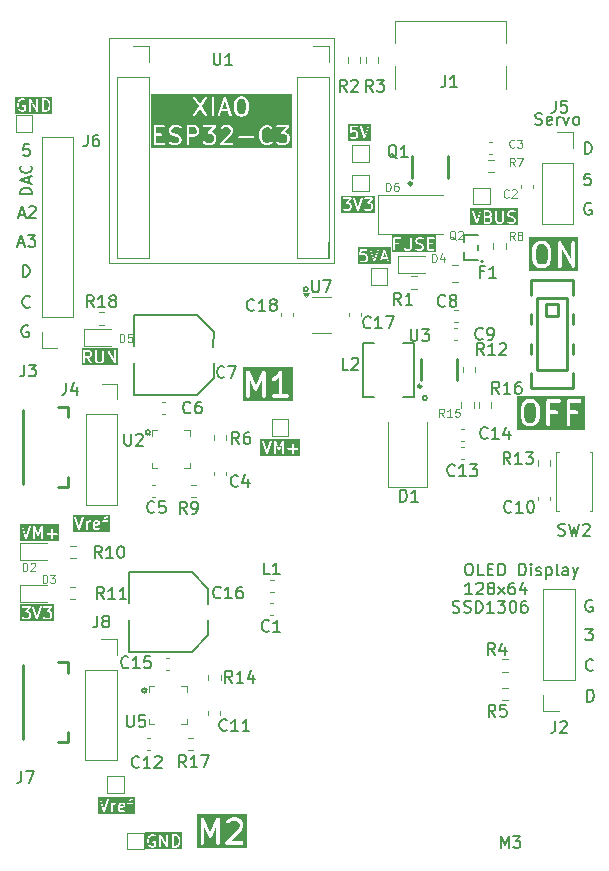
<source format=gto>
%TF.GenerationSoftware,KiCad,Pcbnew,7.0.11-7.0.11~ubuntu22.04.1*%
%TF.CreationDate,2024-03-24T21:54:49+08:00*%
%TF.ProjectId,motor-controller-pcb,6d6f746f-722d-4636-9f6e-74726f6c6c65,2.1b2*%
%TF.SameCoordinates,Original*%
%TF.FileFunction,Legend,Top*%
%TF.FilePolarity,Positive*%
%FSLAX46Y46*%
G04 Gerber Fmt 4.6, Leading zero omitted, Abs format (unit mm)*
G04 Created by KiCad (PCBNEW 7.0.11-7.0.11~ubuntu22.04.1) date 2024-03-24 21:54:49*
%MOMM*%
%LPD*%
G01*
G04 APERTURE LIST*
%ADD10C,0.150000*%
%ADD11C,0.300000*%
%ADD12C,0.200000*%
%ADD13C,0.120000*%
%ADD14C,0.250000*%
%ADD15C,0.100000*%
G04 APERTURE END LIST*
D10*
X115777883Y-93482118D02*
G75*
G03*
X115402117Y-93482118I-187883J0D01*
G01*
X115402117Y-93482118D02*
G75*
G03*
X115777883Y-93482118I187883J0D01*
G01*
X115487883Y-115340000D02*
G75*
G03*
X115112117Y-115340000I-187883J0D01*
G01*
X115112117Y-115340000D02*
G75*
G03*
X115487883Y-115340000I187883J0D01*
G01*
X139247883Y-90580000D02*
G75*
G03*
X138872117Y-90580000I-187883J0D01*
G01*
X138872117Y-90580000D02*
G75*
G03*
X139247883Y-90580000I187883J0D01*
G01*
X129157883Y-81370000D02*
G75*
G03*
X128782117Y-81370000I-187883J0D01*
G01*
X128782117Y-81370000D02*
G75*
G03*
X129157883Y-81370000I187883J0D01*
G01*
X152796779Y-116269819D02*
X152796779Y-115269819D01*
X152796779Y-115269819D02*
X153034874Y-115269819D01*
X153034874Y-115269819D02*
X153177731Y-115317438D01*
X153177731Y-115317438D02*
X153272969Y-115412676D01*
X153272969Y-115412676D02*
X153320588Y-115507914D01*
X153320588Y-115507914D02*
X153368207Y-115698390D01*
X153368207Y-115698390D02*
X153368207Y-115841247D01*
X153368207Y-115841247D02*
X153320588Y-116031723D01*
X153320588Y-116031723D02*
X153272969Y-116126961D01*
X153272969Y-116126961D02*
X153177731Y-116222200D01*
X153177731Y-116222200D02*
X153034874Y-116269819D01*
X153034874Y-116269819D02*
X152796779Y-116269819D01*
G36*
X111398020Y-101106672D02*
G01*
X111426541Y-101163714D01*
X111426541Y-101179762D01*
X111100351Y-101244999D01*
X111100351Y-101163714D01*
X111128871Y-101106672D01*
X111185913Y-101078152D01*
X111340979Y-101078152D01*
X111398020Y-101106672D01*
G37*
G36*
X112384926Y-101887676D02*
G01*
X109236093Y-101887676D01*
X109236093Y-100667770D01*
X109378950Y-100667770D01*
X109382771Y-100693536D01*
X109716104Y-101693536D01*
X109717446Y-101695227D01*
X109717505Y-101697386D01*
X109733254Y-101715147D01*
X109747995Y-101733722D01*
X109750108Y-101734154D01*
X109751542Y-101735771D01*
X109775012Y-101739251D01*
X109798256Y-101744008D01*
X109800155Y-101742979D01*
X109802291Y-101743296D01*
X109822504Y-101730877D01*
X109843370Y-101719579D01*
X109844163Y-101717571D01*
X109846003Y-101716441D01*
X109858406Y-101693536D01*
X109866312Y-101669819D01*
X110378922Y-101669819D01*
X110396469Y-101718028D01*
X110440898Y-101743680D01*
X110491422Y-101734771D01*
X110524399Y-101695471D01*
X110528922Y-101669819D01*
X110528922Y-101526961D01*
X110950351Y-101526961D01*
X110951884Y-101531173D01*
X110950842Y-101535535D01*
X110958269Y-101560502D01*
X111005888Y-101655741D01*
X111014041Y-101663460D01*
X111018508Y-101673765D01*
X111039429Y-101689282D01*
X111134667Y-101736901D01*
X111139120Y-101737413D01*
X111142556Y-101740296D01*
X111168208Y-101744819D01*
X111358684Y-101744819D01*
X111362897Y-101743285D01*
X111367258Y-101744327D01*
X111392225Y-101736901D01*
X111487463Y-101689282D01*
X111522735Y-101652028D01*
X111525810Y-101600818D01*
X111495246Y-101559612D01*
X111445347Y-101547692D01*
X111420381Y-101555118D01*
X111340979Y-101594819D01*
X111185913Y-101594819D01*
X111128871Y-101566298D01*
X111100351Y-101509256D01*
X111100351Y-101397970D01*
X111516249Y-101314791D01*
X111526836Y-101308351D01*
X111539041Y-101306199D01*
X111548075Y-101295432D01*
X111560081Y-101288130D01*
X111564051Y-101276392D01*
X111572018Y-101266899D01*
X111576541Y-101241247D01*
X111576541Y-101146009D01*
X111575007Y-101141795D01*
X111576049Y-101137434D01*
X111568623Y-101112468D01*
X111521004Y-101017230D01*
X111512850Y-101009510D01*
X111508384Y-100999206D01*
X111496144Y-100990128D01*
X111713395Y-100990128D01*
X111722304Y-101040652D01*
X111761604Y-101073629D01*
X111787256Y-101078152D01*
X111855113Y-101078152D01*
X111855113Y-101669819D01*
X111872660Y-101718028D01*
X111917089Y-101743680D01*
X111967613Y-101734771D01*
X112000590Y-101695471D01*
X112005113Y-101669819D01*
X112005113Y-101078152D01*
X112168208Y-101078152D01*
X112216417Y-101060605D01*
X112242069Y-101016176D01*
X112233160Y-100965652D01*
X112193860Y-100932675D01*
X112168208Y-100928152D01*
X112005113Y-100928152D01*
X112005113Y-100830381D01*
X112033633Y-100773339D01*
X112090675Y-100744819D01*
X112168208Y-100744819D01*
X112216417Y-100727272D01*
X112242069Y-100682843D01*
X112233160Y-100632319D01*
X112193860Y-100599342D01*
X112168208Y-100594819D01*
X112072970Y-100594819D01*
X112068756Y-100596352D01*
X112064395Y-100595311D01*
X112039429Y-100602737D01*
X111944191Y-100650356D01*
X111936471Y-100658509D01*
X111926167Y-100662976D01*
X111910650Y-100683897D01*
X111863031Y-100779135D01*
X111862518Y-100783588D01*
X111859636Y-100787024D01*
X111855113Y-100812676D01*
X111855113Y-100928152D01*
X111787256Y-100928152D01*
X111739047Y-100945699D01*
X111713395Y-100990128D01*
X111496144Y-100990128D01*
X111487463Y-100983689D01*
X111392225Y-100936070D01*
X111387771Y-100935557D01*
X111384336Y-100932675D01*
X111358684Y-100928152D01*
X111168208Y-100928152D01*
X111163994Y-100929685D01*
X111159633Y-100928644D01*
X111134667Y-100936070D01*
X111039429Y-100983689D01*
X111031709Y-100991842D01*
X111021405Y-100996309D01*
X111005888Y-101017230D01*
X110958269Y-101112468D01*
X110957756Y-101116921D01*
X110954874Y-101120357D01*
X110950351Y-101146009D01*
X110950351Y-101526961D01*
X110528922Y-101526961D01*
X110528922Y-101211333D01*
X110563180Y-101142817D01*
X110593587Y-101112410D01*
X110662103Y-101078152D01*
X110739636Y-101078152D01*
X110787845Y-101060605D01*
X110813497Y-101016176D01*
X110804588Y-100965652D01*
X110765288Y-100932675D01*
X110739636Y-100928152D01*
X110644398Y-100928152D01*
X110640184Y-100929685D01*
X110635823Y-100928644D01*
X110610857Y-100936070D01*
X110520880Y-100981058D01*
X110511375Y-100954943D01*
X110466946Y-100929291D01*
X110416422Y-100938200D01*
X110383445Y-100977500D01*
X110378922Y-101003152D01*
X110378922Y-101669819D01*
X109866312Y-101669819D01*
X110191739Y-100693536D01*
X110190338Y-100642253D01*
X110156300Y-100603867D01*
X110105552Y-100596342D01*
X110061839Y-100623197D01*
X110049437Y-100646102D01*
X109787255Y-101432648D01*
X109525073Y-100646102D01*
X109493182Y-100605916D01*
X109442921Y-100595630D01*
X109397807Y-100620059D01*
X109378950Y-100667770D01*
X109236093Y-100667770D01*
X109236093Y-100451962D01*
X112384926Y-100451962D01*
X112384926Y-101887676D01*
G37*
G36*
X135780817Y-78649104D02*
G01*
X135512741Y-78649104D01*
X135646779Y-78246989D01*
X135780817Y-78649104D01*
G37*
G36*
X136197941Y-79227676D02*
G01*
X133381589Y-79227676D01*
X133381589Y-78479473D01*
X133524446Y-78479473D01*
X133530972Y-78503832D01*
X133537195Y-78528262D01*
X133537595Y-78528549D01*
X133537723Y-78529027D01*
X133558357Y-78543475D01*
X133578851Y-78558208D01*
X133579344Y-78558170D01*
X133579749Y-78558454D01*
X133604852Y-78556257D01*
X133630011Y-78554370D01*
X133630364Y-78554024D01*
X133630856Y-78553982D01*
X133652193Y-78539042D01*
X133691206Y-78500029D01*
X133759722Y-78465771D01*
X133962407Y-78465771D01*
X134030923Y-78500029D01*
X134061330Y-78530436D01*
X134095588Y-78598952D01*
X134095588Y-78801637D01*
X134061329Y-78870153D01*
X134030922Y-78900561D01*
X133962407Y-78934819D01*
X133759722Y-78934819D01*
X133691206Y-78900561D01*
X133652194Y-78861548D01*
X133605697Y-78839866D01*
X133556142Y-78853143D01*
X133526716Y-78895168D01*
X133531186Y-78946275D01*
X133546126Y-78967612D01*
X133593745Y-79015232D01*
X133595226Y-79015922D01*
X133613238Y-79029282D01*
X133708476Y-79076901D01*
X133712929Y-79077413D01*
X133716365Y-79080296D01*
X133742017Y-79084819D01*
X133980112Y-79084819D01*
X133984325Y-79083285D01*
X133988686Y-79084327D01*
X134013653Y-79076901D01*
X134108891Y-79029282D01*
X134110015Y-79028094D01*
X134128384Y-79015232D01*
X134176002Y-78967613D01*
X134176692Y-78966131D01*
X134190051Y-78948121D01*
X134237670Y-78852883D01*
X134238182Y-78848429D01*
X134241065Y-78844994D01*
X134245588Y-78819342D01*
X134245588Y-78581247D01*
X134244054Y-78577033D01*
X134245096Y-78572672D01*
X134237670Y-78547706D01*
X134190051Y-78452468D01*
X134188861Y-78451342D01*
X134176002Y-78432976D01*
X134128383Y-78385357D01*
X134126901Y-78384666D01*
X134108891Y-78371308D01*
X134013653Y-78323689D01*
X134009199Y-78323176D01*
X134005764Y-78320294D01*
X133980112Y-78315771D01*
X133742017Y-78315771D01*
X133737803Y-78317304D01*
X133733442Y-78316263D01*
X133708476Y-78323689D01*
X133689834Y-78333009D01*
X133714653Y-78084819D01*
X134122969Y-78084819D01*
X134171178Y-78067272D01*
X134196830Y-78022843D01*
X134194172Y-78007770D01*
X134381331Y-78007770D01*
X134385152Y-78033536D01*
X134718485Y-79033536D01*
X134719827Y-79035227D01*
X134719886Y-79037386D01*
X134735635Y-79055147D01*
X134750376Y-79073722D01*
X134752489Y-79074154D01*
X134753923Y-79075771D01*
X134777393Y-79079251D01*
X134800637Y-79084008D01*
X134802536Y-79082979D01*
X134804672Y-79083296D01*
X134824885Y-79070877D01*
X134845751Y-79059579D01*
X134846544Y-79057571D01*
X134848384Y-79056441D01*
X134860787Y-79033536D01*
X134876598Y-78986102D01*
X135242295Y-78986102D01*
X135243696Y-79037386D01*
X135277733Y-79075771D01*
X135328482Y-79083296D01*
X135372194Y-79056441D01*
X135384597Y-79033536D01*
X135462741Y-78799104D01*
X135830817Y-78799104D01*
X135908961Y-79033536D01*
X135940852Y-79073722D01*
X135991113Y-79084008D01*
X136036227Y-79059579D01*
X136055084Y-79011867D01*
X136051263Y-78986102D01*
X135717930Y-77986102D01*
X135716587Y-77984410D01*
X135716529Y-77982253D01*
X135700787Y-77964500D01*
X135686039Y-77945916D01*
X135683924Y-77945483D01*
X135682491Y-77943867D01*
X135659022Y-77940387D01*
X135635778Y-77935630D01*
X135633878Y-77936658D01*
X135631743Y-77936342D01*
X135611525Y-77948762D01*
X135590664Y-77960059D01*
X135589870Y-77962066D01*
X135588030Y-77963197D01*
X135575628Y-77986102D01*
X135242295Y-78986102D01*
X134876598Y-78986102D01*
X135194120Y-78033536D01*
X135192719Y-77982253D01*
X135158681Y-77943867D01*
X135107933Y-77936342D01*
X135064220Y-77963197D01*
X135051818Y-77986102D01*
X134789636Y-78772648D01*
X134527454Y-77986102D01*
X134495563Y-77945916D01*
X134445302Y-77935630D01*
X134400188Y-77960059D01*
X134381331Y-78007770D01*
X134194172Y-78007770D01*
X134187921Y-77972319D01*
X134148621Y-77939342D01*
X134122969Y-77934819D01*
X133646779Y-77934819D01*
X133631811Y-77940266D01*
X133615928Y-77941458D01*
X133608421Y-77948780D01*
X133598570Y-77952366D01*
X133590606Y-77966159D01*
X133579204Y-77977282D01*
X133574472Y-77994102D01*
X133572918Y-77996795D01*
X133573225Y-77998537D01*
X133572151Y-78002356D01*
X133524532Y-78478546D01*
X133524654Y-78479026D01*
X133524446Y-78479473D01*
X133381589Y-78479473D01*
X133381589Y-77791962D01*
X136197941Y-77791962D01*
X136197941Y-79227676D01*
G37*
X153220588Y-107717438D02*
X153125350Y-107669819D01*
X153125350Y-107669819D02*
X152982493Y-107669819D01*
X152982493Y-107669819D02*
X152839636Y-107717438D01*
X152839636Y-107717438D02*
X152744398Y-107812676D01*
X152744398Y-107812676D02*
X152696779Y-107907914D01*
X152696779Y-107907914D02*
X152649160Y-108098390D01*
X152649160Y-108098390D02*
X152649160Y-108241247D01*
X152649160Y-108241247D02*
X152696779Y-108431723D01*
X152696779Y-108431723D02*
X152744398Y-108526961D01*
X152744398Y-108526961D02*
X152839636Y-108622200D01*
X152839636Y-108622200D02*
X152982493Y-108669819D01*
X152982493Y-108669819D02*
X153077731Y-108669819D01*
X153077731Y-108669819D02*
X153220588Y-108622200D01*
X153220588Y-108622200D02*
X153268207Y-108574580D01*
X153268207Y-108574580D02*
X153268207Y-108241247D01*
X153268207Y-108241247D02*
X153077731Y-108241247D01*
X142707255Y-104589819D02*
X142897731Y-104589819D01*
X142897731Y-104589819D02*
X142992969Y-104637438D01*
X142992969Y-104637438D02*
X143088207Y-104732676D01*
X143088207Y-104732676D02*
X143135826Y-104923152D01*
X143135826Y-104923152D02*
X143135826Y-105256485D01*
X143135826Y-105256485D02*
X143088207Y-105446961D01*
X143088207Y-105446961D02*
X142992969Y-105542200D01*
X142992969Y-105542200D02*
X142897731Y-105589819D01*
X142897731Y-105589819D02*
X142707255Y-105589819D01*
X142707255Y-105589819D02*
X142612017Y-105542200D01*
X142612017Y-105542200D02*
X142516779Y-105446961D01*
X142516779Y-105446961D02*
X142469160Y-105256485D01*
X142469160Y-105256485D02*
X142469160Y-104923152D01*
X142469160Y-104923152D02*
X142516779Y-104732676D01*
X142516779Y-104732676D02*
X142612017Y-104637438D01*
X142612017Y-104637438D02*
X142707255Y-104589819D01*
X144040588Y-105589819D02*
X143564398Y-105589819D01*
X143564398Y-105589819D02*
X143564398Y-104589819D01*
X144373922Y-105066009D02*
X144707255Y-105066009D01*
X144850112Y-105589819D02*
X144373922Y-105589819D01*
X144373922Y-105589819D02*
X144373922Y-104589819D01*
X144373922Y-104589819D02*
X144850112Y-104589819D01*
X145278684Y-105589819D02*
X145278684Y-104589819D01*
X145278684Y-104589819D02*
X145516779Y-104589819D01*
X145516779Y-104589819D02*
X145659636Y-104637438D01*
X145659636Y-104637438D02*
X145754874Y-104732676D01*
X145754874Y-104732676D02*
X145802493Y-104827914D01*
X145802493Y-104827914D02*
X145850112Y-105018390D01*
X145850112Y-105018390D02*
X145850112Y-105161247D01*
X145850112Y-105161247D02*
X145802493Y-105351723D01*
X145802493Y-105351723D02*
X145754874Y-105446961D01*
X145754874Y-105446961D02*
X145659636Y-105542200D01*
X145659636Y-105542200D02*
X145516779Y-105589819D01*
X145516779Y-105589819D02*
X145278684Y-105589819D01*
X147040589Y-105589819D02*
X147040589Y-104589819D01*
X147040589Y-104589819D02*
X147278684Y-104589819D01*
X147278684Y-104589819D02*
X147421541Y-104637438D01*
X147421541Y-104637438D02*
X147516779Y-104732676D01*
X147516779Y-104732676D02*
X147564398Y-104827914D01*
X147564398Y-104827914D02*
X147612017Y-105018390D01*
X147612017Y-105018390D02*
X147612017Y-105161247D01*
X147612017Y-105161247D02*
X147564398Y-105351723D01*
X147564398Y-105351723D02*
X147516779Y-105446961D01*
X147516779Y-105446961D02*
X147421541Y-105542200D01*
X147421541Y-105542200D02*
X147278684Y-105589819D01*
X147278684Y-105589819D02*
X147040589Y-105589819D01*
X148040589Y-105589819D02*
X148040589Y-104923152D01*
X148040589Y-104589819D02*
X147992970Y-104637438D01*
X147992970Y-104637438D02*
X148040589Y-104685057D01*
X148040589Y-104685057D02*
X148088208Y-104637438D01*
X148088208Y-104637438D02*
X148040589Y-104589819D01*
X148040589Y-104589819D02*
X148040589Y-104685057D01*
X148469160Y-105542200D02*
X148564398Y-105589819D01*
X148564398Y-105589819D02*
X148754874Y-105589819D01*
X148754874Y-105589819D02*
X148850112Y-105542200D01*
X148850112Y-105542200D02*
X148897731Y-105446961D01*
X148897731Y-105446961D02*
X148897731Y-105399342D01*
X148897731Y-105399342D02*
X148850112Y-105304104D01*
X148850112Y-105304104D02*
X148754874Y-105256485D01*
X148754874Y-105256485D02*
X148612017Y-105256485D01*
X148612017Y-105256485D02*
X148516779Y-105208866D01*
X148516779Y-105208866D02*
X148469160Y-105113628D01*
X148469160Y-105113628D02*
X148469160Y-105066009D01*
X148469160Y-105066009D02*
X148516779Y-104970771D01*
X148516779Y-104970771D02*
X148612017Y-104923152D01*
X148612017Y-104923152D02*
X148754874Y-104923152D01*
X148754874Y-104923152D02*
X148850112Y-104970771D01*
X149326303Y-104923152D02*
X149326303Y-105923152D01*
X149326303Y-104970771D02*
X149421541Y-104923152D01*
X149421541Y-104923152D02*
X149612017Y-104923152D01*
X149612017Y-104923152D02*
X149707255Y-104970771D01*
X149707255Y-104970771D02*
X149754874Y-105018390D01*
X149754874Y-105018390D02*
X149802493Y-105113628D01*
X149802493Y-105113628D02*
X149802493Y-105399342D01*
X149802493Y-105399342D02*
X149754874Y-105494580D01*
X149754874Y-105494580D02*
X149707255Y-105542200D01*
X149707255Y-105542200D02*
X149612017Y-105589819D01*
X149612017Y-105589819D02*
X149421541Y-105589819D01*
X149421541Y-105589819D02*
X149326303Y-105542200D01*
X150373922Y-105589819D02*
X150278684Y-105542200D01*
X150278684Y-105542200D02*
X150231065Y-105446961D01*
X150231065Y-105446961D02*
X150231065Y-104589819D01*
X151183446Y-105589819D02*
X151183446Y-105066009D01*
X151183446Y-105066009D02*
X151135827Y-104970771D01*
X151135827Y-104970771D02*
X151040589Y-104923152D01*
X151040589Y-104923152D02*
X150850113Y-104923152D01*
X150850113Y-104923152D02*
X150754875Y-104970771D01*
X151183446Y-105542200D02*
X151088208Y-105589819D01*
X151088208Y-105589819D02*
X150850113Y-105589819D01*
X150850113Y-105589819D02*
X150754875Y-105542200D01*
X150754875Y-105542200D02*
X150707256Y-105446961D01*
X150707256Y-105446961D02*
X150707256Y-105351723D01*
X150707256Y-105351723D02*
X150754875Y-105256485D01*
X150754875Y-105256485D02*
X150850113Y-105208866D01*
X150850113Y-105208866D02*
X151088208Y-105208866D01*
X151088208Y-105208866D02*
X151183446Y-105161247D01*
X151564399Y-104923152D02*
X151802494Y-105589819D01*
X152040589Y-104923152D02*
X151802494Y-105589819D01*
X151802494Y-105589819D02*
X151707256Y-105827914D01*
X151707256Y-105827914D02*
X151659637Y-105875533D01*
X151659637Y-105875533D02*
X151564399Y-105923152D01*
X143040588Y-107199819D02*
X142469160Y-107199819D01*
X142754874Y-107199819D02*
X142754874Y-106199819D01*
X142754874Y-106199819D02*
X142659636Y-106342676D01*
X142659636Y-106342676D02*
X142564398Y-106437914D01*
X142564398Y-106437914D02*
X142469160Y-106485533D01*
X143421541Y-106295057D02*
X143469160Y-106247438D01*
X143469160Y-106247438D02*
X143564398Y-106199819D01*
X143564398Y-106199819D02*
X143802493Y-106199819D01*
X143802493Y-106199819D02*
X143897731Y-106247438D01*
X143897731Y-106247438D02*
X143945350Y-106295057D01*
X143945350Y-106295057D02*
X143992969Y-106390295D01*
X143992969Y-106390295D02*
X143992969Y-106485533D01*
X143992969Y-106485533D02*
X143945350Y-106628390D01*
X143945350Y-106628390D02*
X143373922Y-107199819D01*
X143373922Y-107199819D02*
X143992969Y-107199819D01*
X144564398Y-106628390D02*
X144469160Y-106580771D01*
X144469160Y-106580771D02*
X144421541Y-106533152D01*
X144421541Y-106533152D02*
X144373922Y-106437914D01*
X144373922Y-106437914D02*
X144373922Y-106390295D01*
X144373922Y-106390295D02*
X144421541Y-106295057D01*
X144421541Y-106295057D02*
X144469160Y-106247438D01*
X144469160Y-106247438D02*
X144564398Y-106199819D01*
X144564398Y-106199819D02*
X144754874Y-106199819D01*
X144754874Y-106199819D02*
X144850112Y-106247438D01*
X144850112Y-106247438D02*
X144897731Y-106295057D01*
X144897731Y-106295057D02*
X144945350Y-106390295D01*
X144945350Y-106390295D02*
X144945350Y-106437914D01*
X144945350Y-106437914D02*
X144897731Y-106533152D01*
X144897731Y-106533152D02*
X144850112Y-106580771D01*
X144850112Y-106580771D02*
X144754874Y-106628390D01*
X144754874Y-106628390D02*
X144564398Y-106628390D01*
X144564398Y-106628390D02*
X144469160Y-106676009D01*
X144469160Y-106676009D02*
X144421541Y-106723628D01*
X144421541Y-106723628D02*
X144373922Y-106818866D01*
X144373922Y-106818866D02*
X144373922Y-107009342D01*
X144373922Y-107009342D02*
X144421541Y-107104580D01*
X144421541Y-107104580D02*
X144469160Y-107152200D01*
X144469160Y-107152200D02*
X144564398Y-107199819D01*
X144564398Y-107199819D02*
X144754874Y-107199819D01*
X144754874Y-107199819D02*
X144850112Y-107152200D01*
X144850112Y-107152200D02*
X144897731Y-107104580D01*
X144897731Y-107104580D02*
X144945350Y-107009342D01*
X144945350Y-107009342D02*
X144945350Y-106818866D01*
X144945350Y-106818866D02*
X144897731Y-106723628D01*
X144897731Y-106723628D02*
X144850112Y-106676009D01*
X144850112Y-106676009D02*
X144754874Y-106628390D01*
X145278684Y-107199819D02*
X145802493Y-106533152D01*
X145278684Y-106533152D02*
X145802493Y-107199819D01*
X146612017Y-106199819D02*
X146421541Y-106199819D01*
X146421541Y-106199819D02*
X146326303Y-106247438D01*
X146326303Y-106247438D02*
X146278684Y-106295057D01*
X146278684Y-106295057D02*
X146183446Y-106437914D01*
X146183446Y-106437914D02*
X146135827Y-106628390D01*
X146135827Y-106628390D02*
X146135827Y-107009342D01*
X146135827Y-107009342D02*
X146183446Y-107104580D01*
X146183446Y-107104580D02*
X146231065Y-107152200D01*
X146231065Y-107152200D02*
X146326303Y-107199819D01*
X146326303Y-107199819D02*
X146516779Y-107199819D01*
X146516779Y-107199819D02*
X146612017Y-107152200D01*
X146612017Y-107152200D02*
X146659636Y-107104580D01*
X146659636Y-107104580D02*
X146707255Y-107009342D01*
X146707255Y-107009342D02*
X146707255Y-106771247D01*
X146707255Y-106771247D02*
X146659636Y-106676009D01*
X146659636Y-106676009D02*
X146612017Y-106628390D01*
X146612017Y-106628390D02*
X146516779Y-106580771D01*
X146516779Y-106580771D02*
X146326303Y-106580771D01*
X146326303Y-106580771D02*
X146231065Y-106628390D01*
X146231065Y-106628390D02*
X146183446Y-106676009D01*
X146183446Y-106676009D02*
X146135827Y-106771247D01*
X147564398Y-106533152D02*
X147564398Y-107199819D01*
X147326303Y-106152200D02*
X147088208Y-106866485D01*
X147088208Y-106866485D02*
X147707255Y-106866485D01*
X148409160Y-67392200D02*
X148552017Y-67439819D01*
X148552017Y-67439819D02*
X148790112Y-67439819D01*
X148790112Y-67439819D02*
X148885350Y-67392200D01*
X148885350Y-67392200D02*
X148932969Y-67344580D01*
X148932969Y-67344580D02*
X148980588Y-67249342D01*
X148980588Y-67249342D02*
X148980588Y-67154104D01*
X148980588Y-67154104D02*
X148932969Y-67058866D01*
X148932969Y-67058866D02*
X148885350Y-67011247D01*
X148885350Y-67011247D02*
X148790112Y-66963628D01*
X148790112Y-66963628D02*
X148599636Y-66916009D01*
X148599636Y-66916009D02*
X148504398Y-66868390D01*
X148504398Y-66868390D02*
X148456779Y-66820771D01*
X148456779Y-66820771D02*
X148409160Y-66725533D01*
X148409160Y-66725533D02*
X148409160Y-66630295D01*
X148409160Y-66630295D02*
X148456779Y-66535057D01*
X148456779Y-66535057D02*
X148504398Y-66487438D01*
X148504398Y-66487438D02*
X148599636Y-66439819D01*
X148599636Y-66439819D02*
X148837731Y-66439819D01*
X148837731Y-66439819D02*
X148980588Y-66487438D01*
X149790112Y-67392200D02*
X149694874Y-67439819D01*
X149694874Y-67439819D02*
X149504398Y-67439819D01*
X149504398Y-67439819D02*
X149409160Y-67392200D01*
X149409160Y-67392200D02*
X149361541Y-67296961D01*
X149361541Y-67296961D02*
X149361541Y-66916009D01*
X149361541Y-66916009D02*
X149409160Y-66820771D01*
X149409160Y-66820771D02*
X149504398Y-66773152D01*
X149504398Y-66773152D02*
X149694874Y-66773152D01*
X149694874Y-66773152D02*
X149790112Y-66820771D01*
X149790112Y-66820771D02*
X149837731Y-66916009D01*
X149837731Y-66916009D02*
X149837731Y-67011247D01*
X149837731Y-67011247D02*
X149361541Y-67106485D01*
X150266303Y-67439819D02*
X150266303Y-66773152D01*
X150266303Y-66963628D02*
X150313922Y-66868390D01*
X150313922Y-66868390D02*
X150361541Y-66820771D01*
X150361541Y-66820771D02*
X150456779Y-66773152D01*
X150456779Y-66773152D02*
X150552017Y-66773152D01*
X150790113Y-66773152D02*
X151028208Y-67439819D01*
X151028208Y-67439819D02*
X151266303Y-66773152D01*
X151790113Y-67439819D02*
X151694875Y-67392200D01*
X151694875Y-67392200D02*
X151647256Y-67344580D01*
X151647256Y-67344580D02*
X151599637Y-67249342D01*
X151599637Y-67249342D02*
X151599637Y-66963628D01*
X151599637Y-66963628D02*
X151647256Y-66868390D01*
X151647256Y-66868390D02*
X151694875Y-66820771D01*
X151694875Y-66820771D02*
X151790113Y-66773152D01*
X151790113Y-66773152D02*
X151932970Y-66773152D01*
X151932970Y-66773152D02*
X152028208Y-66820771D01*
X152028208Y-66820771D02*
X152075827Y-66868390D01*
X152075827Y-66868390D02*
X152123446Y-66963628D01*
X152123446Y-66963628D02*
X152123446Y-67249342D01*
X152123446Y-67249342D02*
X152075827Y-67344580D01*
X152075827Y-67344580D02*
X152028208Y-67392200D01*
X152028208Y-67392200D02*
X151932970Y-67439819D01*
X151932970Y-67439819D02*
X151790113Y-67439819D01*
X152651541Y-110089819D02*
X153270588Y-110089819D01*
X153270588Y-110089819D02*
X152937255Y-110470771D01*
X152937255Y-110470771D02*
X153080112Y-110470771D01*
X153080112Y-110470771D02*
X153175350Y-110518390D01*
X153175350Y-110518390D02*
X153222969Y-110566009D01*
X153222969Y-110566009D02*
X153270588Y-110661247D01*
X153270588Y-110661247D02*
X153270588Y-110899342D01*
X153270588Y-110899342D02*
X153222969Y-110994580D01*
X153222969Y-110994580D02*
X153175350Y-111042200D01*
X153175350Y-111042200D02*
X153080112Y-111089819D01*
X153080112Y-111089819D02*
X152794398Y-111089819D01*
X152794398Y-111089819D02*
X152699160Y-111042200D01*
X152699160Y-111042200D02*
X152651541Y-110994580D01*
X153298207Y-113574580D02*
X153250588Y-113622200D01*
X153250588Y-113622200D02*
X153107731Y-113669819D01*
X153107731Y-113669819D02*
X153012493Y-113669819D01*
X153012493Y-113669819D02*
X152869636Y-113622200D01*
X152869636Y-113622200D02*
X152774398Y-113526961D01*
X152774398Y-113526961D02*
X152726779Y-113431723D01*
X152726779Y-113431723D02*
X152679160Y-113241247D01*
X152679160Y-113241247D02*
X152679160Y-113098390D01*
X152679160Y-113098390D02*
X152726779Y-112907914D01*
X152726779Y-112907914D02*
X152774398Y-112812676D01*
X152774398Y-112812676D02*
X152869636Y-112717438D01*
X152869636Y-112717438D02*
X153012493Y-112669819D01*
X153012493Y-112669819D02*
X153107731Y-112669819D01*
X153107731Y-112669819D02*
X153250588Y-112717438D01*
X153250588Y-112717438D02*
X153298207Y-112765057D01*
X105789819Y-73333220D02*
X104789819Y-73333220D01*
X104789819Y-73333220D02*
X104789819Y-73095125D01*
X104789819Y-73095125D02*
X104837438Y-72952268D01*
X104837438Y-72952268D02*
X104932676Y-72857030D01*
X104932676Y-72857030D02*
X105027914Y-72809411D01*
X105027914Y-72809411D02*
X105218390Y-72761792D01*
X105218390Y-72761792D02*
X105361247Y-72761792D01*
X105361247Y-72761792D02*
X105551723Y-72809411D01*
X105551723Y-72809411D02*
X105646961Y-72857030D01*
X105646961Y-72857030D02*
X105742200Y-72952268D01*
X105742200Y-72952268D02*
X105789819Y-73095125D01*
X105789819Y-73095125D02*
X105789819Y-73333220D01*
X105504104Y-72380839D02*
X105504104Y-71904649D01*
X105789819Y-72476077D02*
X104789819Y-72142744D01*
X104789819Y-72142744D02*
X105789819Y-71809411D01*
X105694580Y-70904649D02*
X105742200Y-70952268D01*
X105742200Y-70952268D02*
X105789819Y-71095125D01*
X105789819Y-71095125D02*
X105789819Y-71190363D01*
X105789819Y-71190363D02*
X105742200Y-71333220D01*
X105742200Y-71333220D02*
X105646961Y-71428458D01*
X105646961Y-71428458D02*
X105551723Y-71476077D01*
X105551723Y-71476077D02*
X105361247Y-71523696D01*
X105361247Y-71523696D02*
X105218390Y-71523696D01*
X105218390Y-71523696D02*
X105027914Y-71476077D01*
X105027914Y-71476077D02*
X104932676Y-71428458D01*
X104932676Y-71428458D02*
X104837438Y-71333220D01*
X104837438Y-71333220D02*
X104789819Y-71190363D01*
X104789819Y-71190363D02*
X104789819Y-71095125D01*
X104789819Y-71095125D02*
X104837438Y-70952268D01*
X104837438Y-70952268D02*
X104885057Y-70904649D01*
D11*
G36*
X148267085Y-91028154D02*
G01*
X148410971Y-91172040D01*
X148491653Y-91494768D01*
X148491653Y-92124507D01*
X148410970Y-92447235D01*
X148267084Y-92591122D01*
X148130053Y-92659638D01*
X147819920Y-92659638D01*
X147682888Y-92591122D01*
X147539002Y-92447235D01*
X147458320Y-92124506D01*
X147458320Y-91494768D01*
X147539002Y-91172039D01*
X147682888Y-91028154D01*
X147819920Y-90959638D01*
X148130053Y-90959638D01*
X148267085Y-91028154D01*
G37*
G36*
X152601177Y-93245352D02*
G01*
X146872606Y-93245352D01*
X146872606Y-92142971D01*
X147158320Y-92142971D01*
X147163110Y-92160847D01*
X147162799Y-92179351D01*
X147258037Y-92560303D01*
X147258669Y-92561441D01*
X147258669Y-92562746D01*
X147277481Y-92595329D01*
X147295723Y-92628190D01*
X147296840Y-92628860D01*
X147297492Y-92629989D01*
X147487967Y-92820465D01*
X147508882Y-92832540D01*
X147526952Y-92848564D01*
X147717428Y-92943802D01*
X147751206Y-92950714D01*
X147784510Y-92959638D01*
X148165463Y-92959638D01*
X148198764Y-92950714D01*
X148232545Y-92943802D01*
X148423021Y-92848564D01*
X148441089Y-92832541D01*
X148462005Y-92820466D01*
X148472833Y-92809638D01*
X149348796Y-92809638D01*
X149368892Y-92884638D01*
X149423796Y-92939542D01*
X149498796Y-92959638D01*
X149573796Y-92939542D01*
X149628700Y-92884638D01*
X149648796Y-92809638D01*
X151063082Y-92809638D01*
X151083178Y-92884638D01*
X151138082Y-92939542D01*
X151213082Y-92959638D01*
X151288082Y-92939542D01*
X151342986Y-92884638D01*
X151363082Y-92809638D01*
X151363082Y-91912019D01*
X151879749Y-91912019D01*
X151954749Y-91891923D01*
X152009653Y-91837019D01*
X152029749Y-91762019D01*
X152009653Y-91687019D01*
X151954749Y-91632115D01*
X151879749Y-91612019D01*
X151363082Y-91612019D01*
X151363082Y-90959638D01*
X152165463Y-90959638D01*
X152240463Y-90939542D01*
X152295367Y-90884638D01*
X152315463Y-90809638D01*
X152295367Y-90734638D01*
X152240463Y-90679734D01*
X152165463Y-90659638D01*
X151213082Y-90659638D01*
X151138082Y-90679734D01*
X151083178Y-90734638D01*
X151063082Y-90809638D01*
X151063082Y-92809638D01*
X149648796Y-92809638D01*
X149648796Y-91912019D01*
X150165463Y-91912019D01*
X150240463Y-91891923D01*
X150295367Y-91837019D01*
X150315463Y-91762019D01*
X150295367Y-91687019D01*
X150240463Y-91632115D01*
X150165463Y-91612019D01*
X149648796Y-91612019D01*
X149648796Y-90959638D01*
X150451177Y-90959638D01*
X150526177Y-90939542D01*
X150581081Y-90884638D01*
X150601177Y-90809638D01*
X150581081Y-90734638D01*
X150526177Y-90679734D01*
X150451177Y-90659638D01*
X149498796Y-90659638D01*
X149423796Y-90679734D01*
X149368892Y-90734638D01*
X149348796Y-90809638D01*
X149348796Y-92809638D01*
X148472833Y-92809638D01*
X148652481Y-92629989D01*
X148653132Y-92628860D01*
X148654250Y-92628190D01*
X148672491Y-92595329D01*
X148691304Y-92562746D01*
X148691304Y-92561441D01*
X148691936Y-92560303D01*
X148787174Y-92179352D01*
X148786862Y-92160848D01*
X148791653Y-92142971D01*
X148791653Y-91476304D01*
X148786862Y-91458426D01*
X148787174Y-91439923D01*
X148691936Y-91058972D01*
X148691304Y-91057833D01*
X148691304Y-91056529D01*
X148672491Y-91023945D01*
X148654250Y-90991085D01*
X148653132Y-90990414D01*
X148652481Y-90989286D01*
X148462005Y-90798810D01*
X148441089Y-90786734D01*
X148423021Y-90770712D01*
X148232545Y-90675474D01*
X148198764Y-90668561D01*
X148165463Y-90659638D01*
X147784510Y-90659638D01*
X147751206Y-90668561D01*
X147717428Y-90675474D01*
X147526952Y-90770712D01*
X147508882Y-90786735D01*
X147487968Y-90798810D01*
X147297492Y-90989286D01*
X147296840Y-90990414D01*
X147295723Y-90991085D01*
X147277481Y-91023945D01*
X147258669Y-91056529D01*
X147258669Y-91057833D01*
X147258037Y-91058972D01*
X147162799Y-91439924D01*
X147163110Y-91458427D01*
X147158320Y-91476304D01*
X147158320Y-92142971D01*
X146872606Y-92142971D01*
X146872606Y-90373924D01*
X152601177Y-90373924D01*
X152601177Y-93245352D01*
G37*
D10*
G36*
X108105402Y-102676865D02*
G01*
X104766093Y-102676865D01*
X104766093Y-101457770D01*
X104908950Y-101457770D01*
X104912771Y-101483536D01*
X105246104Y-102483536D01*
X105247446Y-102485227D01*
X105247505Y-102487386D01*
X105263254Y-102505147D01*
X105277995Y-102523722D01*
X105280108Y-102524154D01*
X105281542Y-102525771D01*
X105305012Y-102529251D01*
X105328256Y-102534008D01*
X105330155Y-102532979D01*
X105332291Y-102533296D01*
X105352504Y-102520877D01*
X105373370Y-102509579D01*
X105374163Y-102507571D01*
X105376003Y-102506441D01*
X105388406Y-102483536D01*
X105396312Y-102459819D01*
X105908922Y-102459819D01*
X105926469Y-102508028D01*
X105970898Y-102533680D01*
X106021422Y-102524771D01*
X106054399Y-102485471D01*
X106058922Y-102459819D01*
X106058922Y-101797886D01*
X106249291Y-102205821D01*
X106263057Y-102219579D01*
X106274218Y-102235528D01*
X106280777Y-102237287D01*
X106285579Y-102242086D01*
X106304968Y-102243777D01*
X106323770Y-102248821D01*
X106329923Y-102245953D01*
X106336688Y-102246544D01*
X106352630Y-102235372D01*
X106370272Y-102227153D01*
X106375971Y-102219018D01*
X106378704Y-102217104D01*
X106379563Y-102213891D01*
X106385219Y-102205820D01*
X106575588Y-101797886D01*
X106575588Y-102459819D01*
X106593135Y-102508028D01*
X106637564Y-102533680D01*
X106688088Y-102524771D01*
X106721065Y-102485471D01*
X106725588Y-102459819D01*
X106725588Y-102065842D01*
X107052918Y-102065842D01*
X107061827Y-102116366D01*
X107101127Y-102149343D01*
X107126779Y-102153866D01*
X107432731Y-102153866D01*
X107432731Y-102459819D01*
X107450278Y-102508028D01*
X107494707Y-102533680D01*
X107545231Y-102524771D01*
X107578208Y-102485471D01*
X107582731Y-102459819D01*
X107582731Y-102153866D01*
X107888684Y-102153866D01*
X107936893Y-102136319D01*
X107962545Y-102091890D01*
X107953636Y-102041366D01*
X107914336Y-102008389D01*
X107888684Y-102003866D01*
X107582731Y-102003866D01*
X107582731Y-101697914D01*
X107565184Y-101649705D01*
X107520755Y-101624053D01*
X107470231Y-101632962D01*
X107437254Y-101672262D01*
X107432731Y-101697914D01*
X107432731Y-102003866D01*
X107126779Y-102003866D01*
X107078570Y-102021413D01*
X107052918Y-102065842D01*
X106725588Y-102065842D01*
X106725588Y-101459819D01*
X106722162Y-101450406D01*
X106723038Y-101440429D01*
X106713644Y-101427004D01*
X106708041Y-101411610D01*
X106699368Y-101406602D01*
X106693625Y-101398395D01*
X106677799Y-101394149D01*
X106663612Y-101385958D01*
X106653748Y-101387697D01*
X106644074Y-101385102D01*
X106629222Y-101392021D01*
X106613088Y-101394867D01*
X106606649Y-101402539D01*
X106597571Y-101406770D01*
X106582624Y-101428102D01*
X106317254Y-101996750D01*
X106051886Y-101428103D01*
X106044800Y-101421022D01*
X106041375Y-101411610D01*
X106027185Y-101403417D01*
X106015598Y-101391837D01*
X106005621Y-101390966D01*
X105996946Y-101385958D01*
X105980810Y-101388803D01*
X105964489Y-101387380D01*
X105956285Y-101393127D01*
X105946422Y-101394867D01*
X105935890Y-101407417D01*
X105922473Y-101416819D01*
X105919883Y-101426493D01*
X105913445Y-101434167D01*
X105908922Y-101459819D01*
X105908922Y-102459819D01*
X105396312Y-102459819D01*
X105721739Y-101483536D01*
X105720338Y-101432253D01*
X105686300Y-101393867D01*
X105635552Y-101386342D01*
X105591839Y-101413197D01*
X105579437Y-101436102D01*
X105317255Y-102222648D01*
X105055073Y-101436102D01*
X105023182Y-101395916D01*
X104972921Y-101385630D01*
X104927807Y-101410059D01*
X104908950Y-101457770D01*
X104766093Y-101457770D01*
X104766093Y-101242245D01*
X108105402Y-101242245D01*
X108105402Y-102676865D01*
G37*
G36*
X128475402Y-95456865D02*
G01*
X125136093Y-95456865D01*
X125136093Y-94237770D01*
X125278950Y-94237770D01*
X125282771Y-94263536D01*
X125616104Y-95263536D01*
X125617446Y-95265227D01*
X125617505Y-95267386D01*
X125633254Y-95285147D01*
X125647995Y-95303722D01*
X125650108Y-95304154D01*
X125651542Y-95305771D01*
X125675012Y-95309251D01*
X125698256Y-95314008D01*
X125700155Y-95312979D01*
X125702291Y-95313296D01*
X125722504Y-95300877D01*
X125743370Y-95289579D01*
X125744163Y-95287571D01*
X125746003Y-95286441D01*
X125758406Y-95263536D01*
X125766312Y-95239819D01*
X126278922Y-95239819D01*
X126296469Y-95288028D01*
X126340898Y-95313680D01*
X126391422Y-95304771D01*
X126424399Y-95265471D01*
X126428922Y-95239819D01*
X126428922Y-94577886D01*
X126619291Y-94985821D01*
X126633057Y-94999579D01*
X126644218Y-95015528D01*
X126650777Y-95017287D01*
X126655579Y-95022086D01*
X126674968Y-95023777D01*
X126693770Y-95028821D01*
X126699923Y-95025953D01*
X126706688Y-95026544D01*
X126722630Y-95015372D01*
X126740272Y-95007153D01*
X126745971Y-94999018D01*
X126748704Y-94997104D01*
X126749563Y-94993891D01*
X126755219Y-94985820D01*
X126945588Y-94577886D01*
X126945588Y-95239819D01*
X126963135Y-95288028D01*
X127007564Y-95313680D01*
X127058088Y-95304771D01*
X127091065Y-95265471D01*
X127095588Y-95239819D01*
X127095588Y-94845842D01*
X127422918Y-94845842D01*
X127431827Y-94896366D01*
X127471127Y-94929343D01*
X127496779Y-94933866D01*
X127802731Y-94933866D01*
X127802731Y-95239819D01*
X127820278Y-95288028D01*
X127864707Y-95313680D01*
X127915231Y-95304771D01*
X127948208Y-95265471D01*
X127952731Y-95239819D01*
X127952731Y-94933866D01*
X128258684Y-94933866D01*
X128306893Y-94916319D01*
X128332545Y-94871890D01*
X128323636Y-94821366D01*
X128284336Y-94788389D01*
X128258684Y-94783866D01*
X127952731Y-94783866D01*
X127952731Y-94477914D01*
X127935184Y-94429705D01*
X127890755Y-94404053D01*
X127840231Y-94412962D01*
X127807254Y-94452262D01*
X127802731Y-94477914D01*
X127802731Y-94783866D01*
X127496779Y-94783866D01*
X127448570Y-94801413D01*
X127422918Y-94845842D01*
X127095588Y-94845842D01*
X127095588Y-94239819D01*
X127092162Y-94230406D01*
X127093038Y-94220429D01*
X127083644Y-94207004D01*
X127078041Y-94191610D01*
X127069368Y-94186602D01*
X127063625Y-94178395D01*
X127047799Y-94174149D01*
X127033612Y-94165958D01*
X127023748Y-94167697D01*
X127014074Y-94165102D01*
X126999222Y-94172021D01*
X126983088Y-94174867D01*
X126976649Y-94182539D01*
X126967571Y-94186770D01*
X126952624Y-94208102D01*
X126687254Y-94776750D01*
X126421886Y-94208103D01*
X126414800Y-94201022D01*
X126411375Y-94191610D01*
X126397185Y-94183417D01*
X126385598Y-94171837D01*
X126375621Y-94170966D01*
X126366946Y-94165958D01*
X126350810Y-94168803D01*
X126334489Y-94167380D01*
X126326285Y-94173127D01*
X126316422Y-94174867D01*
X126305890Y-94187417D01*
X126292473Y-94196819D01*
X126289883Y-94206493D01*
X126283445Y-94214167D01*
X126278922Y-94239819D01*
X126278922Y-95239819D01*
X125766312Y-95239819D01*
X126091739Y-94263536D01*
X126090338Y-94212253D01*
X126056300Y-94173867D01*
X126005552Y-94166342D01*
X125961839Y-94193197D01*
X125949437Y-94216102D01*
X125687255Y-95002648D01*
X125425073Y-94216102D01*
X125393182Y-94175916D01*
X125342921Y-94165630D01*
X125297807Y-94190059D01*
X125278950Y-94237770D01*
X125136093Y-94237770D01*
X125136093Y-94022245D01*
X128475402Y-94022245D01*
X128475402Y-95456865D01*
G37*
X153120588Y-74097438D02*
X153025350Y-74049819D01*
X153025350Y-74049819D02*
X152882493Y-74049819D01*
X152882493Y-74049819D02*
X152739636Y-74097438D01*
X152739636Y-74097438D02*
X152644398Y-74192676D01*
X152644398Y-74192676D02*
X152596779Y-74287914D01*
X152596779Y-74287914D02*
X152549160Y-74478390D01*
X152549160Y-74478390D02*
X152549160Y-74621247D01*
X152549160Y-74621247D02*
X152596779Y-74811723D01*
X152596779Y-74811723D02*
X152644398Y-74906961D01*
X152644398Y-74906961D02*
X152739636Y-75002200D01*
X152739636Y-75002200D02*
X152882493Y-75049819D01*
X152882493Y-75049819D02*
X152977731Y-75049819D01*
X152977731Y-75049819D02*
X153120588Y-75002200D01*
X153120588Y-75002200D02*
X153168207Y-74954580D01*
X153168207Y-74954580D02*
X153168207Y-74621247D01*
X153168207Y-74621247D02*
X152977731Y-74621247D01*
G36*
X107044836Y-65382990D02*
G01*
X107118949Y-65457103D01*
X107157442Y-65534090D01*
X107200826Y-65707624D01*
X107200826Y-65832013D01*
X107157442Y-66005547D01*
X107118948Y-66082534D01*
X107044836Y-66156647D01*
X106930323Y-66194819D01*
X106779398Y-66194819D01*
X106779398Y-65344819D01*
X106930323Y-65344819D01*
X107044836Y-65382990D01*
G37*
G36*
X107493683Y-66487676D02*
G01*
X104391303Y-66487676D01*
X104391303Y-65841247D01*
X104534160Y-65841247D01*
X104535345Y-65844504D01*
X104536399Y-65859437D01*
X104584018Y-66049913D01*
X104586006Y-66052857D01*
X104589697Y-66065264D01*
X104637316Y-66160502D01*
X104638502Y-66161625D01*
X104651365Y-66179994D01*
X104746603Y-66275233D01*
X104750667Y-66277128D01*
X104753014Y-66280948D01*
X104775919Y-66293351D01*
X104918775Y-66340970D01*
X104920410Y-66340925D01*
X104942493Y-66344819D01*
X105037731Y-66344819D01*
X105039269Y-66344258D01*
X105061448Y-66340970D01*
X105204305Y-66293351D01*
X105207816Y-66290563D01*
X105212285Y-66290173D01*
X105233622Y-66275232D01*
X105239035Y-66269819D01*
X105581779Y-66269819D01*
X105599326Y-66318028D01*
X105643755Y-66343680D01*
X105694279Y-66334771D01*
X105727256Y-66295471D01*
X105731779Y-66269819D01*
X105731779Y-65552235D01*
X106163089Y-66307030D01*
X106168382Y-66311511D01*
X106170754Y-66318028D01*
X106187491Y-66327691D01*
X106202242Y-66340181D01*
X106209176Y-66340211D01*
X106215183Y-66343680D01*
X106234216Y-66340323D01*
X106253544Y-66340410D01*
X106258877Y-66335975D01*
X106265707Y-66334771D01*
X106278131Y-66319964D01*
X106292991Y-66307608D01*
X106294225Y-66300784D01*
X106298684Y-66295471D01*
X106303207Y-66269819D01*
X106629398Y-66269819D01*
X106636061Y-66288127D01*
X106639446Y-66307319D01*
X106644630Y-66311669D01*
X106646945Y-66318028D01*
X106663818Y-66327770D01*
X106678746Y-66340296D01*
X106688488Y-66342013D01*
X106691374Y-66343680D01*
X106694656Y-66343101D01*
X106704398Y-66344819D01*
X106942493Y-66344819D01*
X106944031Y-66344258D01*
X106966210Y-66340970D01*
X107109067Y-66293351D01*
X107112579Y-66290563D01*
X107117046Y-66290173D01*
X107138383Y-66275233D01*
X107233622Y-66179993D01*
X107234313Y-66178510D01*
X107247670Y-66160502D01*
X107295289Y-66065264D01*
X107295695Y-66061735D01*
X107300968Y-66049913D01*
X107348587Y-65859437D01*
X107348226Y-65855988D01*
X107350826Y-65841247D01*
X107350826Y-65698390D01*
X107349640Y-65695132D01*
X107348587Y-65680200D01*
X107300968Y-65489724D01*
X107298979Y-65486779D01*
X107295289Y-65474373D01*
X107247670Y-65379135D01*
X107246483Y-65378011D01*
X107233621Y-65359643D01*
X107138383Y-65264405D01*
X107134319Y-65262510D01*
X107131972Y-65258689D01*
X107109067Y-65246287D01*
X106966210Y-65198668D01*
X106964575Y-65198712D01*
X106942493Y-65194819D01*
X106704398Y-65194819D01*
X106686089Y-65201482D01*
X106666898Y-65204867D01*
X106662547Y-65210051D01*
X106656189Y-65212366D01*
X106646446Y-65229239D01*
X106633921Y-65244167D01*
X106632203Y-65253909D01*
X106630537Y-65256795D01*
X106631115Y-65260077D01*
X106629398Y-65269819D01*
X106629398Y-66269819D01*
X106303207Y-66269819D01*
X106303207Y-65269819D01*
X106285660Y-65221610D01*
X106241231Y-65195958D01*
X106190707Y-65204867D01*
X106157730Y-65244167D01*
X106153207Y-65269819D01*
X106153207Y-65987402D01*
X105721897Y-65232609D01*
X105716604Y-65228127D01*
X105714232Y-65221610D01*
X105697492Y-65211945D01*
X105682744Y-65199457D01*
X105675809Y-65199426D01*
X105669803Y-65195958D01*
X105650769Y-65199314D01*
X105631442Y-65199228D01*
X105626108Y-65203662D01*
X105619279Y-65204867D01*
X105606854Y-65219673D01*
X105591995Y-65232030D01*
X105590760Y-65238853D01*
X105586302Y-65244167D01*
X105581779Y-65269819D01*
X105581779Y-66269819D01*
X105239035Y-66269819D01*
X105281240Y-66227613D01*
X105288158Y-66212775D01*
X105298684Y-66200232D01*
X105301527Y-66184104D01*
X105302921Y-66181116D01*
X105302398Y-66179165D01*
X105303207Y-66174580D01*
X105303207Y-65841247D01*
X105296543Y-65822938D01*
X105293159Y-65803747D01*
X105287974Y-65799396D01*
X105285660Y-65793038D01*
X105268786Y-65783295D01*
X105253859Y-65770770D01*
X105244116Y-65769052D01*
X105241231Y-65767386D01*
X105237948Y-65767964D01*
X105228207Y-65766247D01*
X105037731Y-65766247D01*
X104989522Y-65783794D01*
X104963870Y-65828223D01*
X104972779Y-65878747D01*
X105012079Y-65911724D01*
X105037731Y-65916247D01*
X105153207Y-65916247D01*
X105153207Y-66143514D01*
X105140074Y-66156647D01*
X105025561Y-66194819D01*
X104954663Y-66194819D01*
X104840150Y-66156648D01*
X104766037Y-66082534D01*
X104727543Y-66005547D01*
X104684160Y-65832013D01*
X104684160Y-65707624D01*
X104727543Y-65534090D01*
X104766037Y-65457103D01*
X104840150Y-65382990D01*
X104954663Y-65344819D01*
X105067645Y-65344819D01*
X105147047Y-65384520D01*
X105198013Y-65390385D01*
X105240826Y-65362119D01*
X105255453Y-65312944D01*
X105235050Y-65265873D01*
X105214129Y-65250356D01*
X105118891Y-65202737D01*
X105114437Y-65202224D01*
X105111002Y-65199342D01*
X105085350Y-65194819D01*
X104942493Y-65194819D01*
X104940955Y-65195378D01*
X104918775Y-65198668D01*
X104775919Y-65246287D01*
X104772408Y-65249073D01*
X104767940Y-65249464D01*
X104746603Y-65264405D01*
X104651365Y-65359643D01*
X104650674Y-65361124D01*
X104637316Y-65379135D01*
X104589697Y-65474373D01*
X104589290Y-65477901D01*
X104584018Y-65489724D01*
X104536399Y-65680200D01*
X104536759Y-65683648D01*
X104534160Y-65698390D01*
X104534160Y-65841247D01*
X104391303Y-65841247D01*
X104391303Y-65051962D01*
X107493683Y-65051962D01*
X107493683Y-66487676D01*
G37*
X152616779Y-69909819D02*
X152616779Y-68909819D01*
X152616779Y-68909819D02*
X152854874Y-68909819D01*
X152854874Y-68909819D02*
X152997731Y-68957438D01*
X152997731Y-68957438D02*
X153092969Y-69052676D01*
X153092969Y-69052676D02*
X153140588Y-69147914D01*
X153140588Y-69147914D02*
X153188207Y-69338390D01*
X153188207Y-69338390D02*
X153188207Y-69481247D01*
X153188207Y-69481247D02*
X153140588Y-69671723D01*
X153140588Y-69671723D02*
X153092969Y-69766961D01*
X153092969Y-69766961D02*
X152997731Y-69862200D01*
X152997731Y-69862200D02*
X152854874Y-69909819D01*
X152854874Y-69909819D02*
X152616779Y-69909819D01*
G36*
X107647969Y-109467676D02*
G01*
X104784823Y-109467676D01*
X104784823Y-108236795D01*
X104927680Y-108236795D01*
X104936589Y-108287319D01*
X104975889Y-108320296D01*
X105001541Y-108324819D01*
X105455306Y-108324819D01*
X105230812Y-108581383D01*
X105223505Y-108600234D01*
X105213394Y-108617747D01*
X105214433Y-108623640D01*
X105212271Y-108629219D01*
X105218791Y-108648358D01*
X105222303Y-108668271D01*
X105226886Y-108672116D01*
X105228816Y-108677781D01*
X105246114Y-108688251D01*
X105261603Y-108701248D01*
X105270046Y-108702736D01*
X105272705Y-108704346D01*
X105276146Y-108703812D01*
X105287255Y-108705771D01*
X105412407Y-108705771D01*
X105480923Y-108740029D01*
X105511330Y-108770436D01*
X105545588Y-108838952D01*
X105545588Y-109041637D01*
X105511329Y-109110153D01*
X105480922Y-109140561D01*
X105412407Y-109174819D01*
X105162103Y-109174819D01*
X105093587Y-109140561D01*
X105054575Y-109101548D01*
X105008078Y-109079866D01*
X104958523Y-109093143D01*
X104929097Y-109135168D01*
X104933567Y-109186275D01*
X104948507Y-109207612D01*
X104996126Y-109255232D01*
X104997607Y-109255922D01*
X105015619Y-109269282D01*
X105110857Y-109316901D01*
X105115310Y-109317413D01*
X105118746Y-109320296D01*
X105144398Y-109324819D01*
X105430112Y-109324819D01*
X105434325Y-109323285D01*
X105438686Y-109324327D01*
X105463653Y-109316901D01*
X105558891Y-109269282D01*
X105560015Y-109268094D01*
X105578384Y-109255232D01*
X105626002Y-109207613D01*
X105626692Y-109206131D01*
X105640051Y-109188121D01*
X105687670Y-109092883D01*
X105688182Y-109088429D01*
X105691065Y-109084994D01*
X105695588Y-109059342D01*
X105695588Y-108821247D01*
X105694054Y-108817033D01*
X105695096Y-108812672D01*
X105687670Y-108787706D01*
X105640051Y-108692468D01*
X105638861Y-108691342D01*
X105626002Y-108672976D01*
X105578383Y-108625357D01*
X105576901Y-108624666D01*
X105558891Y-108611308D01*
X105463653Y-108563689D01*
X105459199Y-108563176D01*
X105455764Y-108560294D01*
X105449540Y-108559196D01*
X105677031Y-108299207D01*
X105684337Y-108280355D01*
X105694449Y-108262843D01*
X105693409Y-108256949D01*
X105695572Y-108251371D01*
X105694345Y-108247770D01*
X105831331Y-108247770D01*
X105835152Y-108273536D01*
X106168485Y-109273536D01*
X106169827Y-109275227D01*
X106169886Y-109277386D01*
X106185635Y-109295147D01*
X106200376Y-109313722D01*
X106202489Y-109314154D01*
X106203923Y-109315771D01*
X106227393Y-109319251D01*
X106250637Y-109324008D01*
X106252536Y-109322979D01*
X106254672Y-109323296D01*
X106274885Y-109310877D01*
X106295751Y-109299579D01*
X106296544Y-109297571D01*
X106298384Y-109296441D01*
X106310787Y-109273536D01*
X106644120Y-108273536D01*
X106643116Y-108236795D01*
X106737204Y-108236795D01*
X106746113Y-108287319D01*
X106785413Y-108320296D01*
X106811065Y-108324819D01*
X107264830Y-108324819D01*
X107040336Y-108581383D01*
X107033029Y-108600234D01*
X107022918Y-108617747D01*
X107023957Y-108623640D01*
X107021795Y-108629219D01*
X107028315Y-108648358D01*
X107031827Y-108668271D01*
X107036410Y-108672116D01*
X107038340Y-108677781D01*
X107055638Y-108688251D01*
X107071127Y-108701248D01*
X107079570Y-108702736D01*
X107082229Y-108704346D01*
X107085670Y-108703812D01*
X107096779Y-108705771D01*
X107221931Y-108705771D01*
X107290447Y-108740029D01*
X107320854Y-108770436D01*
X107355112Y-108838952D01*
X107355112Y-109041637D01*
X107320853Y-109110153D01*
X107290446Y-109140561D01*
X107221931Y-109174819D01*
X106971627Y-109174819D01*
X106903111Y-109140561D01*
X106864099Y-109101548D01*
X106817602Y-109079866D01*
X106768047Y-109093143D01*
X106738621Y-109135168D01*
X106743091Y-109186275D01*
X106758031Y-109207612D01*
X106805650Y-109255232D01*
X106807131Y-109255922D01*
X106825143Y-109269282D01*
X106920381Y-109316901D01*
X106924834Y-109317413D01*
X106928270Y-109320296D01*
X106953922Y-109324819D01*
X107239636Y-109324819D01*
X107243849Y-109323285D01*
X107248210Y-109324327D01*
X107273177Y-109316901D01*
X107368415Y-109269282D01*
X107369539Y-109268094D01*
X107387908Y-109255232D01*
X107435526Y-109207613D01*
X107436216Y-109206131D01*
X107449575Y-109188121D01*
X107497194Y-109092883D01*
X107497706Y-109088429D01*
X107500589Y-109084994D01*
X107505112Y-109059342D01*
X107505112Y-108821247D01*
X107503578Y-108817033D01*
X107504620Y-108812672D01*
X107497194Y-108787706D01*
X107449575Y-108692468D01*
X107448385Y-108691342D01*
X107435526Y-108672976D01*
X107387907Y-108625357D01*
X107386425Y-108624666D01*
X107368415Y-108611308D01*
X107273177Y-108563689D01*
X107268723Y-108563176D01*
X107265288Y-108560294D01*
X107259064Y-108559196D01*
X107486555Y-108299207D01*
X107493861Y-108280355D01*
X107503973Y-108262843D01*
X107502933Y-108256949D01*
X107505096Y-108251371D01*
X107498575Y-108232231D01*
X107495064Y-108212319D01*
X107490480Y-108208473D01*
X107488551Y-108202809D01*
X107471252Y-108192338D01*
X107455764Y-108179342D01*
X107447320Y-108177853D01*
X107444662Y-108176244D01*
X107441220Y-108176777D01*
X107430112Y-108174819D01*
X106811065Y-108174819D01*
X106762856Y-108192366D01*
X106737204Y-108236795D01*
X106643116Y-108236795D01*
X106642719Y-108222253D01*
X106608681Y-108183867D01*
X106557933Y-108176342D01*
X106514220Y-108203197D01*
X106501818Y-108226102D01*
X106239636Y-109012648D01*
X105977454Y-108226102D01*
X105945563Y-108185916D01*
X105895302Y-108175630D01*
X105850188Y-108200059D01*
X105831331Y-108247770D01*
X105694345Y-108247770D01*
X105689051Y-108232231D01*
X105685540Y-108212319D01*
X105680956Y-108208473D01*
X105679027Y-108202809D01*
X105661728Y-108192338D01*
X105646240Y-108179342D01*
X105637796Y-108177853D01*
X105635138Y-108176244D01*
X105631696Y-108176777D01*
X105620588Y-108174819D01*
X105001541Y-108174819D01*
X104953332Y-108192366D01*
X104927680Y-108236795D01*
X104784823Y-108236795D01*
X104784823Y-108031962D01*
X107647969Y-108031962D01*
X107647969Y-109467676D01*
G37*
X105608207Y-82834580D02*
X105560588Y-82882200D01*
X105560588Y-82882200D02*
X105417731Y-82929819D01*
X105417731Y-82929819D02*
X105322493Y-82929819D01*
X105322493Y-82929819D02*
X105179636Y-82882200D01*
X105179636Y-82882200D02*
X105084398Y-82786961D01*
X105084398Y-82786961D02*
X105036779Y-82691723D01*
X105036779Y-82691723D02*
X104989160Y-82501247D01*
X104989160Y-82501247D02*
X104989160Y-82358390D01*
X104989160Y-82358390D02*
X105036779Y-82167914D01*
X105036779Y-82167914D02*
X105084398Y-82072676D01*
X105084398Y-82072676D02*
X105179636Y-81977438D01*
X105179636Y-81977438D02*
X105322493Y-81929819D01*
X105322493Y-81929819D02*
X105417731Y-81929819D01*
X105417731Y-81929819D02*
X105560588Y-81977438D01*
X105560588Y-81977438D02*
X105608207Y-82025057D01*
D11*
G36*
X149247085Y-77628154D02*
G01*
X149390971Y-77772040D01*
X149471653Y-78094768D01*
X149471653Y-78724507D01*
X149390970Y-79047235D01*
X149247084Y-79191122D01*
X149110053Y-79259638D01*
X148799920Y-79259638D01*
X148662888Y-79191122D01*
X148519002Y-79047235D01*
X148438320Y-78724506D01*
X148438320Y-78094768D01*
X148519002Y-77772039D01*
X148662888Y-77628154D01*
X148799920Y-77559638D01*
X149110053Y-77559638D01*
X149247085Y-77628154D01*
G37*
G36*
X152057367Y-79845352D02*
G01*
X147852606Y-79845352D01*
X147852606Y-78742971D01*
X148138320Y-78742971D01*
X148143110Y-78760847D01*
X148142799Y-78779351D01*
X148238037Y-79160303D01*
X148238669Y-79161441D01*
X148238669Y-79162746D01*
X148257481Y-79195329D01*
X148275723Y-79228190D01*
X148276840Y-79228860D01*
X148277492Y-79229989D01*
X148467967Y-79420465D01*
X148488882Y-79432540D01*
X148506952Y-79448564D01*
X148697428Y-79543802D01*
X148731206Y-79550714D01*
X148764510Y-79559638D01*
X149145463Y-79559638D01*
X149178764Y-79550714D01*
X149212545Y-79543802D01*
X149403021Y-79448564D01*
X149421089Y-79432541D01*
X149442005Y-79420466D01*
X149452833Y-79409638D01*
X150328796Y-79409638D01*
X150348892Y-79484638D01*
X150403796Y-79539542D01*
X150478796Y-79559638D01*
X150553796Y-79539542D01*
X150608700Y-79484638D01*
X150628796Y-79409638D01*
X150628796Y-77974472D01*
X151491416Y-79484059D01*
X151491659Y-79484304D01*
X151491749Y-79484638D01*
X151518913Y-79511802D01*
X151546075Y-79539207D01*
X151546409Y-79539298D01*
X151546653Y-79539542D01*
X151583753Y-79549482D01*
X151620985Y-79559637D01*
X151621320Y-79559548D01*
X151621653Y-79559638D01*
X151658858Y-79549668D01*
X151696074Y-79539874D01*
X151696318Y-79539631D01*
X151696653Y-79539542D01*
X151723873Y-79512321D01*
X151751222Y-79485216D01*
X151751313Y-79484881D01*
X151751557Y-79484638D01*
X151761497Y-79447537D01*
X151771652Y-79410306D01*
X151771563Y-79409970D01*
X151771653Y-79409638D01*
X151771653Y-77409638D01*
X151751557Y-77334638D01*
X151696653Y-77279734D01*
X151621653Y-77259638D01*
X151546653Y-77279734D01*
X151491749Y-77334638D01*
X151471653Y-77409638D01*
X151471653Y-78844803D01*
X150609032Y-77335217D01*
X150608789Y-77334972D01*
X150608700Y-77334638D01*
X150581479Y-77307417D01*
X150554374Y-77280069D01*
X150554039Y-77279977D01*
X150553796Y-77279734D01*
X150516695Y-77269793D01*
X150479464Y-77259639D01*
X150479128Y-77259727D01*
X150478796Y-77259638D01*
X150441590Y-77269607D01*
X150404375Y-77279402D01*
X150404130Y-77279644D01*
X150403796Y-77279734D01*
X150376575Y-77306954D01*
X150349227Y-77334060D01*
X150349135Y-77334394D01*
X150348892Y-77334638D01*
X150338951Y-77371738D01*
X150328797Y-77408970D01*
X150328885Y-77409305D01*
X150328796Y-77409638D01*
X150328796Y-79409638D01*
X149452833Y-79409638D01*
X149632481Y-79229989D01*
X149633132Y-79228860D01*
X149634250Y-79228190D01*
X149652491Y-79195329D01*
X149671304Y-79162746D01*
X149671304Y-79161441D01*
X149671936Y-79160303D01*
X149767174Y-78779352D01*
X149766862Y-78760848D01*
X149771653Y-78742971D01*
X149771653Y-78076304D01*
X149766862Y-78058426D01*
X149767174Y-78039923D01*
X149671936Y-77658972D01*
X149671304Y-77657833D01*
X149671304Y-77656529D01*
X149652491Y-77623945D01*
X149634250Y-77591085D01*
X149633132Y-77590414D01*
X149632481Y-77589286D01*
X149442005Y-77398810D01*
X149421089Y-77386734D01*
X149403021Y-77370712D01*
X149212545Y-77275474D01*
X149178764Y-77268561D01*
X149145463Y-77259638D01*
X148764510Y-77259638D01*
X148731206Y-77268561D01*
X148697428Y-77275474D01*
X148506952Y-77370712D01*
X148488882Y-77386735D01*
X148467968Y-77398810D01*
X148277492Y-77589286D01*
X148276840Y-77590414D01*
X148275723Y-77591085D01*
X148257481Y-77623945D01*
X148238669Y-77656529D01*
X148238669Y-77657833D01*
X148238037Y-77658972D01*
X148142799Y-78039924D01*
X148143110Y-78058427D01*
X148138320Y-78076304D01*
X148138320Y-78742971D01*
X147852606Y-78742971D01*
X147852606Y-76973924D01*
X152057367Y-76973924D01*
X152057367Y-79845352D01*
G37*
D10*
G36*
X113528020Y-125006672D02*
G01*
X113556541Y-125063714D01*
X113556541Y-125079762D01*
X113230351Y-125144999D01*
X113230351Y-125063714D01*
X113258871Y-125006672D01*
X113315913Y-124978152D01*
X113470979Y-124978152D01*
X113528020Y-125006672D01*
G37*
G36*
X114514926Y-125787676D02*
G01*
X111366093Y-125787676D01*
X111366093Y-124567770D01*
X111508950Y-124567770D01*
X111512771Y-124593536D01*
X111846104Y-125593536D01*
X111847446Y-125595227D01*
X111847505Y-125597386D01*
X111863254Y-125615147D01*
X111877995Y-125633722D01*
X111880108Y-125634154D01*
X111881542Y-125635771D01*
X111905012Y-125639251D01*
X111928256Y-125644008D01*
X111930155Y-125642979D01*
X111932291Y-125643296D01*
X111952504Y-125630877D01*
X111973370Y-125619579D01*
X111974163Y-125617571D01*
X111976003Y-125616441D01*
X111988406Y-125593536D01*
X111996312Y-125569819D01*
X112508922Y-125569819D01*
X112526469Y-125618028D01*
X112570898Y-125643680D01*
X112621422Y-125634771D01*
X112654399Y-125595471D01*
X112658922Y-125569819D01*
X112658922Y-125426961D01*
X113080351Y-125426961D01*
X113081884Y-125431173D01*
X113080842Y-125435535D01*
X113088269Y-125460502D01*
X113135888Y-125555741D01*
X113144041Y-125563460D01*
X113148508Y-125573765D01*
X113169429Y-125589282D01*
X113264667Y-125636901D01*
X113269120Y-125637413D01*
X113272556Y-125640296D01*
X113298208Y-125644819D01*
X113488684Y-125644819D01*
X113492897Y-125643285D01*
X113497258Y-125644327D01*
X113522225Y-125636901D01*
X113617463Y-125589282D01*
X113652735Y-125552028D01*
X113655810Y-125500818D01*
X113625246Y-125459612D01*
X113575347Y-125447692D01*
X113550381Y-125455118D01*
X113470979Y-125494819D01*
X113315913Y-125494819D01*
X113258871Y-125466298D01*
X113230351Y-125409256D01*
X113230351Y-125297970D01*
X113646249Y-125214791D01*
X113656836Y-125208351D01*
X113669041Y-125206199D01*
X113678075Y-125195432D01*
X113690081Y-125188130D01*
X113694051Y-125176392D01*
X113702018Y-125166899D01*
X113706541Y-125141247D01*
X113706541Y-125046009D01*
X113705007Y-125041795D01*
X113706049Y-125037434D01*
X113698623Y-125012468D01*
X113651004Y-124917230D01*
X113642850Y-124909510D01*
X113638384Y-124899206D01*
X113626144Y-124890128D01*
X113843395Y-124890128D01*
X113852304Y-124940652D01*
X113891604Y-124973629D01*
X113917256Y-124978152D01*
X113985113Y-124978152D01*
X113985113Y-125569819D01*
X114002660Y-125618028D01*
X114047089Y-125643680D01*
X114097613Y-125634771D01*
X114130590Y-125595471D01*
X114135113Y-125569819D01*
X114135113Y-124978152D01*
X114298208Y-124978152D01*
X114346417Y-124960605D01*
X114372069Y-124916176D01*
X114363160Y-124865652D01*
X114323860Y-124832675D01*
X114298208Y-124828152D01*
X114135113Y-124828152D01*
X114135113Y-124730381D01*
X114163633Y-124673339D01*
X114220675Y-124644819D01*
X114298208Y-124644819D01*
X114346417Y-124627272D01*
X114372069Y-124582843D01*
X114363160Y-124532319D01*
X114323860Y-124499342D01*
X114298208Y-124494819D01*
X114202970Y-124494819D01*
X114198756Y-124496352D01*
X114194395Y-124495311D01*
X114169429Y-124502737D01*
X114074191Y-124550356D01*
X114066471Y-124558509D01*
X114056167Y-124562976D01*
X114040650Y-124583897D01*
X113993031Y-124679135D01*
X113992518Y-124683588D01*
X113989636Y-124687024D01*
X113985113Y-124712676D01*
X113985113Y-124828152D01*
X113917256Y-124828152D01*
X113869047Y-124845699D01*
X113843395Y-124890128D01*
X113626144Y-124890128D01*
X113617463Y-124883689D01*
X113522225Y-124836070D01*
X113517771Y-124835557D01*
X113514336Y-124832675D01*
X113488684Y-124828152D01*
X113298208Y-124828152D01*
X113293994Y-124829685D01*
X113289633Y-124828644D01*
X113264667Y-124836070D01*
X113169429Y-124883689D01*
X113161709Y-124891842D01*
X113151405Y-124896309D01*
X113135888Y-124917230D01*
X113088269Y-125012468D01*
X113087756Y-125016921D01*
X113084874Y-125020357D01*
X113080351Y-125046009D01*
X113080351Y-125426961D01*
X112658922Y-125426961D01*
X112658922Y-125111333D01*
X112693180Y-125042817D01*
X112723587Y-125012410D01*
X112792103Y-124978152D01*
X112869636Y-124978152D01*
X112917845Y-124960605D01*
X112943497Y-124916176D01*
X112934588Y-124865652D01*
X112895288Y-124832675D01*
X112869636Y-124828152D01*
X112774398Y-124828152D01*
X112770184Y-124829685D01*
X112765823Y-124828644D01*
X112740857Y-124836070D01*
X112650880Y-124881058D01*
X112641375Y-124854943D01*
X112596946Y-124829291D01*
X112546422Y-124838200D01*
X112513445Y-124877500D01*
X112508922Y-124903152D01*
X112508922Y-125569819D01*
X111996312Y-125569819D01*
X112321739Y-124593536D01*
X112320338Y-124542253D01*
X112286300Y-124503867D01*
X112235552Y-124496342D01*
X112191839Y-124523197D01*
X112179437Y-124546102D01*
X111917255Y-125332648D01*
X111655073Y-124546102D01*
X111623182Y-124505916D01*
X111572921Y-124495630D01*
X111527807Y-124520059D01*
X111508950Y-124567770D01*
X111366093Y-124567770D01*
X111366093Y-124351962D01*
X114514926Y-124351962D01*
X114514926Y-125787676D01*
G37*
G36*
X140026830Y-78237676D02*
G01*
X136258922Y-78237676D01*
X136258922Y-78019819D01*
X136401779Y-78019819D01*
X136419326Y-78068028D01*
X136463755Y-78093680D01*
X136514279Y-78084771D01*
X136547256Y-78045471D01*
X136551779Y-78019819D01*
X136551779Y-77829342D01*
X137258922Y-77829342D01*
X137260455Y-77833555D01*
X137259414Y-77837916D01*
X137266840Y-77862883D01*
X137314459Y-77958121D01*
X137315647Y-77959246D01*
X137328507Y-77977612D01*
X137376126Y-78025232D01*
X137377607Y-78025922D01*
X137395619Y-78039282D01*
X137490857Y-78086901D01*
X137495310Y-78087413D01*
X137498746Y-78090296D01*
X137524398Y-78094819D01*
X137714874Y-78094819D01*
X137719087Y-78093285D01*
X137723448Y-78094327D01*
X137748415Y-78086901D01*
X137843653Y-78039282D01*
X137844777Y-78038094D01*
X137863146Y-78025232D01*
X137910764Y-77977613D01*
X137911454Y-77976131D01*
X137924813Y-77958121D01*
X137972432Y-77862883D01*
X137972944Y-77858429D01*
X137975827Y-77854994D01*
X137980350Y-77829342D01*
X137980350Y-77305533D01*
X138258922Y-77305533D01*
X138260455Y-77309746D01*
X138259414Y-77314107D01*
X138266840Y-77339074D01*
X138314459Y-77434312D01*
X138315648Y-77435437D01*
X138328508Y-77453804D01*
X138376127Y-77501423D01*
X138377608Y-77502114D01*
X138395619Y-77515472D01*
X138490857Y-77563091D01*
X138494385Y-77563497D01*
X138506208Y-77568770D01*
X138688698Y-77614392D01*
X138765685Y-77652886D01*
X138796092Y-77683293D01*
X138830350Y-77751809D01*
X138830350Y-77811637D01*
X138796091Y-77880153D01*
X138765684Y-77910561D01*
X138697169Y-77944819D01*
X138488949Y-77944819D01*
X138357639Y-77901049D01*
X138306355Y-77902450D01*
X138267970Y-77936487D01*
X138260445Y-77987236D01*
X138287300Y-78030948D01*
X138310205Y-78043351D01*
X138453061Y-78090970D01*
X138454696Y-78090925D01*
X138476779Y-78094819D01*
X138714874Y-78094819D01*
X138719087Y-78093285D01*
X138723448Y-78094327D01*
X138748415Y-78086901D01*
X138843653Y-78039282D01*
X138844777Y-78038094D01*
X138863146Y-78025232D01*
X138868559Y-78019819D01*
X139258922Y-78019819D01*
X139265585Y-78038127D01*
X139268970Y-78057319D01*
X139274154Y-78061669D01*
X139276469Y-78068028D01*
X139293342Y-78077770D01*
X139308270Y-78090296D01*
X139318012Y-78092013D01*
X139320898Y-78093680D01*
X139324180Y-78093101D01*
X139333922Y-78094819D01*
X139810112Y-78094819D01*
X139858321Y-78077272D01*
X139883973Y-78032843D01*
X139875064Y-77982319D01*
X139835764Y-77949342D01*
X139810112Y-77944819D01*
X139408922Y-77944819D01*
X139408922Y-77571009D01*
X139667255Y-77571009D01*
X139715464Y-77553462D01*
X139741116Y-77509033D01*
X139732207Y-77458509D01*
X139692907Y-77425532D01*
X139667255Y-77421009D01*
X139408922Y-77421009D01*
X139408922Y-77094819D01*
X139810112Y-77094819D01*
X139858321Y-77077272D01*
X139883973Y-77032843D01*
X139875064Y-76982319D01*
X139835764Y-76949342D01*
X139810112Y-76944819D01*
X139333922Y-76944819D01*
X139315613Y-76951482D01*
X139296422Y-76954867D01*
X139292071Y-76960051D01*
X139285713Y-76962366D01*
X139275970Y-76979239D01*
X139263445Y-76994167D01*
X139261727Y-77003909D01*
X139260061Y-77006795D01*
X139260639Y-77010077D01*
X139258922Y-77019819D01*
X139258922Y-78019819D01*
X138868559Y-78019819D01*
X138910764Y-77977613D01*
X138911454Y-77976131D01*
X138924813Y-77958121D01*
X138972432Y-77862883D01*
X138972944Y-77858429D01*
X138975827Y-77854994D01*
X138980350Y-77829342D01*
X138980350Y-77734104D01*
X138978816Y-77729890D01*
X138979858Y-77725529D01*
X138972432Y-77700563D01*
X138924813Y-77605325D01*
X138923623Y-77604199D01*
X138910764Y-77585833D01*
X138863145Y-77538214D01*
X138861663Y-77537523D01*
X138843653Y-77524165D01*
X138748415Y-77476546D01*
X138744886Y-77476139D01*
X138733064Y-77470867D01*
X138550574Y-77425244D01*
X138473587Y-77386751D01*
X138443180Y-77356344D01*
X138408922Y-77287828D01*
X138408922Y-77228000D01*
X138443180Y-77159484D01*
X138473587Y-77129077D01*
X138542103Y-77094819D01*
X138750323Y-77094819D01*
X138881632Y-77138589D01*
X138932916Y-77137188D01*
X138971302Y-77103150D01*
X138978827Y-77052402D01*
X138951972Y-77008689D01*
X138929067Y-76996287D01*
X138786210Y-76948668D01*
X138784575Y-76948712D01*
X138762493Y-76944819D01*
X138524398Y-76944819D01*
X138520184Y-76946352D01*
X138515823Y-76945311D01*
X138490857Y-76952737D01*
X138395619Y-77000356D01*
X138394493Y-77001545D01*
X138376127Y-77014405D01*
X138328508Y-77062024D01*
X138327817Y-77063505D01*
X138314459Y-77081516D01*
X138266840Y-77176754D01*
X138266327Y-77181207D01*
X138263445Y-77184643D01*
X138258922Y-77210295D01*
X138258922Y-77305533D01*
X137980350Y-77305533D01*
X137980350Y-77019819D01*
X137962803Y-76971610D01*
X137918374Y-76945958D01*
X137867850Y-76954867D01*
X137834873Y-76994167D01*
X137830350Y-77019819D01*
X137830350Y-77811637D01*
X137796091Y-77880153D01*
X137765684Y-77910561D01*
X137697169Y-77944819D01*
X137542103Y-77944819D01*
X137473587Y-77910561D01*
X137443180Y-77880153D01*
X137408922Y-77811637D01*
X137408922Y-77019819D01*
X137391375Y-76971610D01*
X137346946Y-76945958D01*
X137296422Y-76954867D01*
X137263445Y-76994167D01*
X137258922Y-77019819D01*
X137258922Y-77829342D01*
X136551779Y-77829342D01*
X136551779Y-77571009D01*
X136810112Y-77571009D01*
X136858321Y-77553462D01*
X136883973Y-77509033D01*
X136875064Y-77458509D01*
X136835764Y-77425532D01*
X136810112Y-77421009D01*
X136551779Y-77421009D01*
X136551779Y-77094819D01*
X136952969Y-77094819D01*
X137001178Y-77077272D01*
X137026830Y-77032843D01*
X137017921Y-76982319D01*
X136978621Y-76949342D01*
X136952969Y-76944819D01*
X136476779Y-76944819D01*
X136458470Y-76951482D01*
X136439279Y-76954867D01*
X136434928Y-76960051D01*
X136428570Y-76962366D01*
X136418827Y-76979239D01*
X136406302Y-76994167D01*
X136404584Y-77003909D01*
X136402918Y-77006795D01*
X136403496Y-77010077D01*
X136401779Y-77019819D01*
X136401779Y-78019819D01*
X136258922Y-78019819D01*
X136258922Y-76801962D01*
X140026830Y-76801962D01*
X140026830Y-78237676D01*
G37*
X105016779Y-80329819D02*
X105016779Y-79329819D01*
X105016779Y-79329819D02*
X105254874Y-79329819D01*
X105254874Y-79329819D02*
X105397731Y-79377438D01*
X105397731Y-79377438D02*
X105492969Y-79472676D01*
X105492969Y-79472676D02*
X105540588Y-79567914D01*
X105540588Y-79567914D02*
X105588207Y-79758390D01*
X105588207Y-79758390D02*
X105588207Y-79901247D01*
X105588207Y-79901247D02*
X105540588Y-80091723D01*
X105540588Y-80091723D02*
X105492969Y-80186961D01*
X105492969Y-80186961D02*
X105397731Y-80282200D01*
X105397731Y-80282200D02*
X105254874Y-80329819D01*
X105254874Y-80329819D02*
X105016779Y-80329819D01*
D11*
G36*
X127852605Y-90835352D02*
G01*
X123647844Y-90835352D01*
X123647844Y-90399638D01*
X123933558Y-90399638D01*
X123953654Y-90474638D01*
X124008558Y-90529542D01*
X124083558Y-90549638D01*
X124158558Y-90529542D01*
X124213462Y-90474638D01*
X124233558Y-90399638D01*
X124233558Y-89075771D01*
X124614298Y-89891642D01*
X124622805Y-89901774D01*
X124627327Y-89914209D01*
X124647382Y-89931047D01*
X124664225Y-89951108D01*
X124676661Y-89955630D01*
X124686792Y-89964136D01*
X124712580Y-89968691D01*
X124737196Y-89977642D01*
X124750225Y-89975340D01*
X124763254Y-89977642D01*
X124787864Y-89968692D01*
X124813658Y-89964137D01*
X124823792Y-89955627D01*
X124836225Y-89951107D01*
X124853062Y-89931052D01*
X124873123Y-89914210D01*
X124877645Y-89901774D01*
X124886152Y-89891642D01*
X125266891Y-89075772D01*
X125266891Y-90399638D01*
X125286987Y-90474638D01*
X125341891Y-90529542D01*
X125416891Y-90549638D01*
X125491891Y-90529542D01*
X125546795Y-90474638D01*
X125566891Y-90399638D01*
X126124034Y-90399638D01*
X126144130Y-90474638D01*
X126199034Y-90529542D01*
X126274034Y-90549638D01*
X126845462Y-90549638D01*
X127416891Y-90549638D01*
X127491891Y-90529542D01*
X127546795Y-90474638D01*
X127566891Y-90399638D01*
X127546795Y-90324638D01*
X127491891Y-90269734D01*
X127416891Y-90249638D01*
X126995462Y-90249638D01*
X126995462Y-88399638D01*
X126986620Y-88366641D01*
X126979923Y-88333154D01*
X126976649Y-88329429D01*
X126975366Y-88324638D01*
X126951208Y-88300480D01*
X126928667Y-88274831D01*
X126923970Y-88273242D01*
X126920462Y-88269734D01*
X126887465Y-88260892D01*
X126855116Y-88249949D01*
X126850252Y-88250921D01*
X126845462Y-88249638D01*
X126812465Y-88258479D01*
X126778978Y-88265177D01*
X126775253Y-88268450D01*
X126770462Y-88269734D01*
X126746308Y-88293887D01*
X126720654Y-88316433D01*
X126538416Y-88589790D01*
X126375656Y-88752550D01*
X126206952Y-88836902D01*
X126148857Y-88888417D01*
X126124303Y-88962079D01*
X126139870Y-89038148D01*
X126191385Y-89096243D01*
X126265047Y-89120797D01*
X126341116Y-89105230D01*
X126531592Y-89009992D01*
X126549660Y-88993969D01*
X126570576Y-88981894D01*
X126695462Y-88857008D01*
X126695462Y-90249638D01*
X126274034Y-90249638D01*
X126199034Y-90269734D01*
X126144130Y-90324638D01*
X126124034Y-90399638D01*
X125566891Y-90399638D01*
X125566891Y-88399638D01*
X125565162Y-88393186D01*
X125566324Y-88386609D01*
X125555212Y-88356051D01*
X125546795Y-88324638D01*
X125542071Y-88319914D01*
X125539789Y-88313638D01*
X125514888Y-88292731D01*
X125491891Y-88269734D01*
X125485438Y-88268005D01*
X125480324Y-88263711D01*
X125448304Y-88258055D01*
X125416891Y-88249638D01*
X125410439Y-88251366D01*
X125403862Y-88250205D01*
X125373302Y-88261317D01*
X125341891Y-88269734D01*
X125337167Y-88274457D01*
X125330890Y-88276740D01*
X125309980Y-88301644D01*
X125286987Y-88324638D01*
X125285258Y-88331090D01*
X125280963Y-88336206D01*
X124750225Y-89473502D01*
X124219485Y-88336205D01*
X124215190Y-88331090D01*
X124213462Y-88324638D01*
X124190464Y-88301640D01*
X124169558Y-88276740D01*
X124163281Y-88274457D01*
X124158558Y-88269734D01*
X124127144Y-88261316D01*
X124096587Y-88250205D01*
X124090009Y-88251366D01*
X124083558Y-88249638D01*
X124052144Y-88258055D01*
X124020125Y-88263711D01*
X124015010Y-88268005D01*
X124008558Y-88269734D01*
X123985560Y-88292731D01*
X123960660Y-88313638D01*
X123958377Y-88319914D01*
X123953654Y-88324638D01*
X123945236Y-88356051D01*
X123934125Y-88386609D01*
X123935286Y-88393186D01*
X123933558Y-88399638D01*
X123933558Y-90399638D01*
X123647844Y-90399638D01*
X123647844Y-87963924D01*
X127852605Y-87963924D01*
X127852605Y-90835352D01*
G37*
D10*
G36*
X134807969Y-74877676D02*
G01*
X131944823Y-74877676D01*
X131944823Y-73646795D01*
X132087680Y-73646795D01*
X132096589Y-73697319D01*
X132135889Y-73730296D01*
X132161541Y-73734819D01*
X132615306Y-73734819D01*
X132390812Y-73991383D01*
X132383505Y-74010234D01*
X132373394Y-74027747D01*
X132374433Y-74033640D01*
X132372271Y-74039219D01*
X132378791Y-74058358D01*
X132382303Y-74078271D01*
X132386886Y-74082116D01*
X132388816Y-74087781D01*
X132406114Y-74098251D01*
X132421603Y-74111248D01*
X132430046Y-74112736D01*
X132432705Y-74114346D01*
X132436146Y-74113812D01*
X132447255Y-74115771D01*
X132572407Y-74115771D01*
X132640923Y-74150029D01*
X132671330Y-74180436D01*
X132705588Y-74248952D01*
X132705588Y-74451637D01*
X132671329Y-74520153D01*
X132640922Y-74550561D01*
X132572407Y-74584819D01*
X132322103Y-74584819D01*
X132253587Y-74550561D01*
X132214575Y-74511548D01*
X132168078Y-74489866D01*
X132118523Y-74503143D01*
X132089097Y-74545168D01*
X132093567Y-74596275D01*
X132108507Y-74617612D01*
X132156126Y-74665232D01*
X132157607Y-74665922D01*
X132175619Y-74679282D01*
X132270857Y-74726901D01*
X132275310Y-74727413D01*
X132278746Y-74730296D01*
X132304398Y-74734819D01*
X132590112Y-74734819D01*
X132594325Y-74733285D01*
X132598686Y-74734327D01*
X132623653Y-74726901D01*
X132718891Y-74679282D01*
X132720015Y-74678094D01*
X132738384Y-74665232D01*
X132786002Y-74617613D01*
X132786692Y-74616131D01*
X132800051Y-74598121D01*
X132847670Y-74502883D01*
X132848182Y-74498429D01*
X132851065Y-74494994D01*
X132855588Y-74469342D01*
X132855588Y-74231247D01*
X132854054Y-74227033D01*
X132855096Y-74222672D01*
X132847670Y-74197706D01*
X132800051Y-74102468D01*
X132798861Y-74101342D01*
X132786002Y-74082976D01*
X132738383Y-74035357D01*
X132736901Y-74034666D01*
X132718891Y-74021308D01*
X132623653Y-73973689D01*
X132619199Y-73973176D01*
X132615764Y-73970294D01*
X132609540Y-73969196D01*
X132837031Y-73709207D01*
X132844337Y-73690355D01*
X132854449Y-73672843D01*
X132853409Y-73666949D01*
X132855572Y-73661371D01*
X132854345Y-73657770D01*
X132991331Y-73657770D01*
X132995152Y-73683536D01*
X133328485Y-74683536D01*
X133329827Y-74685227D01*
X133329886Y-74687386D01*
X133345635Y-74705147D01*
X133360376Y-74723722D01*
X133362489Y-74724154D01*
X133363923Y-74725771D01*
X133387393Y-74729251D01*
X133410637Y-74734008D01*
X133412536Y-74732979D01*
X133414672Y-74733296D01*
X133434885Y-74720877D01*
X133455751Y-74709579D01*
X133456544Y-74707571D01*
X133458384Y-74706441D01*
X133470787Y-74683536D01*
X133804120Y-73683536D01*
X133803116Y-73646795D01*
X133897204Y-73646795D01*
X133906113Y-73697319D01*
X133945413Y-73730296D01*
X133971065Y-73734819D01*
X134424830Y-73734819D01*
X134200336Y-73991383D01*
X134193029Y-74010234D01*
X134182918Y-74027747D01*
X134183957Y-74033640D01*
X134181795Y-74039219D01*
X134188315Y-74058358D01*
X134191827Y-74078271D01*
X134196410Y-74082116D01*
X134198340Y-74087781D01*
X134215638Y-74098251D01*
X134231127Y-74111248D01*
X134239570Y-74112736D01*
X134242229Y-74114346D01*
X134245670Y-74113812D01*
X134256779Y-74115771D01*
X134381931Y-74115771D01*
X134450447Y-74150029D01*
X134480854Y-74180436D01*
X134515112Y-74248952D01*
X134515112Y-74451637D01*
X134480853Y-74520153D01*
X134450446Y-74550561D01*
X134381931Y-74584819D01*
X134131627Y-74584819D01*
X134063111Y-74550561D01*
X134024099Y-74511548D01*
X133977602Y-74489866D01*
X133928047Y-74503143D01*
X133898621Y-74545168D01*
X133903091Y-74596275D01*
X133918031Y-74617612D01*
X133965650Y-74665232D01*
X133967131Y-74665922D01*
X133985143Y-74679282D01*
X134080381Y-74726901D01*
X134084834Y-74727413D01*
X134088270Y-74730296D01*
X134113922Y-74734819D01*
X134399636Y-74734819D01*
X134403849Y-74733285D01*
X134408210Y-74734327D01*
X134433177Y-74726901D01*
X134528415Y-74679282D01*
X134529539Y-74678094D01*
X134547908Y-74665232D01*
X134595526Y-74617613D01*
X134596216Y-74616131D01*
X134609575Y-74598121D01*
X134657194Y-74502883D01*
X134657706Y-74498429D01*
X134660589Y-74494994D01*
X134665112Y-74469342D01*
X134665112Y-74231247D01*
X134663578Y-74227033D01*
X134664620Y-74222672D01*
X134657194Y-74197706D01*
X134609575Y-74102468D01*
X134608385Y-74101342D01*
X134595526Y-74082976D01*
X134547907Y-74035357D01*
X134546425Y-74034666D01*
X134528415Y-74021308D01*
X134433177Y-73973689D01*
X134428723Y-73973176D01*
X134425288Y-73970294D01*
X134419064Y-73969196D01*
X134646555Y-73709207D01*
X134653861Y-73690355D01*
X134663973Y-73672843D01*
X134662933Y-73666949D01*
X134665096Y-73661371D01*
X134658575Y-73642231D01*
X134655064Y-73622319D01*
X134650480Y-73618473D01*
X134648551Y-73612809D01*
X134631252Y-73602338D01*
X134615764Y-73589342D01*
X134607320Y-73587853D01*
X134604662Y-73586244D01*
X134601220Y-73586777D01*
X134590112Y-73584819D01*
X133971065Y-73584819D01*
X133922856Y-73602366D01*
X133897204Y-73646795D01*
X133803116Y-73646795D01*
X133802719Y-73632253D01*
X133768681Y-73593867D01*
X133717933Y-73586342D01*
X133674220Y-73613197D01*
X133661818Y-73636102D01*
X133399636Y-74422648D01*
X133137454Y-73636102D01*
X133105563Y-73595916D01*
X133055302Y-73585630D01*
X133010188Y-73610059D01*
X132991331Y-73657770D01*
X132854345Y-73657770D01*
X132849051Y-73642231D01*
X132845540Y-73622319D01*
X132840956Y-73618473D01*
X132839027Y-73612809D01*
X132821728Y-73602338D01*
X132806240Y-73589342D01*
X132797796Y-73587853D01*
X132795138Y-73586244D01*
X132791696Y-73586777D01*
X132780588Y-73584819D01*
X132161541Y-73584819D01*
X132113332Y-73602366D01*
X132087680Y-73646795D01*
X131944823Y-73646795D01*
X131944823Y-73441962D01*
X134807969Y-73441962D01*
X134807969Y-74877676D01*
G37*
G36*
X118054836Y-127682990D02*
G01*
X118128949Y-127757103D01*
X118167442Y-127834090D01*
X118210826Y-128007624D01*
X118210826Y-128132013D01*
X118167442Y-128305547D01*
X118128948Y-128382534D01*
X118054836Y-128456647D01*
X117940323Y-128494819D01*
X117789398Y-128494819D01*
X117789398Y-127644819D01*
X117940323Y-127644819D01*
X118054836Y-127682990D01*
G37*
G36*
X118503683Y-128787676D02*
G01*
X115401303Y-128787676D01*
X115401303Y-128141247D01*
X115544160Y-128141247D01*
X115545345Y-128144504D01*
X115546399Y-128159437D01*
X115594018Y-128349913D01*
X115596006Y-128352857D01*
X115599697Y-128365264D01*
X115647316Y-128460502D01*
X115648502Y-128461625D01*
X115661365Y-128479994D01*
X115756603Y-128575233D01*
X115760667Y-128577128D01*
X115763014Y-128580948D01*
X115785919Y-128593351D01*
X115928775Y-128640970D01*
X115930410Y-128640925D01*
X115952493Y-128644819D01*
X116047731Y-128644819D01*
X116049269Y-128644258D01*
X116071448Y-128640970D01*
X116214305Y-128593351D01*
X116217816Y-128590563D01*
X116222285Y-128590173D01*
X116243622Y-128575232D01*
X116249035Y-128569819D01*
X116591779Y-128569819D01*
X116609326Y-128618028D01*
X116653755Y-128643680D01*
X116704279Y-128634771D01*
X116737256Y-128595471D01*
X116741779Y-128569819D01*
X116741779Y-127852235D01*
X117173089Y-128607030D01*
X117178382Y-128611511D01*
X117180754Y-128618028D01*
X117197491Y-128627691D01*
X117212242Y-128640181D01*
X117219176Y-128640211D01*
X117225183Y-128643680D01*
X117244216Y-128640323D01*
X117263544Y-128640410D01*
X117268877Y-128635975D01*
X117275707Y-128634771D01*
X117288131Y-128619964D01*
X117302991Y-128607608D01*
X117304225Y-128600784D01*
X117308684Y-128595471D01*
X117313207Y-128569819D01*
X117639398Y-128569819D01*
X117646061Y-128588127D01*
X117649446Y-128607319D01*
X117654630Y-128611669D01*
X117656945Y-128618028D01*
X117673818Y-128627770D01*
X117688746Y-128640296D01*
X117698488Y-128642013D01*
X117701374Y-128643680D01*
X117704656Y-128643101D01*
X117714398Y-128644819D01*
X117952493Y-128644819D01*
X117954031Y-128644258D01*
X117976210Y-128640970D01*
X118119067Y-128593351D01*
X118122579Y-128590563D01*
X118127046Y-128590173D01*
X118148383Y-128575233D01*
X118243622Y-128479993D01*
X118244313Y-128478510D01*
X118257670Y-128460502D01*
X118305289Y-128365264D01*
X118305695Y-128361735D01*
X118310968Y-128349913D01*
X118358587Y-128159437D01*
X118358226Y-128155988D01*
X118360826Y-128141247D01*
X118360826Y-127998390D01*
X118359640Y-127995132D01*
X118358587Y-127980200D01*
X118310968Y-127789724D01*
X118308979Y-127786779D01*
X118305289Y-127774373D01*
X118257670Y-127679135D01*
X118256483Y-127678011D01*
X118243621Y-127659643D01*
X118148383Y-127564405D01*
X118144319Y-127562510D01*
X118141972Y-127558689D01*
X118119067Y-127546287D01*
X117976210Y-127498668D01*
X117974575Y-127498712D01*
X117952493Y-127494819D01*
X117714398Y-127494819D01*
X117696089Y-127501482D01*
X117676898Y-127504867D01*
X117672547Y-127510051D01*
X117666189Y-127512366D01*
X117656446Y-127529239D01*
X117643921Y-127544167D01*
X117642203Y-127553909D01*
X117640537Y-127556795D01*
X117641115Y-127560077D01*
X117639398Y-127569819D01*
X117639398Y-128569819D01*
X117313207Y-128569819D01*
X117313207Y-127569819D01*
X117295660Y-127521610D01*
X117251231Y-127495958D01*
X117200707Y-127504867D01*
X117167730Y-127544167D01*
X117163207Y-127569819D01*
X117163207Y-128287402D01*
X116731897Y-127532609D01*
X116726604Y-127528127D01*
X116724232Y-127521610D01*
X116707492Y-127511945D01*
X116692744Y-127499457D01*
X116685809Y-127499426D01*
X116679803Y-127495958D01*
X116660769Y-127499314D01*
X116641442Y-127499228D01*
X116636108Y-127503662D01*
X116629279Y-127504867D01*
X116616854Y-127519673D01*
X116601995Y-127532030D01*
X116600760Y-127538853D01*
X116596302Y-127544167D01*
X116591779Y-127569819D01*
X116591779Y-128569819D01*
X116249035Y-128569819D01*
X116291240Y-128527613D01*
X116298158Y-128512775D01*
X116308684Y-128500232D01*
X116311527Y-128484104D01*
X116312921Y-128481116D01*
X116312398Y-128479165D01*
X116313207Y-128474580D01*
X116313207Y-128141247D01*
X116306543Y-128122938D01*
X116303159Y-128103747D01*
X116297974Y-128099396D01*
X116295660Y-128093038D01*
X116278786Y-128083295D01*
X116263859Y-128070770D01*
X116254116Y-128069052D01*
X116251231Y-128067386D01*
X116247948Y-128067964D01*
X116238207Y-128066247D01*
X116047731Y-128066247D01*
X115999522Y-128083794D01*
X115973870Y-128128223D01*
X115982779Y-128178747D01*
X116022079Y-128211724D01*
X116047731Y-128216247D01*
X116163207Y-128216247D01*
X116163207Y-128443514D01*
X116150074Y-128456647D01*
X116035561Y-128494819D01*
X115964663Y-128494819D01*
X115850150Y-128456648D01*
X115776037Y-128382534D01*
X115737543Y-128305547D01*
X115694160Y-128132013D01*
X115694160Y-128007624D01*
X115737543Y-127834090D01*
X115776037Y-127757103D01*
X115850150Y-127682990D01*
X115964663Y-127644819D01*
X116077645Y-127644819D01*
X116157047Y-127684520D01*
X116208013Y-127690385D01*
X116250826Y-127662119D01*
X116265453Y-127612944D01*
X116245050Y-127565873D01*
X116224129Y-127550356D01*
X116128891Y-127502737D01*
X116124437Y-127502224D01*
X116121002Y-127499342D01*
X116095350Y-127494819D01*
X115952493Y-127494819D01*
X115950955Y-127495378D01*
X115928775Y-127498668D01*
X115785919Y-127546287D01*
X115782408Y-127549073D01*
X115777940Y-127549464D01*
X115756603Y-127564405D01*
X115661365Y-127659643D01*
X115660674Y-127661124D01*
X115647316Y-127679135D01*
X115599697Y-127774373D01*
X115599290Y-127777901D01*
X115594018Y-127789724D01*
X115546399Y-127980200D01*
X115546759Y-127983648D01*
X115544160Y-127998390D01*
X115544160Y-128141247D01*
X115401303Y-128141247D01*
X115401303Y-127351962D01*
X118503683Y-127351962D01*
X118503683Y-128787676D01*
G37*
D11*
G36*
X123982605Y-128675352D02*
G01*
X119777844Y-128675352D01*
X119777844Y-128239638D01*
X120063558Y-128239638D01*
X120083654Y-128314638D01*
X120138558Y-128369542D01*
X120213558Y-128389638D01*
X120288558Y-128369542D01*
X120343462Y-128314638D01*
X120363558Y-128239638D01*
X120363558Y-126915771D01*
X120744298Y-127731642D01*
X120752805Y-127741774D01*
X120757327Y-127754209D01*
X120777382Y-127771047D01*
X120794225Y-127791108D01*
X120806661Y-127795630D01*
X120816792Y-127804136D01*
X120842580Y-127808691D01*
X120867196Y-127817642D01*
X120880225Y-127815340D01*
X120893254Y-127817642D01*
X120917864Y-127808692D01*
X120943658Y-127804137D01*
X120953792Y-127795627D01*
X120966225Y-127791107D01*
X120983062Y-127771052D01*
X121003123Y-127754210D01*
X121007645Y-127741774D01*
X121016152Y-127731642D01*
X121396891Y-126915772D01*
X121396891Y-128239638D01*
X121416987Y-128314638D01*
X121471891Y-128369542D01*
X121546891Y-128389638D01*
X121621891Y-128369542D01*
X121676795Y-128314638D01*
X121696891Y-128239638D01*
X122158796Y-128239638D01*
X122163907Y-128258712D01*
X122163907Y-128278461D01*
X122173780Y-128295563D01*
X122178892Y-128314638D01*
X122192856Y-128328602D01*
X122202730Y-128345704D01*
X122219831Y-128355577D01*
X122233796Y-128369542D01*
X122252870Y-128374653D01*
X122269973Y-128384527D01*
X122289721Y-128384527D01*
X122308796Y-128389638D01*
X123546891Y-128389638D01*
X123621891Y-128369542D01*
X123676795Y-128314638D01*
X123696891Y-128239638D01*
X123676795Y-128164638D01*
X123621891Y-128109734D01*
X123546891Y-128089638D01*
X122670928Y-128089638D01*
X123557719Y-127202846D01*
X123574960Y-127172983D01*
X123593955Y-127144214D01*
X123689193Y-126858500D01*
X123690640Y-126834394D01*
X123696891Y-126811066D01*
X123696891Y-126620590D01*
X123687967Y-126587286D01*
X123681055Y-126553508D01*
X123585817Y-126363032D01*
X123569793Y-126344962D01*
X123557719Y-126324048D01*
X123462481Y-126228810D01*
X123441565Y-126216734D01*
X123423497Y-126200712D01*
X123233021Y-126105474D01*
X123199240Y-126098561D01*
X123165939Y-126089638D01*
X122689748Y-126089638D01*
X122656444Y-126098561D01*
X122622666Y-126105474D01*
X122432190Y-126200712D01*
X122414120Y-126216735D01*
X122393206Y-126228810D01*
X122297968Y-126324048D01*
X122259145Y-126391291D01*
X122259145Y-126468937D01*
X122297968Y-126536180D01*
X122365211Y-126575003D01*
X122442857Y-126575003D01*
X122510100Y-126536180D01*
X122588126Y-126458154D01*
X122725158Y-126389638D01*
X123130529Y-126389638D01*
X123267561Y-126458154D01*
X123328375Y-126518968D01*
X123396891Y-126656000D01*
X123396891Y-126786726D01*
X123320548Y-127015752D01*
X122202730Y-128133572D01*
X122192856Y-128150673D01*
X122178892Y-128164638D01*
X122173780Y-128183712D01*
X122163907Y-128200815D01*
X122163907Y-128220563D01*
X122158796Y-128239638D01*
X121696891Y-128239638D01*
X121696891Y-126239638D01*
X121695162Y-126233186D01*
X121696324Y-126226609D01*
X121685212Y-126196051D01*
X121676795Y-126164638D01*
X121672071Y-126159914D01*
X121669789Y-126153638D01*
X121644888Y-126132731D01*
X121621891Y-126109734D01*
X121615438Y-126108005D01*
X121610324Y-126103711D01*
X121578304Y-126098055D01*
X121546891Y-126089638D01*
X121540439Y-126091366D01*
X121533862Y-126090205D01*
X121503302Y-126101317D01*
X121471891Y-126109734D01*
X121467167Y-126114457D01*
X121460890Y-126116740D01*
X121439980Y-126141644D01*
X121416987Y-126164638D01*
X121415258Y-126171090D01*
X121410963Y-126176206D01*
X120880225Y-127313502D01*
X120349485Y-126176205D01*
X120345190Y-126171090D01*
X120343462Y-126164638D01*
X120320464Y-126141640D01*
X120299558Y-126116740D01*
X120293281Y-126114457D01*
X120288558Y-126109734D01*
X120257144Y-126101316D01*
X120226587Y-126090205D01*
X120220009Y-126091366D01*
X120213558Y-126089638D01*
X120182144Y-126098055D01*
X120150125Y-126103711D01*
X120145010Y-126108005D01*
X120138558Y-126109734D01*
X120115560Y-126132731D01*
X120090660Y-126153638D01*
X120088377Y-126159914D01*
X120083654Y-126164638D01*
X120075236Y-126196051D01*
X120064125Y-126226609D01*
X120065286Y-126233186D01*
X120063558Y-126239638D01*
X120063558Y-128239638D01*
X119777844Y-128239638D01*
X119777844Y-125803924D01*
X123982605Y-125803924D01*
X123982605Y-128675352D01*
G37*
D10*
X145476779Y-128669819D02*
X145476779Y-127669819D01*
X145476779Y-127669819D02*
X145810112Y-128384104D01*
X145810112Y-128384104D02*
X146143445Y-127669819D01*
X146143445Y-127669819D02*
X146143445Y-128669819D01*
X146524398Y-127669819D02*
X147143445Y-127669819D01*
X147143445Y-127669819D02*
X146810112Y-128050771D01*
X146810112Y-128050771D02*
X146952969Y-128050771D01*
X146952969Y-128050771D02*
X147048207Y-128098390D01*
X147048207Y-128098390D02*
X147095826Y-128146009D01*
X147095826Y-128146009D02*
X147143445Y-128241247D01*
X147143445Y-128241247D02*
X147143445Y-128479342D01*
X147143445Y-128479342D02*
X147095826Y-128574580D01*
X147095826Y-128574580D02*
X147048207Y-128622200D01*
X147048207Y-128622200D02*
X146952969Y-128669819D01*
X146952969Y-128669819D02*
X146667255Y-128669819D01*
X146667255Y-128669819D02*
X146572017Y-128622200D01*
X146572017Y-128622200D02*
X146524398Y-128574580D01*
X141419160Y-108702200D02*
X141562017Y-108749819D01*
X141562017Y-108749819D02*
X141800112Y-108749819D01*
X141800112Y-108749819D02*
X141895350Y-108702200D01*
X141895350Y-108702200D02*
X141942969Y-108654580D01*
X141942969Y-108654580D02*
X141990588Y-108559342D01*
X141990588Y-108559342D02*
X141990588Y-108464104D01*
X141990588Y-108464104D02*
X141942969Y-108368866D01*
X141942969Y-108368866D02*
X141895350Y-108321247D01*
X141895350Y-108321247D02*
X141800112Y-108273628D01*
X141800112Y-108273628D02*
X141609636Y-108226009D01*
X141609636Y-108226009D02*
X141514398Y-108178390D01*
X141514398Y-108178390D02*
X141466779Y-108130771D01*
X141466779Y-108130771D02*
X141419160Y-108035533D01*
X141419160Y-108035533D02*
X141419160Y-107940295D01*
X141419160Y-107940295D02*
X141466779Y-107845057D01*
X141466779Y-107845057D02*
X141514398Y-107797438D01*
X141514398Y-107797438D02*
X141609636Y-107749819D01*
X141609636Y-107749819D02*
X141847731Y-107749819D01*
X141847731Y-107749819D02*
X141990588Y-107797438D01*
X142371541Y-108702200D02*
X142514398Y-108749819D01*
X142514398Y-108749819D02*
X142752493Y-108749819D01*
X142752493Y-108749819D02*
X142847731Y-108702200D01*
X142847731Y-108702200D02*
X142895350Y-108654580D01*
X142895350Y-108654580D02*
X142942969Y-108559342D01*
X142942969Y-108559342D02*
X142942969Y-108464104D01*
X142942969Y-108464104D02*
X142895350Y-108368866D01*
X142895350Y-108368866D02*
X142847731Y-108321247D01*
X142847731Y-108321247D02*
X142752493Y-108273628D01*
X142752493Y-108273628D02*
X142562017Y-108226009D01*
X142562017Y-108226009D02*
X142466779Y-108178390D01*
X142466779Y-108178390D02*
X142419160Y-108130771D01*
X142419160Y-108130771D02*
X142371541Y-108035533D01*
X142371541Y-108035533D02*
X142371541Y-107940295D01*
X142371541Y-107940295D02*
X142419160Y-107845057D01*
X142419160Y-107845057D02*
X142466779Y-107797438D01*
X142466779Y-107797438D02*
X142562017Y-107749819D01*
X142562017Y-107749819D02*
X142800112Y-107749819D01*
X142800112Y-107749819D02*
X142942969Y-107797438D01*
X143371541Y-108749819D02*
X143371541Y-107749819D01*
X143371541Y-107749819D02*
X143609636Y-107749819D01*
X143609636Y-107749819D02*
X143752493Y-107797438D01*
X143752493Y-107797438D02*
X143847731Y-107892676D01*
X143847731Y-107892676D02*
X143895350Y-107987914D01*
X143895350Y-107987914D02*
X143942969Y-108178390D01*
X143942969Y-108178390D02*
X143942969Y-108321247D01*
X143942969Y-108321247D02*
X143895350Y-108511723D01*
X143895350Y-108511723D02*
X143847731Y-108606961D01*
X143847731Y-108606961D02*
X143752493Y-108702200D01*
X143752493Y-108702200D02*
X143609636Y-108749819D01*
X143609636Y-108749819D02*
X143371541Y-108749819D01*
X144895350Y-108749819D02*
X144323922Y-108749819D01*
X144609636Y-108749819D02*
X144609636Y-107749819D01*
X144609636Y-107749819D02*
X144514398Y-107892676D01*
X144514398Y-107892676D02*
X144419160Y-107987914D01*
X144419160Y-107987914D02*
X144323922Y-108035533D01*
X145228684Y-107749819D02*
X145847731Y-107749819D01*
X145847731Y-107749819D02*
X145514398Y-108130771D01*
X145514398Y-108130771D02*
X145657255Y-108130771D01*
X145657255Y-108130771D02*
X145752493Y-108178390D01*
X145752493Y-108178390D02*
X145800112Y-108226009D01*
X145800112Y-108226009D02*
X145847731Y-108321247D01*
X145847731Y-108321247D02*
X145847731Y-108559342D01*
X145847731Y-108559342D02*
X145800112Y-108654580D01*
X145800112Y-108654580D02*
X145752493Y-108702200D01*
X145752493Y-108702200D02*
X145657255Y-108749819D01*
X145657255Y-108749819D02*
X145371541Y-108749819D01*
X145371541Y-108749819D02*
X145276303Y-108702200D01*
X145276303Y-108702200D02*
X145228684Y-108654580D01*
X146466779Y-107749819D02*
X146562017Y-107749819D01*
X146562017Y-107749819D02*
X146657255Y-107797438D01*
X146657255Y-107797438D02*
X146704874Y-107845057D01*
X146704874Y-107845057D02*
X146752493Y-107940295D01*
X146752493Y-107940295D02*
X146800112Y-108130771D01*
X146800112Y-108130771D02*
X146800112Y-108368866D01*
X146800112Y-108368866D02*
X146752493Y-108559342D01*
X146752493Y-108559342D02*
X146704874Y-108654580D01*
X146704874Y-108654580D02*
X146657255Y-108702200D01*
X146657255Y-108702200D02*
X146562017Y-108749819D01*
X146562017Y-108749819D02*
X146466779Y-108749819D01*
X146466779Y-108749819D02*
X146371541Y-108702200D01*
X146371541Y-108702200D02*
X146323922Y-108654580D01*
X146323922Y-108654580D02*
X146276303Y-108559342D01*
X146276303Y-108559342D02*
X146228684Y-108368866D01*
X146228684Y-108368866D02*
X146228684Y-108130771D01*
X146228684Y-108130771D02*
X146276303Y-107940295D01*
X146276303Y-107940295D02*
X146323922Y-107845057D01*
X146323922Y-107845057D02*
X146371541Y-107797438D01*
X146371541Y-107797438D02*
X146466779Y-107749819D01*
X147657255Y-107749819D02*
X147466779Y-107749819D01*
X147466779Y-107749819D02*
X147371541Y-107797438D01*
X147371541Y-107797438D02*
X147323922Y-107845057D01*
X147323922Y-107845057D02*
X147228684Y-107987914D01*
X147228684Y-107987914D02*
X147181065Y-108178390D01*
X147181065Y-108178390D02*
X147181065Y-108559342D01*
X147181065Y-108559342D02*
X147228684Y-108654580D01*
X147228684Y-108654580D02*
X147276303Y-108702200D01*
X147276303Y-108702200D02*
X147371541Y-108749819D01*
X147371541Y-108749819D02*
X147562017Y-108749819D01*
X147562017Y-108749819D02*
X147657255Y-108702200D01*
X147657255Y-108702200D02*
X147704874Y-108654580D01*
X147704874Y-108654580D02*
X147752493Y-108559342D01*
X147752493Y-108559342D02*
X147752493Y-108321247D01*
X147752493Y-108321247D02*
X147704874Y-108226009D01*
X147704874Y-108226009D02*
X147657255Y-108178390D01*
X147657255Y-108178390D02*
X147562017Y-108130771D01*
X147562017Y-108130771D02*
X147371541Y-108130771D01*
X147371541Y-108130771D02*
X147276303Y-108178390D01*
X147276303Y-108178390D02*
X147228684Y-108226009D01*
X147228684Y-108226009D02*
X147181065Y-108321247D01*
G36*
X144549598Y-75329180D02*
G01*
X144576092Y-75355674D01*
X144610350Y-75424190D01*
X144610350Y-75531637D01*
X144576091Y-75600153D01*
X144545684Y-75630561D01*
X144477169Y-75664819D01*
X144188922Y-75664819D01*
X144188922Y-75291009D01*
X144435085Y-75291009D01*
X144549598Y-75329180D01*
G37*
G36*
X144498066Y-74849077D02*
G01*
X144528473Y-74879484D01*
X144562731Y-74948000D01*
X144562731Y-75007828D01*
X144528473Y-75076344D01*
X144498066Y-75106751D01*
X144429550Y-75141009D01*
X144188922Y-75141009D01*
X144188922Y-74814819D01*
X144429550Y-74814819D01*
X144498066Y-74849077D01*
G37*
G36*
X146903207Y-75957676D02*
G01*
X142896093Y-75957676D01*
X142896093Y-74737770D01*
X143038950Y-74737770D01*
X143042771Y-74763536D01*
X143376104Y-75763536D01*
X143377446Y-75765227D01*
X143377505Y-75767386D01*
X143393254Y-75785147D01*
X143407995Y-75803722D01*
X143410108Y-75804154D01*
X143411542Y-75805771D01*
X143435012Y-75809251D01*
X143458256Y-75814008D01*
X143460155Y-75812979D01*
X143462291Y-75813296D01*
X143482504Y-75800877D01*
X143503370Y-75789579D01*
X143504163Y-75787571D01*
X143506003Y-75786441D01*
X143518406Y-75763536D01*
X143526312Y-75739819D01*
X144038922Y-75739819D01*
X144045585Y-75758127D01*
X144048970Y-75777319D01*
X144054154Y-75781669D01*
X144056469Y-75788028D01*
X144073342Y-75797770D01*
X144088270Y-75810296D01*
X144098012Y-75812013D01*
X144100898Y-75813680D01*
X144104180Y-75813101D01*
X144113922Y-75814819D01*
X144494874Y-75814819D01*
X144499087Y-75813285D01*
X144503448Y-75814327D01*
X144528415Y-75806901D01*
X144623653Y-75759282D01*
X144624777Y-75758094D01*
X144643146Y-75745232D01*
X144690764Y-75697613D01*
X144691454Y-75696131D01*
X144704813Y-75678121D01*
X144752432Y-75582883D01*
X144752944Y-75578429D01*
X144755827Y-75574994D01*
X144760350Y-75549342D01*
X145038922Y-75549342D01*
X145040455Y-75553555D01*
X145039414Y-75557916D01*
X145046840Y-75582883D01*
X145094459Y-75678121D01*
X145095647Y-75679246D01*
X145108507Y-75697612D01*
X145156126Y-75745232D01*
X145157607Y-75745922D01*
X145175619Y-75759282D01*
X145270857Y-75806901D01*
X145275310Y-75807413D01*
X145278746Y-75810296D01*
X145304398Y-75814819D01*
X145494874Y-75814819D01*
X145499087Y-75813285D01*
X145503448Y-75814327D01*
X145528415Y-75806901D01*
X145623653Y-75759282D01*
X145624777Y-75758094D01*
X145643146Y-75745232D01*
X145690764Y-75697613D01*
X145691454Y-75696131D01*
X145704813Y-75678121D01*
X145752432Y-75582883D01*
X145752944Y-75578429D01*
X145755827Y-75574994D01*
X145760350Y-75549342D01*
X145760350Y-75025533D01*
X146038922Y-75025533D01*
X146040455Y-75029746D01*
X146039414Y-75034107D01*
X146046840Y-75059074D01*
X146094459Y-75154312D01*
X146095648Y-75155437D01*
X146108508Y-75173804D01*
X146156127Y-75221423D01*
X146157608Y-75222114D01*
X146175619Y-75235472D01*
X146270857Y-75283091D01*
X146274385Y-75283497D01*
X146286208Y-75288770D01*
X146468698Y-75334392D01*
X146545685Y-75372886D01*
X146576092Y-75403293D01*
X146610350Y-75471809D01*
X146610350Y-75531637D01*
X146576091Y-75600153D01*
X146545684Y-75630561D01*
X146477169Y-75664819D01*
X146268949Y-75664819D01*
X146137639Y-75621049D01*
X146086355Y-75622450D01*
X146047970Y-75656487D01*
X146040445Y-75707236D01*
X146067300Y-75750948D01*
X146090205Y-75763351D01*
X146233061Y-75810970D01*
X146234696Y-75810925D01*
X146256779Y-75814819D01*
X146494874Y-75814819D01*
X146499087Y-75813285D01*
X146503448Y-75814327D01*
X146528415Y-75806901D01*
X146623653Y-75759282D01*
X146624777Y-75758094D01*
X146643146Y-75745232D01*
X146690764Y-75697613D01*
X146691454Y-75696131D01*
X146704813Y-75678121D01*
X146752432Y-75582883D01*
X146752944Y-75578429D01*
X146755827Y-75574994D01*
X146760350Y-75549342D01*
X146760350Y-75454104D01*
X146758816Y-75449890D01*
X146759858Y-75445529D01*
X146752432Y-75420563D01*
X146704813Y-75325325D01*
X146703623Y-75324199D01*
X146690764Y-75305833D01*
X146643145Y-75258214D01*
X146641663Y-75257523D01*
X146623653Y-75244165D01*
X146528415Y-75196546D01*
X146524886Y-75196139D01*
X146513064Y-75190867D01*
X146330574Y-75145244D01*
X146253587Y-75106751D01*
X146223180Y-75076344D01*
X146188922Y-75007828D01*
X146188922Y-74948000D01*
X146223180Y-74879484D01*
X146253587Y-74849077D01*
X146322103Y-74814819D01*
X146530323Y-74814819D01*
X146661632Y-74858589D01*
X146712916Y-74857188D01*
X146751302Y-74823150D01*
X146758827Y-74772402D01*
X146731972Y-74728689D01*
X146709067Y-74716287D01*
X146566210Y-74668668D01*
X146564575Y-74668712D01*
X146542493Y-74664819D01*
X146304398Y-74664819D01*
X146300184Y-74666352D01*
X146295823Y-74665311D01*
X146270857Y-74672737D01*
X146175619Y-74720356D01*
X146174493Y-74721545D01*
X146156127Y-74734405D01*
X146108508Y-74782024D01*
X146107817Y-74783505D01*
X146094459Y-74801516D01*
X146046840Y-74896754D01*
X146046327Y-74901207D01*
X146043445Y-74904643D01*
X146038922Y-74930295D01*
X146038922Y-75025533D01*
X145760350Y-75025533D01*
X145760350Y-74739819D01*
X145742803Y-74691610D01*
X145698374Y-74665958D01*
X145647850Y-74674867D01*
X145614873Y-74714167D01*
X145610350Y-74739819D01*
X145610350Y-75531637D01*
X145576091Y-75600153D01*
X145545684Y-75630561D01*
X145477169Y-75664819D01*
X145322103Y-75664819D01*
X145253587Y-75630561D01*
X145223180Y-75600153D01*
X145188922Y-75531637D01*
X145188922Y-74739819D01*
X145171375Y-74691610D01*
X145126946Y-74665958D01*
X145076422Y-74674867D01*
X145043445Y-74714167D01*
X145038922Y-74739819D01*
X145038922Y-75549342D01*
X144760350Y-75549342D01*
X144760350Y-75406485D01*
X144758816Y-75402271D01*
X144759858Y-75397910D01*
X144752432Y-75372944D01*
X144704813Y-75277706D01*
X144703623Y-75276580D01*
X144690764Y-75258214D01*
X144643145Y-75210595D01*
X144639081Y-75208700D01*
X144636734Y-75204879D01*
X144620733Y-75196215D01*
X144643145Y-75173804D01*
X144643836Y-75172322D01*
X144657194Y-75154312D01*
X144704813Y-75059074D01*
X144705325Y-75054620D01*
X144708208Y-75051185D01*
X144712731Y-75025533D01*
X144712731Y-74930295D01*
X144711197Y-74926081D01*
X144712239Y-74921720D01*
X144704813Y-74896754D01*
X144657194Y-74801516D01*
X144656004Y-74800390D01*
X144643145Y-74782024D01*
X144595526Y-74734405D01*
X144594044Y-74733714D01*
X144576034Y-74720356D01*
X144480796Y-74672737D01*
X144476342Y-74672224D01*
X144472907Y-74669342D01*
X144447255Y-74664819D01*
X144113922Y-74664819D01*
X144095613Y-74671482D01*
X144076422Y-74674867D01*
X144072071Y-74680051D01*
X144065713Y-74682366D01*
X144055970Y-74699239D01*
X144043445Y-74714167D01*
X144041727Y-74723909D01*
X144040061Y-74726795D01*
X144040639Y-74730077D01*
X144038922Y-74739819D01*
X144038922Y-75739819D01*
X143526312Y-75739819D01*
X143851739Y-74763536D01*
X143850338Y-74712253D01*
X143816300Y-74673867D01*
X143765552Y-74666342D01*
X143721839Y-74693197D01*
X143709437Y-74716102D01*
X143447255Y-75502648D01*
X143185073Y-74716102D01*
X143153182Y-74675916D01*
X143102921Y-74665630D01*
X143057807Y-74690059D01*
X143038950Y-74737770D01*
X142896093Y-74737770D01*
X142896093Y-74521962D01*
X146903207Y-74521962D01*
X146903207Y-75957676D01*
G37*
X104649160Y-77474104D02*
X105125350Y-77474104D01*
X104553922Y-77759819D02*
X104887255Y-76759819D01*
X104887255Y-76759819D02*
X105220588Y-77759819D01*
X105458684Y-76759819D02*
X106077731Y-76759819D01*
X106077731Y-76759819D02*
X105744398Y-77140771D01*
X105744398Y-77140771D02*
X105887255Y-77140771D01*
X105887255Y-77140771D02*
X105982493Y-77188390D01*
X105982493Y-77188390D02*
X106030112Y-77236009D01*
X106030112Y-77236009D02*
X106077731Y-77331247D01*
X106077731Y-77331247D02*
X106077731Y-77569342D01*
X106077731Y-77569342D02*
X106030112Y-77664580D01*
X106030112Y-77664580D02*
X105982493Y-77712200D01*
X105982493Y-77712200D02*
X105887255Y-77759819D01*
X105887255Y-77759819D02*
X105601541Y-77759819D01*
X105601541Y-77759819D02*
X105506303Y-77712200D01*
X105506303Y-77712200D02*
X105458684Y-77664580D01*
X104679160Y-75044104D02*
X105155350Y-75044104D01*
X104583922Y-75329819D02*
X104917255Y-74329819D01*
X104917255Y-74329819D02*
X105250588Y-75329819D01*
X105536303Y-74425057D02*
X105583922Y-74377438D01*
X105583922Y-74377438D02*
X105679160Y-74329819D01*
X105679160Y-74329819D02*
X105917255Y-74329819D01*
X105917255Y-74329819D02*
X106012493Y-74377438D01*
X106012493Y-74377438D02*
X106060112Y-74425057D01*
X106060112Y-74425057D02*
X106107731Y-74520295D01*
X106107731Y-74520295D02*
X106107731Y-74615533D01*
X106107731Y-74615533D02*
X106060112Y-74758390D01*
X106060112Y-74758390D02*
X105488684Y-75329819D01*
X105488684Y-75329819D02*
X106107731Y-75329819D01*
D12*
G36*
X119653623Y-67709644D02*
G01*
X119702100Y-67758120D01*
X119755714Y-67865348D01*
X119755714Y-68032421D01*
X119702100Y-68139648D01*
X119653620Y-68188128D01*
X119546393Y-68241742D01*
X119098571Y-68241742D01*
X119098571Y-67656028D01*
X119546392Y-67656028D01*
X119653623Y-67709644D01*
G37*
G36*
X123760763Y-65294642D02*
G01*
X123872559Y-65406438D01*
X123934285Y-65653337D01*
X123934285Y-66128718D01*
X123872559Y-66375617D01*
X123760763Y-66487413D01*
X123653535Y-66541028D01*
X123415035Y-66541028D01*
X123307806Y-66487413D01*
X123196009Y-66375616D01*
X123134285Y-66128719D01*
X123134285Y-65653336D01*
X123196009Y-65406438D01*
X123307805Y-65294643D01*
X123415035Y-65241028D01*
X123653534Y-65241028D01*
X123760763Y-65294642D01*
G37*
G36*
X122324115Y-66112457D02*
G01*
X121887313Y-66112457D01*
X122105714Y-65457255D01*
X122324115Y-66112457D01*
G37*
G36*
X127812857Y-69370314D02*
G01*
X115898571Y-69370314D01*
X115898571Y-69056028D01*
X116112857Y-69056028D01*
X116117751Y-69071090D01*
X116117751Y-69086930D01*
X116127060Y-69099743D01*
X116131955Y-69114807D01*
X116144768Y-69124116D01*
X116154078Y-69136930D01*
X116169141Y-69141824D01*
X116181955Y-69151134D01*
X116197794Y-69151134D01*
X116212857Y-69156028D01*
X116927143Y-69156028D01*
X116985922Y-69136930D01*
X117022249Y-69086930D01*
X117022249Y-69025126D01*
X116985922Y-68975126D01*
X116927143Y-68956028D01*
X116312857Y-68956028D01*
X116312857Y-68370314D01*
X116712857Y-68370314D01*
X116771636Y-68351216D01*
X116807963Y-68301216D01*
X116807963Y-68239412D01*
X116771636Y-68189412D01*
X116712857Y-68170314D01*
X116312857Y-68170314D01*
X116312857Y-67984600D01*
X117398572Y-67984600D01*
X117405695Y-68006523D01*
X117409129Y-68029321D01*
X117480557Y-68172178D01*
X117491931Y-68183726D01*
X117499290Y-68198168D01*
X117570719Y-68269596D01*
X117585158Y-68276953D01*
X117596707Y-68288328D01*
X117739564Y-68359757D01*
X117750586Y-68361417D01*
X117760033Y-68367328D01*
X118035096Y-68436093D01*
X118153622Y-68495356D01*
X118202099Y-68543833D01*
X118255715Y-68651064D01*
X118255715Y-68746706D01*
X118202099Y-68853937D01*
X118153622Y-68902413D01*
X118046393Y-68956028D01*
X117729084Y-68956028D01*
X117530195Y-68889732D01*
X117468393Y-68889262D01*
X117418118Y-68925209D01*
X117398574Y-68983841D01*
X117417226Y-69042763D01*
X117466949Y-69079468D01*
X117681235Y-69150896D01*
X117697442Y-69151019D01*
X117712858Y-69156028D01*
X118070000Y-69156028D01*
X118091923Y-69148904D01*
X118114721Y-69145471D01*
X118257579Y-69074043D01*
X118269128Y-69062668D01*
X118282160Y-69056028D01*
X118898571Y-69056028D01*
X118917669Y-69114807D01*
X118967669Y-69151134D01*
X119029473Y-69151134D01*
X119079473Y-69114807D01*
X119098571Y-69056028D01*
X119098571Y-68928814D01*
X120256945Y-68928814D01*
X120285003Y-68983882D01*
X120356432Y-69055311D01*
X120370874Y-69062669D01*
X120382422Y-69074043D01*
X120525279Y-69145471D01*
X120548076Y-69148904D01*
X120570000Y-69156028D01*
X120998571Y-69156028D01*
X121020494Y-69148904D01*
X121043292Y-69145471D01*
X121186150Y-69074043D01*
X121197699Y-69062668D01*
X121212140Y-69055310D01*
X121227065Y-69040385D01*
X121685516Y-69040385D01*
X121689179Y-69063512D01*
X121689179Y-69086930D01*
X121693921Y-69093457D01*
X121695184Y-69101427D01*
X121711740Y-69117983D01*
X121725506Y-69136930D01*
X121733180Y-69139423D01*
X121738886Y-69145129D01*
X121762015Y-69148792D01*
X121784285Y-69156028D01*
X122712857Y-69156028D01*
X122771636Y-69136930D01*
X122807963Y-69086930D01*
X122807963Y-69025126D01*
X122771636Y-68975126D01*
X122712857Y-68956028D01*
X122025707Y-68956028D01*
X122466232Y-68515502D01*
X123260607Y-68515502D01*
X123296934Y-68565502D01*
X123355713Y-68584600D01*
X124498571Y-68584600D01*
X124557350Y-68565502D01*
X124593677Y-68515502D01*
X124593677Y-68453698D01*
X124564233Y-68413171D01*
X125041428Y-68413171D01*
X125045274Y-68425008D01*
X125044414Y-68437424D01*
X125115842Y-68723138D01*
X125121752Y-68732584D01*
X125123413Y-68743607D01*
X125194842Y-68886463D01*
X125206216Y-68898011D01*
X125213574Y-68912452D01*
X125356431Y-69055310D01*
X125376970Y-69065775D01*
X125395519Y-69079468D01*
X125609805Y-69150896D01*
X125626012Y-69151019D01*
X125641428Y-69156028D01*
X125784285Y-69156028D01*
X125799700Y-69151019D01*
X125815908Y-69150896D01*
X126030193Y-69079468D01*
X126048740Y-69065776D01*
X126069282Y-69055310D01*
X126140710Y-68983881D01*
X126168768Y-68928814D01*
X126471230Y-68928814D01*
X126499288Y-68983882D01*
X126570717Y-69055311D01*
X126585159Y-69062669D01*
X126596707Y-69074043D01*
X126739564Y-69145471D01*
X126762361Y-69148904D01*
X126784285Y-69156028D01*
X127212856Y-69156028D01*
X127234779Y-69148904D01*
X127257577Y-69145471D01*
X127400435Y-69074043D01*
X127411984Y-69062668D01*
X127426425Y-69055310D01*
X127497853Y-68983881D01*
X127505210Y-68969441D01*
X127516585Y-68957893D01*
X127588014Y-68815036D01*
X127591447Y-68792237D01*
X127598571Y-68770314D01*
X127598571Y-68413171D01*
X127591447Y-68391247D01*
X127588014Y-68368449D01*
X127516585Y-68225592D01*
X127505210Y-68214043D01*
X127497853Y-68199604D01*
X127426425Y-68128175D01*
X127411984Y-68120816D01*
X127400435Y-68109442D01*
X127257577Y-68038014D01*
X127234779Y-68034580D01*
X127217599Y-68028998D01*
X127573828Y-67621879D01*
X127581789Y-67603292D01*
X127593677Y-67586930D01*
X127593677Y-67575538D01*
X127598162Y-67565067D01*
X127593677Y-67545348D01*
X127593677Y-67525126D01*
X127586981Y-67515910D01*
X127584455Y-67504803D01*
X127569237Y-67491488D01*
X127557350Y-67475126D01*
X127546513Y-67471605D01*
X127537942Y-67464105D01*
X127517804Y-67462277D01*
X127498571Y-67456028D01*
X126569999Y-67456028D01*
X126511220Y-67475126D01*
X126474893Y-67525126D01*
X126474893Y-67586930D01*
X126511220Y-67636930D01*
X126569999Y-67656028D01*
X127278194Y-67656028D01*
X126923313Y-68061607D01*
X126915351Y-68080194D01*
X126903465Y-68096555D01*
X126903465Y-68107946D01*
X126898980Y-68118418D01*
X126903465Y-68138136D01*
X126903465Y-68158359D01*
X126910160Y-68167574D01*
X126912687Y-68178682D01*
X126927905Y-68191998D01*
X126939792Y-68208359D01*
X126950625Y-68211878D01*
X126959199Y-68219381D01*
X126979341Y-68221208D01*
X126998571Y-68227457D01*
X127189249Y-68227457D01*
X127296478Y-68281071D01*
X127344955Y-68329547D01*
X127398571Y-68436778D01*
X127398571Y-68746706D01*
X127344955Y-68853937D01*
X127296478Y-68902413D01*
X127189249Y-68956028D01*
X126807892Y-68956028D01*
X126700664Y-68902414D01*
X126640710Y-68842460D01*
X126585642Y-68814402D01*
X126524600Y-68824070D01*
X126480898Y-68867772D01*
X126471230Y-68928814D01*
X126168768Y-68928814D01*
X126159100Y-68867771D01*
X126115397Y-68824070D01*
X126054355Y-68814402D01*
X125999288Y-68842461D01*
X125944552Y-68897197D01*
X125768058Y-68956028D01*
X125657654Y-68956028D01*
X125481160Y-68897197D01*
X125366471Y-68782508D01*
X125307206Y-68663978D01*
X125241428Y-68400862D01*
X125241428Y-68211193D01*
X125307206Y-67948077D01*
X125366470Y-67829549D01*
X125481160Y-67714859D01*
X125657655Y-67656028D01*
X125768058Y-67656028D01*
X125944551Y-67714859D01*
X125999288Y-67769595D01*
X126054355Y-67797654D01*
X126115398Y-67787986D01*
X126159100Y-67744284D01*
X126168768Y-67683241D01*
X126140709Y-67628174D01*
X126069282Y-67556746D01*
X126048740Y-67546279D01*
X126030194Y-67532589D01*
X125815908Y-67461160D01*
X125799700Y-67461036D01*
X125784285Y-67456028D01*
X125641428Y-67456028D01*
X125626012Y-67461036D01*
X125609805Y-67461160D01*
X125395519Y-67532589D01*
X125376970Y-67546281D01*
X125356431Y-67556747D01*
X125213574Y-67699603D01*
X125206215Y-67714045D01*
X125194842Y-67725593D01*
X125123413Y-67868449D01*
X125121752Y-67879471D01*
X125115842Y-67888918D01*
X125044414Y-68174632D01*
X125045274Y-68187047D01*
X125041428Y-68198885D01*
X125041428Y-68413171D01*
X124564233Y-68413171D01*
X124557350Y-68403698D01*
X124498571Y-68384600D01*
X123355713Y-68384600D01*
X123296934Y-68403698D01*
X123260607Y-68453698D01*
X123260607Y-68515502D01*
X122466232Y-68515502D01*
X122712138Y-68269596D01*
X122722603Y-68249056D01*
X122736296Y-68230508D01*
X122807725Y-68016223D01*
X122807848Y-68000015D01*
X122812857Y-67984600D01*
X122812857Y-67841742D01*
X122805733Y-67819818D01*
X122802300Y-67797020D01*
X122730871Y-67654163D01*
X122719495Y-67642613D01*
X122712138Y-67628174D01*
X122640711Y-67556746D01*
X122626268Y-67549387D01*
X122614721Y-67538014D01*
X122471863Y-67466585D01*
X122449065Y-67463151D01*
X122427142Y-67456028D01*
X122070000Y-67456028D01*
X122048076Y-67463151D01*
X122025279Y-67466585D01*
X121882421Y-67538014D01*
X121870872Y-67549388D01*
X121856431Y-67556747D01*
X121785003Y-67628174D01*
X121756945Y-67683242D01*
X121766613Y-67744284D01*
X121810315Y-67787986D01*
X121871357Y-67797654D01*
X121926425Y-67769596D01*
X121986377Y-67709642D01*
X122093607Y-67656028D01*
X122403535Y-67656028D01*
X122510763Y-67709642D01*
X122559241Y-67758119D01*
X122612857Y-67865349D01*
X122612857Y-67968372D01*
X122554025Y-68144866D01*
X121713574Y-68985317D01*
X121702943Y-69006180D01*
X121689179Y-69025126D01*
X121689179Y-69033195D01*
X121685516Y-69040385D01*
X121227065Y-69040385D01*
X121283568Y-68983881D01*
X121290925Y-68969441D01*
X121302300Y-68957893D01*
X121373729Y-68815036D01*
X121377162Y-68792237D01*
X121384286Y-68770314D01*
X121384286Y-68413171D01*
X121377162Y-68391247D01*
X121373729Y-68368449D01*
X121302300Y-68225592D01*
X121290925Y-68214043D01*
X121283568Y-68199604D01*
X121212140Y-68128175D01*
X121197699Y-68120816D01*
X121186150Y-68109442D01*
X121043292Y-68038014D01*
X121020494Y-68034580D01*
X121003314Y-68028998D01*
X121359543Y-67621879D01*
X121367504Y-67603292D01*
X121379392Y-67586930D01*
X121379392Y-67575538D01*
X121383877Y-67565067D01*
X121379392Y-67545348D01*
X121379392Y-67525126D01*
X121372696Y-67515910D01*
X121370170Y-67504803D01*
X121354952Y-67491488D01*
X121343065Y-67475126D01*
X121332228Y-67471605D01*
X121323657Y-67464105D01*
X121303519Y-67462277D01*
X121284286Y-67456028D01*
X120355714Y-67456028D01*
X120296935Y-67475126D01*
X120260608Y-67525126D01*
X120260608Y-67586930D01*
X120296935Y-67636930D01*
X120355714Y-67656028D01*
X121063909Y-67656028D01*
X120709028Y-68061607D01*
X120701066Y-68080194D01*
X120689180Y-68096555D01*
X120689180Y-68107946D01*
X120684695Y-68118418D01*
X120689180Y-68138136D01*
X120689180Y-68158359D01*
X120695875Y-68167574D01*
X120698402Y-68178682D01*
X120713620Y-68191998D01*
X120725507Y-68208359D01*
X120736340Y-68211878D01*
X120744914Y-68219381D01*
X120765056Y-68221208D01*
X120784286Y-68227457D01*
X120974964Y-68227457D01*
X121082193Y-68281071D01*
X121130670Y-68329547D01*
X121184286Y-68436778D01*
X121184286Y-68746706D01*
X121130670Y-68853937D01*
X121082193Y-68902413D01*
X120974964Y-68956028D01*
X120593607Y-68956028D01*
X120486379Y-68902414D01*
X120426425Y-68842460D01*
X120371357Y-68814402D01*
X120310315Y-68824070D01*
X120266613Y-68867772D01*
X120256945Y-68928814D01*
X119098571Y-68928814D01*
X119098571Y-68441742D01*
X119570000Y-68441742D01*
X119591923Y-68434618D01*
X119614721Y-68431185D01*
X119757578Y-68359757D01*
X119769125Y-68348383D01*
X119783568Y-68341025D01*
X119854997Y-68269596D01*
X119862355Y-68255153D01*
X119873729Y-68243606D01*
X119945157Y-68100749D01*
X119948590Y-68077951D01*
X119955714Y-68056028D01*
X119955714Y-67841742D01*
X119948590Y-67819818D01*
X119945157Y-67797021D01*
X119873729Y-67654164D01*
X119862354Y-67642615D01*
X119854996Y-67628174D01*
X119783567Y-67556746D01*
X119769126Y-67549388D01*
X119757578Y-67538014D01*
X119614722Y-67466585D01*
X119591923Y-67463151D01*
X119570000Y-67456028D01*
X118998571Y-67456028D01*
X118983508Y-67460922D01*
X118967669Y-67460922D01*
X118954855Y-67470231D01*
X118939792Y-67475126D01*
X118930482Y-67487939D01*
X118917669Y-67497249D01*
X118912774Y-67512312D01*
X118903465Y-67525126D01*
X118903465Y-67540965D01*
X118898571Y-67556028D01*
X118898571Y-69056028D01*
X118282160Y-69056028D01*
X118283569Y-69055310D01*
X118354997Y-68983881D01*
X118362354Y-68969441D01*
X118373729Y-68957893D01*
X118445158Y-68815036D01*
X118448591Y-68792237D01*
X118455715Y-68770314D01*
X118455715Y-68627457D01*
X118448591Y-68605533D01*
X118445158Y-68582735D01*
X118373729Y-68439878D01*
X118362354Y-68428329D01*
X118354997Y-68413890D01*
X118283569Y-68342461D01*
X118269127Y-68335102D01*
X118257579Y-68323728D01*
X118114721Y-68252299D01*
X118103699Y-68250638D01*
X118094253Y-68244728D01*
X117819191Y-68175963D01*
X117700662Y-68116698D01*
X117652185Y-68068221D01*
X117598572Y-67960993D01*
X117598572Y-67865348D01*
X117652185Y-67758120D01*
X117700662Y-67709643D01*
X117807893Y-67656028D01*
X118125202Y-67656028D01*
X118324092Y-67722325D01*
X118385894Y-67722795D01*
X118436168Y-67686848D01*
X118455712Y-67628216D01*
X118437061Y-67569294D01*
X118387338Y-67532589D01*
X118173052Y-67461160D01*
X118156844Y-67461036D01*
X118141429Y-67456028D01*
X117784286Y-67456028D01*
X117762362Y-67463151D01*
X117739564Y-67466585D01*
X117596707Y-67538014D01*
X117585158Y-67549388D01*
X117570719Y-67556746D01*
X117499290Y-67628174D01*
X117491931Y-67642615D01*
X117480557Y-67654164D01*
X117409129Y-67797021D01*
X117405695Y-67819818D01*
X117398572Y-67841742D01*
X117398572Y-67984600D01*
X116312857Y-67984600D01*
X116312857Y-67656028D01*
X116927143Y-67656028D01*
X116985922Y-67636930D01*
X117022249Y-67586930D01*
X117022249Y-67525126D01*
X116985922Y-67475126D01*
X116927143Y-67456028D01*
X116212857Y-67456028D01*
X116197794Y-67460922D01*
X116181955Y-67460922D01*
X116169141Y-67470231D01*
X116154078Y-67475126D01*
X116144768Y-67487939D01*
X116131955Y-67497249D01*
X116127060Y-67512312D01*
X116117751Y-67525126D01*
X116117751Y-67540965D01*
X116112857Y-67556028D01*
X116112857Y-69056028D01*
X115898571Y-69056028D01*
X115898571Y-66645059D01*
X119434366Y-66645059D01*
X119455818Y-66703020D01*
X119507242Y-66737302D01*
X119568995Y-66734811D01*
X119617490Y-66696498D01*
X120034285Y-66071305D01*
X120451080Y-66696498D01*
X120499575Y-66734812D01*
X120561328Y-66737303D01*
X120612753Y-66703020D01*
X120634204Y-66645059D01*
X120633072Y-66641028D01*
X121005713Y-66641028D01*
X121024811Y-66699807D01*
X121074811Y-66736134D01*
X121136615Y-66736134D01*
X121186615Y-66699807D01*
X121195907Y-66671207D01*
X121510376Y-66671207D01*
X121546323Y-66721481D01*
X121604955Y-66741026D01*
X121663877Y-66722374D01*
X121700582Y-66672651D01*
X121820647Y-66312457D01*
X122390781Y-66312457D01*
X122510846Y-66672651D01*
X122547551Y-66722374D01*
X122606473Y-66741026D01*
X122665105Y-66721482D01*
X122701052Y-66671207D01*
X122700582Y-66609405D01*
X122544456Y-66141028D01*
X122934285Y-66141028D01*
X122938131Y-66152865D01*
X122937271Y-66165281D01*
X123008699Y-66450995D01*
X123022870Y-66473643D01*
X123035002Y-66497453D01*
X123177861Y-66640311D01*
X123192302Y-66647669D01*
X123203850Y-66659043D01*
X123346707Y-66730471D01*
X123369504Y-66733904D01*
X123391428Y-66741028D01*
X123677142Y-66741028D01*
X123699065Y-66733904D01*
X123721863Y-66730471D01*
X123864720Y-66659043D01*
X123876268Y-66647668D01*
X123890710Y-66640310D01*
X124033567Y-66497452D01*
X124045696Y-66473647D01*
X124059870Y-66450996D01*
X124131299Y-66165282D01*
X124130438Y-66152865D01*
X124134285Y-66141028D01*
X124134285Y-65641028D01*
X124130438Y-65629190D01*
X124131299Y-65616774D01*
X124059870Y-65331060D01*
X124045695Y-65308408D01*
X124033566Y-65284603D01*
X123890710Y-65141746D01*
X123876267Y-65134387D01*
X123864720Y-65123014D01*
X123721864Y-65051585D01*
X123699065Y-65048151D01*
X123677142Y-65041028D01*
X123391428Y-65041028D01*
X123369504Y-65048151D01*
X123346706Y-65051585D01*
X123203849Y-65123014D01*
X123192300Y-65134388D01*
X123177861Y-65141746D01*
X123035003Y-65284603D01*
X123022872Y-65308409D01*
X123008699Y-65331061D01*
X122937271Y-65616775D01*
X122938131Y-65629190D01*
X122934285Y-65641028D01*
X122934285Y-66141028D01*
X122544456Y-66141028D01*
X122200582Y-65109405D01*
X122182671Y-65085141D01*
X122165105Y-65060574D01*
X122164349Y-65060322D01*
X122163877Y-65059682D01*
X122135111Y-65050576D01*
X122106473Y-65041030D01*
X122105714Y-65041270D01*
X122104955Y-65041030D01*
X122076345Y-65050566D01*
X122047551Y-65059682D01*
X122047077Y-65060323D01*
X122046323Y-65060575D01*
X122028768Y-65085126D01*
X122010846Y-65109405D01*
X121510846Y-66609405D01*
X121510376Y-66671207D01*
X121195907Y-66671207D01*
X121205713Y-66641028D01*
X121205713Y-65141028D01*
X121186615Y-65082249D01*
X121136615Y-65045922D01*
X121074811Y-65045922D01*
X121024811Y-65082249D01*
X121005713Y-65141028D01*
X121005713Y-66641028D01*
X120633072Y-66641028D01*
X120617490Y-66585558D01*
X120154470Y-65891028D01*
X120617490Y-65196498D01*
X120634204Y-65136997D01*
X120612753Y-65079036D01*
X120561328Y-65044753D01*
X120499575Y-65047244D01*
X120451080Y-65085558D01*
X120034285Y-65710750D01*
X119617490Y-65085558D01*
X119568995Y-65047245D01*
X119507242Y-65044754D01*
X119455818Y-65079036D01*
X119434366Y-65136997D01*
X119451080Y-65196498D01*
X119914100Y-65891028D01*
X119451080Y-66585558D01*
X119434366Y-66645059D01*
X115898571Y-66645059D01*
X115898571Y-64826742D01*
X127812857Y-64826742D01*
X127812857Y-69370314D01*
G37*
D10*
G36*
X134506977Y-68797676D02*
G01*
X132551589Y-68797676D01*
X132551589Y-68049473D01*
X132694446Y-68049473D01*
X132700972Y-68073832D01*
X132707195Y-68098262D01*
X132707595Y-68098549D01*
X132707723Y-68099027D01*
X132728357Y-68113475D01*
X132748851Y-68128208D01*
X132749344Y-68128170D01*
X132749749Y-68128454D01*
X132774852Y-68126257D01*
X132800011Y-68124370D01*
X132800364Y-68124024D01*
X132800856Y-68123982D01*
X132822193Y-68109042D01*
X132861206Y-68070029D01*
X132929722Y-68035771D01*
X133132407Y-68035771D01*
X133200923Y-68070029D01*
X133231330Y-68100436D01*
X133265588Y-68168952D01*
X133265588Y-68371637D01*
X133231329Y-68440153D01*
X133200922Y-68470561D01*
X133132407Y-68504819D01*
X132929722Y-68504819D01*
X132861206Y-68470561D01*
X132822194Y-68431548D01*
X132775697Y-68409866D01*
X132726142Y-68423143D01*
X132696716Y-68465168D01*
X132701186Y-68516275D01*
X132716126Y-68537612D01*
X132763745Y-68585232D01*
X132765226Y-68585922D01*
X132783238Y-68599282D01*
X132878476Y-68646901D01*
X132882929Y-68647413D01*
X132886365Y-68650296D01*
X132912017Y-68654819D01*
X133150112Y-68654819D01*
X133154325Y-68653285D01*
X133158686Y-68654327D01*
X133183653Y-68646901D01*
X133278891Y-68599282D01*
X133280015Y-68598094D01*
X133298384Y-68585232D01*
X133346002Y-68537613D01*
X133346692Y-68536131D01*
X133360051Y-68518121D01*
X133407670Y-68422883D01*
X133408182Y-68418429D01*
X133411065Y-68414994D01*
X133415588Y-68389342D01*
X133415588Y-68151247D01*
X133414054Y-68147033D01*
X133415096Y-68142672D01*
X133407670Y-68117706D01*
X133360051Y-68022468D01*
X133358861Y-68021342D01*
X133346002Y-68002976D01*
X133298383Y-67955357D01*
X133296901Y-67954666D01*
X133278891Y-67941308D01*
X133183653Y-67893689D01*
X133179199Y-67893176D01*
X133175764Y-67890294D01*
X133150112Y-67885771D01*
X132912017Y-67885771D01*
X132907803Y-67887304D01*
X132903442Y-67886263D01*
X132878476Y-67893689D01*
X132859834Y-67903009D01*
X132884653Y-67654819D01*
X133292969Y-67654819D01*
X133341178Y-67637272D01*
X133366830Y-67592843D01*
X133364172Y-67577770D01*
X133551331Y-67577770D01*
X133555152Y-67603536D01*
X133888485Y-68603536D01*
X133889827Y-68605227D01*
X133889886Y-68607386D01*
X133905635Y-68625147D01*
X133920376Y-68643722D01*
X133922489Y-68644154D01*
X133923923Y-68645771D01*
X133947393Y-68649251D01*
X133970637Y-68654008D01*
X133972536Y-68652979D01*
X133974672Y-68653296D01*
X133994885Y-68640877D01*
X134015751Y-68629579D01*
X134016544Y-68627571D01*
X134018384Y-68626441D01*
X134030787Y-68603536D01*
X134364120Y-67603536D01*
X134362719Y-67552253D01*
X134328681Y-67513867D01*
X134277933Y-67506342D01*
X134234220Y-67533197D01*
X134221818Y-67556102D01*
X133959636Y-68342648D01*
X133697454Y-67556102D01*
X133665563Y-67515916D01*
X133615302Y-67505630D01*
X133570188Y-67530059D01*
X133551331Y-67577770D01*
X133364172Y-67577770D01*
X133357921Y-67542319D01*
X133318621Y-67509342D01*
X133292969Y-67504819D01*
X132816779Y-67504819D01*
X132801811Y-67510266D01*
X132785928Y-67511458D01*
X132778421Y-67518780D01*
X132768570Y-67522366D01*
X132760606Y-67536159D01*
X132749204Y-67547282D01*
X132744472Y-67564102D01*
X132742918Y-67566795D01*
X132743225Y-67568537D01*
X132742151Y-67572356D01*
X132694532Y-68048546D01*
X132694654Y-68049026D01*
X132694446Y-68049473D01*
X132551589Y-68049473D01*
X132551589Y-67361962D01*
X134506977Y-67361962D01*
X134506977Y-68797676D01*
G37*
G36*
X110648542Y-86679077D02*
G01*
X110678949Y-86709484D01*
X110713207Y-86778000D01*
X110713207Y-86885447D01*
X110678949Y-86953963D01*
X110648542Y-86984370D01*
X110580026Y-87018628D01*
X110291779Y-87018628D01*
X110291779Y-86644819D01*
X110580026Y-86644819D01*
X110648542Y-86679077D01*
G37*
G36*
X113053683Y-87787676D02*
G01*
X109998922Y-87787676D01*
X109998922Y-87569819D01*
X110141779Y-87569819D01*
X110159326Y-87618028D01*
X110203755Y-87643680D01*
X110254279Y-87634771D01*
X110287256Y-87595471D01*
X110291779Y-87569819D01*
X110291779Y-87168628D01*
X110415825Y-87168628D01*
X110726765Y-87612829D01*
X110768786Y-87642261D01*
X110819894Y-87637797D01*
X110856176Y-87601525D01*
X110860655Y-87550418D01*
X110849650Y-87526810D01*
X110746422Y-87379342D01*
X111141779Y-87379342D01*
X111143312Y-87383555D01*
X111142271Y-87387916D01*
X111149697Y-87412883D01*
X111197316Y-87508121D01*
X111198504Y-87509246D01*
X111211364Y-87527612D01*
X111258983Y-87575232D01*
X111260464Y-87575922D01*
X111278476Y-87589282D01*
X111373714Y-87636901D01*
X111378167Y-87637413D01*
X111381603Y-87640296D01*
X111407255Y-87644819D01*
X111597731Y-87644819D01*
X111601944Y-87643285D01*
X111606305Y-87644327D01*
X111631272Y-87636901D01*
X111726510Y-87589282D01*
X111727634Y-87588094D01*
X111746003Y-87575232D01*
X111751416Y-87569819D01*
X112189398Y-87569819D01*
X112206945Y-87618028D01*
X112251374Y-87643680D01*
X112301898Y-87634771D01*
X112334875Y-87595471D01*
X112339398Y-87569819D01*
X112339398Y-86852235D01*
X112770708Y-87607030D01*
X112776001Y-87611511D01*
X112778373Y-87618028D01*
X112795110Y-87627691D01*
X112809861Y-87640181D01*
X112816795Y-87640211D01*
X112822802Y-87643680D01*
X112841835Y-87640323D01*
X112861163Y-87640410D01*
X112866496Y-87635975D01*
X112873326Y-87634771D01*
X112885750Y-87619964D01*
X112900610Y-87607608D01*
X112901844Y-87600784D01*
X112906303Y-87595471D01*
X112910826Y-87569819D01*
X112910826Y-86569819D01*
X112893279Y-86521610D01*
X112848850Y-86495958D01*
X112798326Y-86504867D01*
X112765349Y-86544167D01*
X112760826Y-86569819D01*
X112760826Y-87287402D01*
X112329516Y-86532609D01*
X112324223Y-86528127D01*
X112321851Y-86521610D01*
X112305111Y-86511945D01*
X112290363Y-86499457D01*
X112283428Y-86499426D01*
X112277422Y-86495958D01*
X112258388Y-86499314D01*
X112239061Y-86499228D01*
X112233727Y-86503662D01*
X112226898Y-86504867D01*
X112214473Y-86519673D01*
X112199614Y-86532030D01*
X112198379Y-86538853D01*
X112193921Y-86544167D01*
X112189398Y-86569819D01*
X112189398Y-87569819D01*
X111751416Y-87569819D01*
X111793621Y-87527613D01*
X111794311Y-87526131D01*
X111807670Y-87508121D01*
X111855289Y-87412883D01*
X111855801Y-87408429D01*
X111858684Y-87404994D01*
X111863207Y-87379342D01*
X111863207Y-86569819D01*
X111845660Y-86521610D01*
X111801231Y-86495958D01*
X111750707Y-86504867D01*
X111717730Y-86544167D01*
X111713207Y-86569819D01*
X111713207Y-87361637D01*
X111678948Y-87430153D01*
X111648541Y-87460561D01*
X111580026Y-87494819D01*
X111424960Y-87494819D01*
X111356444Y-87460561D01*
X111326037Y-87430153D01*
X111291779Y-87361637D01*
X111291779Y-86569819D01*
X111274232Y-86521610D01*
X111229803Y-86495958D01*
X111179279Y-86504867D01*
X111146302Y-86544167D01*
X111141779Y-86569819D01*
X111141779Y-87379342D01*
X110746422Y-87379342D01*
X110598680Y-87168282D01*
X110601944Y-87167094D01*
X110606305Y-87168136D01*
X110631272Y-87160710D01*
X110726510Y-87113091D01*
X110727635Y-87111901D01*
X110746002Y-87099042D01*
X110793621Y-87051423D01*
X110794312Y-87049941D01*
X110807670Y-87031931D01*
X110855289Y-86936693D01*
X110855801Y-86932239D01*
X110858684Y-86928804D01*
X110863207Y-86903152D01*
X110863207Y-86760295D01*
X110861673Y-86756081D01*
X110862715Y-86751720D01*
X110855289Y-86726754D01*
X110807670Y-86631516D01*
X110806480Y-86630390D01*
X110793621Y-86612024D01*
X110746002Y-86564405D01*
X110744520Y-86563714D01*
X110726510Y-86550356D01*
X110631272Y-86502737D01*
X110626818Y-86502224D01*
X110623383Y-86499342D01*
X110597731Y-86494819D01*
X110216779Y-86494819D01*
X110198470Y-86501482D01*
X110179279Y-86504867D01*
X110174928Y-86510051D01*
X110168570Y-86512366D01*
X110158827Y-86529239D01*
X110146302Y-86544167D01*
X110144584Y-86553909D01*
X110142918Y-86556795D01*
X110143496Y-86560077D01*
X110141779Y-86569819D01*
X110141779Y-87569819D01*
X109998922Y-87569819D01*
X109998922Y-86351962D01*
X113053683Y-86351962D01*
X113053683Y-87787676D01*
G37*
X105582969Y-69069819D02*
X105106779Y-69069819D01*
X105106779Y-69069819D02*
X105059160Y-69546009D01*
X105059160Y-69546009D02*
X105106779Y-69498390D01*
X105106779Y-69498390D02*
X105202017Y-69450771D01*
X105202017Y-69450771D02*
X105440112Y-69450771D01*
X105440112Y-69450771D02*
X105535350Y-69498390D01*
X105535350Y-69498390D02*
X105582969Y-69546009D01*
X105582969Y-69546009D02*
X105630588Y-69641247D01*
X105630588Y-69641247D02*
X105630588Y-69879342D01*
X105630588Y-69879342D02*
X105582969Y-69974580D01*
X105582969Y-69974580D02*
X105535350Y-70022200D01*
X105535350Y-70022200D02*
X105440112Y-70069819D01*
X105440112Y-70069819D02*
X105202017Y-70069819D01*
X105202017Y-70069819D02*
X105106779Y-70022200D01*
X105106779Y-70022200D02*
X105059160Y-69974580D01*
X105470588Y-84477438D02*
X105375350Y-84429819D01*
X105375350Y-84429819D02*
X105232493Y-84429819D01*
X105232493Y-84429819D02*
X105089636Y-84477438D01*
X105089636Y-84477438D02*
X104994398Y-84572676D01*
X104994398Y-84572676D02*
X104946779Y-84667914D01*
X104946779Y-84667914D02*
X104899160Y-84858390D01*
X104899160Y-84858390D02*
X104899160Y-85001247D01*
X104899160Y-85001247D02*
X104946779Y-85191723D01*
X104946779Y-85191723D02*
X104994398Y-85286961D01*
X104994398Y-85286961D02*
X105089636Y-85382200D01*
X105089636Y-85382200D02*
X105232493Y-85429819D01*
X105232493Y-85429819D02*
X105327731Y-85429819D01*
X105327731Y-85429819D02*
X105470588Y-85382200D01*
X105470588Y-85382200D02*
X105518207Y-85334580D01*
X105518207Y-85334580D02*
X105518207Y-85001247D01*
X105518207Y-85001247D02*
X105327731Y-85001247D01*
X153062969Y-71569819D02*
X152586779Y-71569819D01*
X152586779Y-71569819D02*
X152539160Y-72046009D01*
X152539160Y-72046009D02*
X152586779Y-71998390D01*
X152586779Y-71998390D02*
X152682017Y-71950771D01*
X152682017Y-71950771D02*
X152920112Y-71950771D01*
X152920112Y-71950771D02*
X153015350Y-71998390D01*
X153015350Y-71998390D02*
X153062969Y-72046009D01*
X153062969Y-72046009D02*
X153110588Y-72141247D01*
X153110588Y-72141247D02*
X153110588Y-72379342D01*
X153110588Y-72379342D02*
X153062969Y-72474580D01*
X153062969Y-72474580D02*
X153015350Y-72522200D01*
X153015350Y-72522200D02*
X152920112Y-72569819D01*
X152920112Y-72569819D02*
X152682017Y-72569819D01*
X152682017Y-72569819D02*
X152586779Y-72522200D01*
X152586779Y-72522200D02*
X152539160Y-72474580D01*
X134467142Y-84569580D02*
X134419523Y-84617200D01*
X134419523Y-84617200D02*
X134276666Y-84664819D01*
X134276666Y-84664819D02*
X134181428Y-84664819D01*
X134181428Y-84664819D02*
X134038571Y-84617200D01*
X134038571Y-84617200D02*
X133943333Y-84521961D01*
X133943333Y-84521961D02*
X133895714Y-84426723D01*
X133895714Y-84426723D02*
X133848095Y-84236247D01*
X133848095Y-84236247D02*
X133848095Y-84093390D01*
X133848095Y-84093390D02*
X133895714Y-83902914D01*
X133895714Y-83902914D02*
X133943333Y-83807676D01*
X133943333Y-83807676D02*
X134038571Y-83712438D01*
X134038571Y-83712438D02*
X134181428Y-83664819D01*
X134181428Y-83664819D02*
X134276666Y-83664819D01*
X134276666Y-83664819D02*
X134419523Y-83712438D01*
X134419523Y-83712438D02*
X134467142Y-83760057D01*
X135419523Y-84664819D02*
X134848095Y-84664819D01*
X135133809Y-84664819D02*
X135133809Y-83664819D01*
X135133809Y-83664819D02*
X135038571Y-83807676D01*
X135038571Y-83807676D02*
X134943333Y-83902914D01*
X134943333Y-83902914D02*
X134848095Y-83950533D01*
X135752857Y-83664819D02*
X136419523Y-83664819D01*
X136419523Y-83664819D02*
X135990952Y-84664819D01*
X105136666Y-87744819D02*
X105136666Y-88459104D01*
X105136666Y-88459104D02*
X105089047Y-88601961D01*
X105089047Y-88601961D02*
X104993809Y-88697200D01*
X104993809Y-88697200D02*
X104850952Y-88744819D01*
X104850952Y-88744819D02*
X104755714Y-88744819D01*
X105517619Y-87744819D02*
X106136666Y-87744819D01*
X106136666Y-87744819D02*
X105803333Y-88125771D01*
X105803333Y-88125771D02*
X105946190Y-88125771D01*
X105946190Y-88125771D02*
X106041428Y-88173390D01*
X106041428Y-88173390D02*
X106089047Y-88221009D01*
X106089047Y-88221009D02*
X106136666Y-88316247D01*
X106136666Y-88316247D02*
X106136666Y-88554342D01*
X106136666Y-88554342D02*
X106089047Y-88649580D01*
X106089047Y-88649580D02*
X106041428Y-88697200D01*
X106041428Y-88697200D02*
X105946190Y-88744819D01*
X105946190Y-88744819D02*
X105660476Y-88744819D01*
X105660476Y-88744819D02*
X105565238Y-88697200D01*
X105565238Y-88697200D02*
X105517619Y-88649580D01*
X150126666Y-65404819D02*
X150126666Y-66119104D01*
X150126666Y-66119104D02*
X150079047Y-66261961D01*
X150079047Y-66261961D02*
X149983809Y-66357200D01*
X149983809Y-66357200D02*
X149840952Y-66404819D01*
X149840952Y-66404819D02*
X149745714Y-66404819D01*
X151079047Y-65404819D02*
X150602857Y-65404819D01*
X150602857Y-65404819D02*
X150555238Y-65881009D01*
X150555238Y-65881009D02*
X150602857Y-65833390D01*
X150602857Y-65833390D02*
X150698095Y-65785771D01*
X150698095Y-65785771D02*
X150936190Y-65785771D01*
X150936190Y-65785771D02*
X151031428Y-65833390D01*
X151031428Y-65833390D02*
X151079047Y-65881009D01*
X151079047Y-65881009D02*
X151126666Y-65976247D01*
X151126666Y-65976247D02*
X151126666Y-66214342D01*
X151126666Y-66214342D02*
X151079047Y-66309580D01*
X151079047Y-66309580D02*
X151031428Y-66357200D01*
X151031428Y-66357200D02*
X150936190Y-66404819D01*
X150936190Y-66404819D02*
X150698095Y-66404819D01*
X150698095Y-66404819D02*
X150602857Y-66357200D01*
X150602857Y-66357200D02*
X150555238Y-66309580D01*
X143953333Y-85539580D02*
X143905714Y-85587200D01*
X143905714Y-85587200D02*
X143762857Y-85634819D01*
X143762857Y-85634819D02*
X143667619Y-85634819D01*
X143667619Y-85634819D02*
X143524762Y-85587200D01*
X143524762Y-85587200D02*
X143429524Y-85491961D01*
X143429524Y-85491961D02*
X143381905Y-85396723D01*
X143381905Y-85396723D02*
X143334286Y-85206247D01*
X143334286Y-85206247D02*
X143334286Y-85063390D01*
X143334286Y-85063390D02*
X143381905Y-84872914D01*
X143381905Y-84872914D02*
X143429524Y-84777676D01*
X143429524Y-84777676D02*
X143524762Y-84682438D01*
X143524762Y-84682438D02*
X143667619Y-84634819D01*
X143667619Y-84634819D02*
X143762857Y-84634819D01*
X143762857Y-84634819D02*
X143905714Y-84682438D01*
X143905714Y-84682438D02*
X143953333Y-84730057D01*
X144429524Y-85634819D02*
X144620000Y-85634819D01*
X144620000Y-85634819D02*
X144715238Y-85587200D01*
X144715238Y-85587200D02*
X144762857Y-85539580D01*
X144762857Y-85539580D02*
X144858095Y-85396723D01*
X144858095Y-85396723D02*
X144905714Y-85206247D01*
X144905714Y-85206247D02*
X144905714Y-84825295D01*
X144905714Y-84825295D02*
X144858095Y-84730057D01*
X144858095Y-84730057D02*
X144810476Y-84682438D01*
X144810476Y-84682438D02*
X144715238Y-84634819D01*
X144715238Y-84634819D02*
X144524762Y-84634819D01*
X144524762Y-84634819D02*
X144429524Y-84682438D01*
X144429524Y-84682438D02*
X144381905Y-84730057D01*
X144381905Y-84730057D02*
X144334286Y-84825295D01*
X144334286Y-84825295D02*
X144334286Y-85063390D01*
X144334286Y-85063390D02*
X144381905Y-85158628D01*
X144381905Y-85158628D02*
X144429524Y-85206247D01*
X144429524Y-85206247D02*
X144524762Y-85253866D01*
X144524762Y-85253866D02*
X144715238Y-85253866D01*
X144715238Y-85253866D02*
X144810476Y-85206247D01*
X144810476Y-85206247D02*
X144858095Y-85158628D01*
X144858095Y-85158628D02*
X144905714Y-85063390D01*
D13*
X146663333Y-70957593D02*
X146430000Y-70624260D01*
X146263333Y-70957593D02*
X146263333Y-70257593D01*
X146263333Y-70257593D02*
X146530000Y-70257593D01*
X146530000Y-70257593D02*
X146596667Y-70290926D01*
X146596667Y-70290926D02*
X146630000Y-70324260D01*
X146630000Y-70324260D02*
X146663333Y-70390926D01*
X146663333Y-70390926D02*
X146663333Y-70490926D01*
X146663333Y-70490926D02*
X146630000Y-70557593D01*
X146630000Y-70557593D02*
X146596667Y-70590926D01*
X146596667Y-70590926D02*
X146530000Y-70624260D01*
X146530000Y-70624260D02*
X146263333Y-70624260D01*
X146896667Y-70257593D02*
X147363333Y-70257593D01*
X147363333Y-70257593D02*
X147063333Y-70957593D01*
D10*
X113828095Y-117414819D02*
X113828095Y-118224342D01*
X113828095Y-118224342D02*
X113875714Y-118319580D01*
X113875714Y-118319580D02*
X113923333Y-118367200D01*
X113923333Y-118367200D02*
X114018571Y-118414819D01*
X114018571Y-118414819D02*
X114209047Y-118414819D01*
X114209047Y-118414819D02*
X114304285Y-118367200D01*
X114304285Y-118367200D02*
X114351904Y-118319580D01*
X114351904Y-118319580D02*
X114399523Y-118224342D01*
X114399523Y-118224342D02*
X114399523Y-117414819D01*
X115351904Y-117414819D02*
X114875714Y-117414819D01*
X114875714Y-117414819D02*
X114828095Y-117891009D01*
X114828095Y-117891009D02*
X114875714Y-117843390D01*
X114875714Y-117843390D02*
X114970952Y-117795771D01*
X114970952Y-117795771D02*
X115209047Y-117795771D01*
X115209047Y-117795771D02*
X115304285Y-117843390D01*
X115304285Y-117843390D02*
X115351904Y-117891009D01*
X115351904Y-117891009D02*
X115399523Y-117986247D01*
X115399523Y-117986247D02*
X115399523Y-118224342D01*
X115399523Y-118224342D02*
X115351904Y-118319580D01*
X115351904Y-118319580D02*
X115304285Y-118367200D01*
X115304285Y-118367200D02*
X115209047Y-118414819D01*
X115209047Y-118414819D02*
X114970952Y-118414819D01*
X114970952Y-118414819D02*
X114875714Y-118367200D01*
X114875714Y-118367200D02*
X114828095Y-118319580D01*
D13*
X140689999Y-92167593D02*
X140456666Y-91834260D01*
X140289999Y-92167593D02*
X140289999Y-91467593D01*
X140289999Y-91467593D02*
X140556666Y-91467593D01*
X140556666Y-91467593D02*
X140623333Y-91500926D01*
X140623333Y-91500926D02*
X140656666Y-91534260D01*
X140656666Y-91534260D02*
X140689999Y-91600926D01*
X140689999Y-91600926D02*
X140689999Y-91700926D01*
X140689999Y-91700926D02*
X140656666Y-91767593D01*
X140656666Y-91767593D02*
X140623333Y-91800926D01*
X140623333Y-91800926D02*
X140556666Y-91834260D01*
X140556666Y-91834260D02*
X140289999Y-91834260D01*
X141356666Y-92167593D02*
X140956666Y-92167593D01*
X141156666Y-92167593D02*
X141156666Y-91467593D01*
X141156666Y-91467593D02*
X141089999Y-91567593D01*
X141089999Y-91567593D02*
X141023333Y-91634260D01*
X141023333Y-91634260D02*
X140956666Y-91667593D01*
X141990000Y-91467593D02*
X141656666Y-91467593D01*
X141656666Y-91467593D02*
X141623333Y-91800926D01*
X141623333Y-91800926D02*
X141656666Y-91767593D01*
X141656666Y-91767593D02*
X141723333Y-91734260D01*
X141723333Y-91734260D02*
X141890000Y-91734260D01*
X141890000Y-91734260D02*
X141956666Y-91767593D01*
X141956666Y-91767593D02*
X141990000Y-91800926D01*
X141990000Y-91800926D02*
X142023333Y-91867593D01*
X142023333Y-91867593D02*
X142023333Y-92034260D01*
X142023333Y-92034260D02*
X141990000Y-92100926D01*
X141990000Y-92100926D02*
X141956666Y-92134260D01*
X141956666Y-92134260D02*
X141890000Y-92167593D01*
X141890000Y-92167593D02*
X141723333Y-92167593D01*
X141723333Y-92167593D02*
X141656666Y-92134260D01*
X141656666Y-92134260D02*
X141623333Y-92100926D01*
D10*
X104906666Y-122134819D02*
X104906666Y-122849104D01*
X104906666Y-122849104D02*
X104859047Y-122991961D01*
X104859047Y-122991961D02*
X104763809Y-123087200D01*
X104763809Y-123087200D02*
X104620952Y-123134819D01*
X104620952Y-123134819D02*
X104525714Y-123134819D01*
X105287619Y-122134819D02*
X105954285Y-122134819D01*
X105954285Y-122134819D02*
X105525714Y-123134819D01*
X150366667Y-102177200D02*
X150509524Y-102224819D01*
X150509524Y-102224819D02*
X150747619Y-102224819D01*
X150747619Y-102224819D02*
X150842857Y-102177200D01*
X150842857Y-102177200D02*
X150890476Y-102129580D01*
X150890476Y-102129580D02*
X150938095Y-102034342D01*
X150938095Y-102034342D02*
X150938095Y-101939104D01*
X150938095Y-101939104D02*
X150890476Y-101843866D01*
X150890476Y-101843866D02*
X150842857Y-101796247D01*
X150842857Y-101796247D02*
X150747619Y-101748628D01*
X150747619Y-101748628D02*
X150557143Y-101701009D01*
X150557143Y-101701009D02*
X150461905Y-101653390D01*
X150461905Y-101653390D02*
X150414286Y-101605771D01*
X150414286Y-101605771D02*
X150366667Y-101510533D01*
X150366667Y-101510533D02*
X150366667Y-101415295D01*
X150366667Y-101415295D02*
X150414286Y-101320057D01*
X150414286Y-101320057D02*
X150461905Y-101272438D01*
X150461905Y-101272438D02*
X150557143Y-101224819D01*
X150557143Y-101224819D02*
X150795238Y-101224819D01*
X150795238Y-101224819D02*
X150938095Y-101272438D01*
X151271429Y-101224819D02*
X151509524Y-102224819D01*
X151509524Y-102224819D02*
X151700000Y-101510533D01*
X151700000Y-101510533D02*
X151890476Y-102224819D01*
X151890476Y-102224819D02*
X152128572Y-101224819D01*
X152461905Y-101320057D02*
X152509524Y-101272438D01*
X152509524Y-101272438D02*
X152604762Y-101224819D01*
X152604762Y-101224819D02*
X152842857Y-101224819D01*
X152842857Y-101224819D02*
X152938095Y-101272438D01*
X152938095Y-101272438D02*
X152985714Y-101320057D01*
X152985714Y-101320057D02*
X153033333Y-101415295D01*
X153033333Y-101415295D02*
X153033333Y-101510533D01*
X153033333Y-101510533D02*
X152985714Y-101653390D01*
X152985714Y-101653390D02*
X152414286Y-102224819D01*
X152414286Y-102224819D02*
X153033333Y-102224819D01*
X111022142Y-82874819D02*
X110688809Y-82398628D01*
X110450714Y-82874819D02*
X110450714Y-81874819D01*
X110450714Y-81874819D02*
X110831666Y-81874819D01*
X110831666Y-81874819D02*
X110926904Y-81922438D01*
X110926904Y-81922438D02*
X110974523Y-81970057D01*
X110974523Y-81970057D02*
X111022142Y-82065295D01*
X111022142Y-82065295D02*
X111022142Y-82208152D01*
X111022142Y-82208152D02*
X110974523Y-82303390D01*
X110974523Y-82303390D02*
X110926904Y-82351009D01*
X110926904Y-82351009D02*
X110831666Y-82398628D01*
X110831666Y-82398628D02*
X110450714Y-82398628D01*
X111974523Y-82874819D02*
X111403095Y-82874819D01*
X111688809Y-82874819D02*
X111688809Y-81874819D01*
X111688809Y-81874819D02*
X111593571Y-82017676D01*
X111593571Y-82017676D02*
X111498333Y-82112914D01*
X111498333Y-82112914D02*
X111403095Y-82160533D01*
X112545952Y-82303390D02*
X112450714Y-82255771D01*
X112450714Y-82255771D02*
X112403095Y-82208152D01*
X112403095Y-82208152D02*
X112355476Y-82112914D01*
X112355476Y-82112914D02*
X112355476Y-82065295D01*
X112355476Y-82065295D02*
X112403095Y-81970057D01*
X112403095Y-81970057D02*
X112450714Y-81922438D01*
X112450714Y-81922438D02*
X112545952Y-81874819D01*
X112545952Y-81874819D02*
X112736428Y-81874819D01*
X112736428Y-81874819D02*
X112831666Y-81922438D01*
X112831666Y-81922438D02*
X112879285Y-81970057D01*
X112879285Y-81970057D02*
X112926904Y-82065295D01*
X112926904Y-82065295D02*
X112926904Y-82112914D01*
X112926904Y-82112914D02*
X112879285Y-82208152D01*
X112879285Y-82208152D02*
X112831666Y-82255771D01*
X112831666Y-82255771D02*
X112736428Y-82303390D01*
X112736428Y-82303390D02*
X112545952Y-82303390D01*
X112545952Y-82303390D02*
X112450714Y-82351009D01*
X112450714Y-82351009D02*
X112403095Y-82398628D01*
X112403095Y-82398628D02*
X112355476Y-82493866D01*
X112355476Y-82493866D02*
X112355476Y-82684342D01*
X112355476Y-82684342D02*
X112403095Y-82779580D01*
X112403095Y-82779580D02*
X112450714Y-82827200D01*
X112450714Y-82827200D02*
X112545952Y-82874819D01*
X112545952Y-82874819D02*
X112736428Y-82874819D01*
X112736428Y-82874819D02*
X112831666Y-82827200D01*
X112831666Y-82827200D02*
X112879285Y-82779580D01*
X112879285Y-82779580D02*
X112926904Y-82684342D01*
X112926904Y-82684342D02*
X112926904Y-82493866D01*
X112926904Y-82493866D02*
X112879285Y-82398628D01*
X112879285Y-82398628D02*
X112831666Y-82351009D01*
X112831666Y-82351009D02*
X112736428Y-82303390D01*
X140773333Y-82749580D02*
X140725714Y-82797200D01*
X140725714Y-82797200D02*
X140582857Y-82844819D01*
X140582857Y-82844819D02*
X140487619Y-82844819D01*
X140487619Y-82844819D02*
X140344762Y-82797200D01*
X140344762Y-82797200D02*
X140249524Y-82701961D01*
X140249524Y-82701961D02*
X140201905Y-82606723D01*
X140201905Y-82606723D02*
X140154286Y-82416247D01*
X140154286Y-82416247D02*
X140154286Y-82273390D01*
X140154286Y-82273390D02*
X140201905Y-82082914D01*
X140201905Y-82082914D02*
X140249524Y-81987676D01*
X140249524Y-81987676D02*
X140344762Y-81892438D01*
X140344762Y-81892438D02*
X140487619Y-81844819D01*
X140487619Y-81844819D02*
X140582857Y-81844819D01*
X140582857Y-81844819D02*
X140725714Y-81892438D01*
X140725714Y-81892438D02*
X140773333Y-81940057D01*
X141344762Y-82273390D02*
X141249524Y-82225771D01*
X141249524Y-82225771D02*
X141201905Y-82178152D01*
X141201905Y-82178152D02*
X141154286Y-82082914D01*
X141154286Y-82082914D02*
X141154286Y-82035295D01*
X141154286Y-82035295D02*
X141201905Y-81940057D01*
X141201905Y-81940057D02*
X141249524Y-81892438D01*
X141249524Y-81892438D02*
X141344762Y-81844819D01*
X141344762Y-81844819D02*
X141535238Y-81844819D01*
X141535238Y-81844819D02*
X141630476Y-81892438D01*
X141630476Y-81892438D02*
X141678095Y-81940057D01*
X141678095Y-81940057D02*
X141725714Y-82035295D01*
X141725714Y-82035295D02*
X141725714Y-82082914D01*
X141725714Y-82082914D02*
X141678095Y-82178152D01*
X141678095Y-82178152D02*
X141630476Y-82225771D01*
X141630476Y-82225771D02*
X141535238Y-82273390D01*
X141535238Y-82273390D02*
X141344762Y-82273390D01*
X141344762Y-82273390D02*
X141249524Y-82321009D01*
X141249524Y-82321009D02*
X141201905Y-82368628D01*
X141201905Y-82368628D02*
X141154286Y-82463866D01*
X141154286Y-82463866D02*
X141154286Y-82654342D01*
X141154286Y-82654342D02*
X141201905Y-82749580D01*
X141201905Y-82749580D02*
X141249524Y-82797200D01*
X141249524Y-82797200D02*
X141344762Y-82844819D01*
X141344762Y-82844819D02*
X141535238Y-82844819D01*
X141535238Y-82844819D02*
X141630476Y-82797200D01*
X141630476Y-82797200D02*
X141678095Y-82749580D01*
X141678095Y-82749580D02*
X141725714Y-82654342D01*
X141725714Y-82654342D02*
X141725714Y-82463866D01*
X141725714Y-82463866D02*
X141678095Y-82368628D01*
X141678095Y-82368628D02*
X141630476Y-82321009D01*
X141630476Y-82321009D02*
X141535238Y-82273390D01*
D13*
X146643333Y-69320926D02*
X146610000Y-69354260D01*
X146610000Y-69354260D02*
X146510000Y-69387593D01*
X146510000Y-69387593D02*
X146443333Y-69387593D01*
X146443333Y-69387593D02*
X146343333Y-69354260D01*
X146343333Y-69354260D02*
X146276667Y-69287593D01*
X146276667Y-69287593D02*
X146243333Y-69220926D01*
X146243333Y-69220926D02*
X146210000Y-69087593D01*
X146210000Y-69087593D02*
X146210000Y-68987593D01*
X146210000Y-68987593D02*
X146243333Y-68854260D01*
X146243333Y-68854260D02*
X146276667Y-68787593D01*
X146276667Y-68787593D02*
X146343333Y-68720926D01*
X146343333Y-68720926D02*
X146443333Y-68687593D01*
X146443333Y-68687593D02*
X146510000Y-68687593D01*
X146510000Y-68687593D02*
X146610000Y-68720926D01*
X146610000Y-68720926D02*
X146643333Y-68754260D01*
X146876667Y-68687593D02*
X147310000Y-68687593D01*
X147310000Y-68687593D02*
X147076667Y-68954260D01*
X147076667Y-68954260D02*
X147176667Y-68954260D01*
X147176667Y-68954260D02*
X147243333Y-68987593D01*
X147243333Y-68987593D02*
X147276667Y-69020926D01*
X147276667Y-69020926D02*
X147310000Y-69087593D01*
X147310000Y-69087593D02*
X147310000Y-69254260D01*
X147310000Y-69254260D02*
X147276667Y-69320926D01*
X147276667Y-69320926D02*
X147243333Y-69354260D01*
X147243333Y-69354260D02*
X147176667Y-69387593D01*
X147176667Y-69387593D02*
X146976667Y-69387593D01*
X146976667Y-69387593D02*
X146910000Y-69354260D01*
X146910000Y-69354260D02*
X146876667Y-69320926D01*
D10*
X121767142Y-107439580D02*
X121719523Y-107487200D01*
X121719523Y-107487200D02*
X121576666Y-107534819D01*
X121576666Y-107534819D02*
X121481428Y-107534819D01*
X121481428Y-107534819D02*
X121338571Y-107487200D01*
X121338571Y-107487200D02*
X121243333Y-107391961D01*
X121243333Y-107391961D02*
X121195714Y-107296723D01*
X121195714Y-107296723D02*
X121148095Y-107106247D01*
X121148095Y-107106247D02*
X121148095Y-106963390D01*
X121148095Y-106963390D02*
X121195714Y-106772914D01*
X121195714Y-106772914D02*
X121243333Y-106677676D01*
X121243333Y-106677676D02*
X121338571Y-106582438D01*
X121338571Y-106582438D02*
X121481428Y-106534819D01*
X121481428Y-106534819D02*
X121576666Y-106534819D01*
X121576666Y-106534819D02*
X121719523Y-106582438D01*
X121719523Y-106582438D02*
X121767142Y-106630057D01*
X122719523Y-107534819D02*
X122148095Y-107534819D01*
X122433809Y-107534819D02*
X122433809Y-106534819D01*
X122433809Y-106534819D02*
X122338571Y-106677676D01*
X122338571Y-106677676D02*
X122243333Y-106772914D01*
X122243333Y-106772914D02*
X122148095Y-106820533D01*
X123576666Y-106534819D02*
X123386190Y-106534819D01*
X123386190Y-106534819D02*
X123290952Y-106582438D01*
X123290952Y-106582438D02*
X123243333Y-106630057D01*
X123243333Y-106630057D02*
X123148095Y-106772914D01*
X123148095Y-106772914D02*
X123100476Y-106963390D01*
X123100476Y-106963390D02*
X123100476Y-107344342D01*
X123100476Y-107344342D02*
X123148095Y-107439580D01*
X123148095Y-107439580D02*
X123195714Y-107487200D01*
X123195714Y-107487200D02*
X123290952Y-107534819D01*
X123290952Y-107534819D02*
X123481428Y-107534819D01*
X123481428Y-107534819D02*
X123576666Y-107487200D01*
X123576666Y-107487200D02*
X123624285Y-107439580D01*
X123624285Y-107439580D02*
X123671904Y-107344342D01*
X123671904Y-107344342D02*
X123671904Y-107106247D01*
X123671904Y-107106247D02*
X123624285Y-107011009D01*
X123624285Y-107011009D02*
X123576666Y-106963390D01*
X123576666Y-106963390D02*
X123481428Y-106915771D01*
X123481428Y-106915771D02*
X123290952Y-106915771D01*
X123290952Y-106915771D02*
X123195714Y-106963390D01*
X123195714Y-106963390D02*
X123148095Y-107011009D01*
X123148095Y-107011009D02*
X123100476Y-107106247D01*
D13*
X113223333Y-85837593D02*
X113223333Y-85137593D01*
X113223333Y-85137593D02*
X113390000Y-85137593D01*
X113390000Y-85137593D02*
X113490000Y-85170926D01*
X113490000Y-85170926D02*
X113556667Y-85237593D01*
X113556667Y-85237593D02*
X113590000Y-85304260D01*
X113590000Y-85304260D02*
X113623333Y-85437593D01*
X113623333Y-85437593D02*
X113623333Y-85537593D01*
X113623333Y-85537593D02*
X113590000Y-85670926D01*
X113590000Y-85670926D02*
X113556667Y-85737593D01*
X113556667Y-85737593D02*
X113490000Y-85804260D01*
X113490000Y-85804260D02*
X113390000Y-85837593D01*
X113390000Y-85837593D02*
X113223333Y-85837593D01*
X114256667Y-85137593D02*
X113923333Y-85137593D01*
X113923333Y-85137593D02*
X113890000Y-85470926D01*
X113890000Y-85470926D02*
X113923333Y-85437593D01*
X113923333Y-85437593D02*
X113990000Y-85404260D01*
X113990000Y-85404260D02*
X114156667Y-85404260D01*
X114156667Y-85404260D02*
X114223333Y-85437593D01*
X114223333Y-85437593D02*
X114256667Y-85470926D01*
X114256667Y-85470926D02*
X114290000Y-85537593D01*
X114290000Y-85537593D02*
X114290000Y-85704260D01*
X114290000Y-85704260D02*
X114256667Y-85770926D01*
X114256667Y-85770926D02*
X114223333Y-85804260D01*
X114223333Y-85804260D02*
X114156667Y-85837593D01*
X114156667Y-85837593D02*
X113990000Y-85837593D01*
X113990000Y-85837593D02*
X113923333Y-85804260D01*
X113923333Y-85804260D02*
X113890000Y-85770926D01*
D10*
X123233333Y-97999580D02*
X123185714Y-98047200D01*
X123185714Y-98047200D02*
X123042857Y-98094819D01*
X123042857Y-98094819D02*
X122947619Y-98094819D01*
X122947619Y-98094819D02*
X122804762Y-98047200D01*
X122804762Y-98047200D02*
X122709524Y-97951961D01*
X122709524Y-97951961D02*
X122661905Y-97856723D01*
X122661905Y-97856723D02*
X122614286Y-97666247D01*
X122614286Y-97666247D02*
X122614286Y-97523390D01*
X122614286Y-97523390D02*
X122661905Y-97332914D01*
X122661905Y-97332914D02*
X122709524Y-97237676D01*
X122709524Y-97237676D02*
X122804762Y-97142438D01*
X122804762Y-97142438D02*
X122947619Y-97094819D01*
X122947619Y-97094819D02*
X123042857Y-97094819D01*
X123042857Y-97094819D02*
X123185714Y-97142438D01*
X123185714Y-97142438D02*
X123233333Y-97190057D01*
X124090476Y-97428152D02*
X124090476Y-98094819D01*
X123852381Y-97047200D02*
X123614286Y-97761485D01*
X123614286Y-97761485D02*
X124233333Y-97761485D01*
X122287142Y-118669580D02*
X122239523Y-118717200D01*
X122239523Y-118717200D02*
X122096666Y-118764819D01*
X122096666Y-118764819D02*
X122001428Y-118764819D01*
X122001428Y-118764819D02*
X121858571Y-118717200D01*
X121858571Y-118717200D02*
X121763333Y-118621961D01*
X121763333Y-118621961D02*
X121715714Y-118526723D01*
X121715714Y-118526723D02*
X121668095Y-118336247D01*
X121668095Y-118336247D02*
X121668095Y-118193390D01*
X121668095Y-118193390D02*
X121715714Y-118002914D01*
X121715714Y-118002914D02*
X121763333Y-117907676D01*
X121763333Y-117907676D02*
X121858571Y-117812438D01*
X121858571Y-117812438D02*
X122001428Y-117764819D01*
X122001428Y-117764819D02*
X122096666Y-117764819D01*
X122096666Y-117764819D02*
X122239523Y-117812438D01*
X122239523Y-117812438D02*
X122287142Y-117860057D01*
X123239523Y-118764819D02*
X122668095Y-118764819D01*
X122953809Y-118764819D02*
X122953809Y-117764819D01*
X122953809Y-117764819D02*
X122858571Y-117907676D01*
X122858571Y-117907676D02*
X122763333Y-118002914D01*
X122763333Y-118002914D02*
X122668095Y-118050533D01*
X124191904Y-118764819D02*
X123620476Y-118764819D01*
X123906190Y-118764819D02*
X123906190Y-117764819D01*
X123906190Y-117764819D02*
X123810952Y-117907676D01*
X123810952Y-117907676D02*
X123715714Y-118002914D01*
X123715714Y-118002914D02*
X123620476Y-118050533D01*
X140776666Y-63264819D02*
X140776666Y-63979104D01*
X140776666Y-63979104D02*
X140729047Y-64121961D01*
X140729047Y-64121961D02*
X140633809Y-64217200D01*
X140633809Y-64217200D02*
X140490952Y-64264819D01*
X140490952Y-64264819D02*
X140395714Y-64264819D01*
X141776666Y-64264819D02*
X141205238Y-64264819D01*
X141490952Y-64264819D02*
X141490952Y-63264819D01*
X141490952Y-63264819D02*
X141395714Y-63407676D01*
X141395714Y-63407676D02*
X141300476Y-63502914D01*
X141300476Y-63502914D02*
X141205238Y-63550533D01*
X137043333Y-82664819D02*
X136710000Y-82188628D01*
X136471905Y-82664819D02*
X136471905Y-81664819D01*
X136471905Y-81664819D02*
X136852857Y-81664819D01*
X136852857Y-81664819D02*
X136948095Y-81712438D01*
X136948095Y-81712438D02*
X136995714Y-81760057D01*
X136995714Y-81760057D02*
X137043333Y-81855295D01*
X137043333Y-81855295D02*
X137043333Y-81998152D01*
X137043333Y-81998152D02*
X136995714Y-82093390D01*
X136995714Y-82093390D02*
X136948095Y-82141009D01*
X136948095Y-82141009D02*
X136852857Y-82188628D01*
X136852857Y-82188628D02*
X136471905Y-82188628D01*
X137995714Y-82664819D02*
X137424286Y-82664819D01*
X137710000Y-82664819D02*
X137710000Y-81664819D01*
X137710000Y-81664819D02*
X137614762Y-81807676D01*
X137614762Y-81807676D02*
X137519524Y-81902914D01*
X137519524Y-81902914D02*
X137424286Y-81950533D01*
X150086666Y-117934819D02*
X150086666Y-118649104D01*
X150086666Y-118649104D02*
X150039047Y-118791961D01*
X150039047Y-118791961D02*
X149943809Y-118887200D01*
X149943809Y-118887200D02*
X149800952Y-118934819D01*
X149800952Y-118934819D02*
X149705714Y-118934819D01*
X150515238Y-118030057D02*
X150562857Y-117982438D01*
X150562857Y-117982438D02*
X150658095Y-117934819D01*
X150658095Y-117934819D02*
X150896190Y-117934819D01*
X150896190Y-117934819D02*
X150991428Y-117982438D01*
X150991428Y-117982438D02*
X151039047Y-118030057D01*
X151039047Y-118030057D02*
X151086666Y-118125295D01*
X151086666Y-118125295D02*
X151086666Y-118220533D01*
X151086666Y-118220533D02*
X151039047Y-118363390D01*
X151039047Y-118363390D02*
X150467619Y-118934819D01*
X150467619Y-118934819D02*
X151086666Y-118934819D01*
X137848095Y-84734819D02*
X137848095Y-85544342D01*
X137848095Y-85544342D02*
X137895714Y-85639580D01*
X137895714Y-85639580D02*
X137943333Y-85687200D01*
X137943333Y-85687200D02*
X138038571Y-85734819D01*
X138038571Y-85734819D02*
X138229047Y-85734819D01*
X138229047Y-85734819D02*
X138324285Y-85687200D01*
X138324285Y-85687200D02*
X138371904Y-85639580D01*
X138371904Y-85639580D02*
X138419523Y-85544342D01*
X138419523Y-85544342D02*
X138419523Y-84734819D01*
X138800476Y-84734819D02*
X139419523Y-84734819D01*
X139419523Y-84734819D02*
X139086190Y-85115771D01*
X139086190Y-85115771D02*
X139229047Y-85115771D01*
X139229047Y-85115771D02*
X139324285Y-85163390D01*
X139324285Y-85163390D02*
X139371904Y-85211009D01*
X139371904Y-85211009D02*
X139419523Y-85306247D01*
X139419523Y-85306247D02*
X139419523Y-85544342D01*
X139419523Y-85544342D02*
X139371904Y-85639580D01*
X139371904Y-85639580D02*
X139324285Y-85687200D01*
X139324285Y-85687200D02*
X139229047Y-85734819D01*
X139229047Y-85734819D02*
X138943333Y-85734819D01*
X138943333Y-85734819D02*
X138848095Y-85687200D01*
X138848095Y-85687200D02*
X138800476Y-85639580D01*
X111697142Y-104124819D02*
X111363809Y-103648628D01*
X111125714Y-104124819D02*
X111125714Y-103124819D01*
X111125714Y-103124819D02*
X111506666Y-103124819D01*
X111506666Y-103124819D02*
X111601904Y-103172438D01*
X111601904Y-103172438D02*
X111649523Y-103220057D01*
X111649523Y-103220057D02*
X111697142Y-103315295D01*
X111697142Y-103315295D02*
X111697142Y-103458152D01*
X111697142Y-103458152D02*
X111649523Y-103553390D01*
X111649523Y-103553390D02*
X111601904Y-103601009D01*
X111601904Y-103601009D02*
X111506666Y-103648628D01*
X111506666Y-103648628D02*
X111125714Y-103648628D01*
X112649523Y-104124819D02*
X112078095Y-104124819D01*
X112363809Y-104124819D02*
X112363809Y-103124819D01*
X112363809Y-103124819D02*
X112268571Y-103267676D01*
X112268571Y-103267676D02*
X112173333Y-103362914D01*
X112173333Y-103362914D02*
X112078095Y-103410533D01*
X113268571Y-103124819D02*
X113363809Y-103124819D01*
X113363809Y-103124819D02*
X113459047Y-103172438D01*
X113459047Y-103172438D02*
X113506666Y-103220057D01*
X113506666Y-103220057D02*
X113554285Y-103315295D01*
X113554285Y-103315295D02*
X113601904Y-103505771D01*
X113601904Y-103505771D02*
X113601904Y-103743866D01*
X113601904Y-103743866D02*
X113554285Y-103934342D01*
X113554285Y-103934342D02*
X113506666Y-104029580D01*
X113506666Y-104029580D02*
X113459047Y-104077200D01*
X113459047Y-104077200D02*
X113363809Y-104124819D01*
X113363809Y-104124819D02*
X113268571Y-104124819D01*
X113268571Y-104124819D02*
X113173333Y-104077200D01*
X113173333Y-104077200D02*
X113125714Y-104029580D01*
X113125714Y-104029580D02*
X113078095Y-103934342D01*
X113078095Y-103934342D02*
X113030476Y-103743866D01*
X113030476Y-103743866D02*
X113030476Y-103505771D01*
X113030476Y-103505771D02*
X113078095Y-103315295D01*
X113078095Y-103315295D02*
X113125714Y-103220057D01*
X113125714Y-103220057D02*
X113173333Y-103172438D01*
X113173333Y-103172438D02*
X113268571Y-103124819D01*
D13*
X106698333Y-106227593D02*
X106698333Y-105527593D01*
X106698333Y-105527593D02*
X106865000Y-105527593D01*
X106865000Y-105527593D02*
X106965000Y-105560926D01*
X106965000Y-105560926D02*
X107031667Y-105627593D01*
X107031667Y-105627593D02*
X107065000Y-105694260D01*
X107065000Y-105694260D02*
X107098333Y-105827593D01*
X107098333Y-105827593D02*
X107098333Y-105927593D01*
X107098333Y-105927593D02*
X107065000Y-106060926D01*
X107065000Y-106060926D02*
X107031667Y-106127593D01*
X107031667Y-106127593D02*
X106965000Y-106194260D01*
X106965000Y-106194260D02*
X106865000Y-106227593D01*
X106865000Y-106227593D02*
X106698333Y-106227593D01*
X107331667Y-105527593D02*
X107765000Y-105527593D01*
X107765000Y-105527593D02*
X107531667Y-105794260D01*
X107531667Y-105794260D02*
X107631667Y-105794260D01*
X107631667Y-105794260D02*
X107698333Y-105827593D01*
X107698333Y-105827593D02*
X107731667Y-105860926D01*
X107731667Y-105860926D02*
X107765000Y-105927593D01*
X107765000Y-105927593D02*
X107765000Y-106094260D01*
X107765000Y-106094260D02*
X107731667Y-106160926D01*
X107731667Y-106160926D02*
X107698333Y-106194260D01*
X107698333Y-106194260D02*
X107631667Y-106227593D01*
X107631667Y-106227593D02*
X107431667Y-106227593D01*
X107431667Y-106227593D02*
X107365000Y-106194260D01*
X107365000Y-106194260D02*
X107331667Y-106160926D01*
D10*
X125853333Y-110261780D02*
X125805714Y-110309400D01*
X125805714Y-110309400D02*
X125662857Y-110357019D01*
X125662857Y-110357019D02*
X125567619Y-110357019D01*
X125567619Y-110357019D02*
X125424762Y-110309400D01*
X125424762Y-110309400D02*
X125329524Y-110214161D01*
X125329524Y-110214161D02*
X125281905Y-110118923D01*
X125281905Y-110118923D02*
X125234286Y-109928447D01*
X125234286Y-109928447D02*
X125234286Y-109785590D01*
X125234286Y-109785590D02*
X125281905Y-109595114D01*
X125281905Y-109595114D02*
X125329524Y-109499876D01*
X125329524Y-109499876D02*
X125424762Y-109404638D01*
X125424762Y-109404638D02*
X125567619Y-109357019D01*
X125567619Y-109357019D02*
X125662857Y-109357019D01*
X125662857Y-109357019D02*
X125805714Y-109404638D01*
X125805714Y-109404638D02*
X125853333Y-109452257D01*
X126805714Y-110357019D02*
X126234286Y-110357019D01*
X126520000Y-110357019D02*
X126520000Y-109357019D01*
X126520000Y-109357019D02*
X126424762Y-109499876D01*
X126424762Y-109499876D02*
X126329524Y-109595114D01*
X126329524Y-109595114D02*
X126234286Y-109642733D01*
X144057142Y-86914819D02*
X143723809Y-86438628D01*
X143485714Y-86914819D02*
X143485714Y-85914819D01*
X143485714Y-85914819D02*
X143866666Y-85914819D01*
X143866666Y-85914819D02*
X143961904Y-85962438D01*
X143961904Y-85962438D02*
X144009523Y-86010057D01*
X144009523Y-86010057D02*
X144057142Y-86105295D01*
X144057142Y-86105295D02*
X144057142Y-86248152D01*
X144057142Y-86248152D02*
X144009523Y-86343390D01*
X144009523Y-86343390D02*
X143961904Y-86391009D01*
X143961904Y-86391009D02*
X143866666Y-86438628D01*
X143866666Y-86438628D02*
X143485714Y-86438628D01*
X145009523Y-86914819D02*
X144438095Y-86914819D01*
X144723809Y-86914819D02*
X144723809Y-85914819D01*
X144723809Y-85914819D02*
X144628571Y-86057676D01*
X144628571Y-86057676D02*
X144533333Y-86152914D01*
X144533333Y-86152914D02*
X144438095Y-86200533D01*
X145390476Y-86010057D02*
X145438095Y-85962438D01*
X145438095Y-85962438D02*
X145533333Y-85914819D01*
X145533333Y-85914819D02*
X145771428Y-85914819D01*
X145771428Y-85914819D02*
X145866666Y-85962438D01*
X145866666Y-85962438D02*
X145914285Y-86010057D01*
X145914285Y-86010057D02*
X145961904Y-86105295D01*
X145961904Y-86105295D02*
X145961904Y-86200533D01*
X145961904Y-86200533D02*
X145914285Y-86343390D01*
X145914285Y-86343390D02*
X145342857Y-86914819D01*
X145342857Y-86914819D02*
X145961904Y-86914819D01*
D13*
X135763333Y-73047593D02*
X135763333Y-72347593D01*
X135763333Y-72347593D02*
X135930000Y-72347593D01*
X135930000Y-72347593D02*
X136030000Y-72380926D01*
X136030000Y-72380926D02*
X136096667Y-72447593D01*
X136096667Y-72447593D02*
X136130000Y-72514260D01*
X136130000Y-72514260D02*
X136163333Y-72647593D01*
X136163333Y-72647593D02*
X136163333Y-72747593D01*
X136163333Y-72747593D02*
X136130000Y-72880926D01*
X136130000Y-72880926D02*
X136096667Y-72947593D01*
X136096667Y-72947593D02*
X136030000Y-73014260D01*
X136030000Y-73014260D02*
X135930000Y-73047593D01*
X135930000Y-73047593D02*
X135763333Y-73047593D01*
X136763333Y-72347593D02*
X136630000Y-72347593D01*
X136630000Y-72347593D02*
X136563333Y-72380926D01*
X136563333Y-72380926D02*
X136530000Y-72414260D01*
X136530000Y-72414260D02*
X136463333Y-72514260D01*
X136463333Y-72514260D02*
X136430000Y-72647593D01*
X136430000Y-72647593D02*
X136430000Y-72914260D01*
X136430000Y-72914260D02*
X136463333Y-72980926D01*
X136463333Y-72980926D02*
X136496667Y-73014260D01*
X136496667Y-73014260D02*
X136563333Y-73047593D01*
X136563333Y-73047593D02*
X136696667Y-73047593D01*
X136696667Y-73047593D02*
X136763333Y-73014260D01*
X136763333Y-73014260D02*
X136796667Y-72980926D01*
X136796667Y-72980926D02*
X136830000Y-72914260D01*
X136830000Y-72914260D02*
X136830000Y-72747593D01*
X136830000Y-72747593D02*
X136796667Y-72680926D01*
X136796667Y-72680926D02*
X136763333Y-72647593D01*
X136763333Y-72647593D02*
X136696667Y-72614260D01*
X136696667Y-72614260D02*
X136563333Y-72614260D01*
X136563333Y-72614260D02*
X136496667Y-72647593D01*
X136496667Y-72647593D02*
X136463333Y-72680926D01*
X136463333Y-72680926D02*
X136430000Y-72747593D01*
D10*
X141587142Y-97099580D02*
X141539523Y-97147200D01*
X141539523Y-97147200D02*
X141396666Y-97194819D01*
X141396666Y-97194819D02*
X141301428Y-97194819D01*
X141301428Y-97194819D02*
X141158571Y-97147200D01*
X141158571Y-97147200D02*
X141063333Y-97051961D01*
X141063333Y-97051961D02*
X141015714Y-96956723D01*
X141015714Y-96956723D02*
X140968095Y-96766247D01*
X140968095Y-96766247D02*
X140968095Y-96623390D01*
X140968095Y-96623390D02*
X141015714Y-96432914D01*
X141015714Y-96432914D02*
X141063333Y-96337676D01*
X141063333Y-96337676D02*
X141158571Y-96242438D01*
X141158571Y-96242438D02*
X141301428Y-96194819D01*
X141301428Y-96194819D02*
X141396666Y-96194819D01*
X141396666Y-96194819D02*
X141539523Y-96242438D01*
X141539523Y-96242438D02*
X141587142Y-96290057D01*
X142539523Y-97194819D02*
X141968095Y-97194819D01*
X142253809Y-97194819D02*
X142253809Y-96194819D01*
X142253809Y-96194819D02*
X142158571Y-96337676D01*
X142158571Y-96337676D02*
X142063333Y-96432914D01*
X142063333Y-96432914D02*
X141968095Y-96480533D01*
X142872857Y-96194819D02*
X143491904Y-96194819D01*
X143491904Y-96194819D02*
X143158571Y-96575771D01*
X143158571Y-96575771D02*
X143301428Y-96575771D01*
X143301428Y-96575771D02*
X143396666Y-96623390D01*
X143396666Y-96623390D02*
X143444285Y-96671009D01*
X143444285Y-96671009D02*
X143491904Y-96766247D01*
X143491904Y-96766247D02*
X143491904Y-97004342D01*
X143491904Y-97004342D02*
X143444285Y-97099580D01*
X143444285Y-97099580D02*
X143396666Y-97147200D01*
X143396666Y-97147200D02*
X143301428Y-97194819D01*
X143301428Y-97194819D02*
X143015714Y-97194819D01*
X143015714Y-97194819D02*
X142920476Y-97147200D01*
X142920476Y-97147200D02*
X142872857Y-97099580D01*
D13*
X139673333Y-79067593D02*
X139673333Y-78367593D01*
X139673333Y-78367593D02*
X139840000Y-78367593D01*
X139840000Y-78367593D02*
X139940000Y-78400926D01*
X139940000Y-78400926D02*
X140006667Y-78467593D01*
X140006667Y-78467593D02*
X140040000Y-78534260D01*
X140040000Y-78534260D02*
X140073333Y-78667593D01*
X140073333Y-78667593D02*
X140073333Y-78767593D01*
X140073333Y-78767593D02*
X140040000Y-78900926D01*
X140040000Y-78900926D02*
X140006667Y-78967593D01*
X140006667Y-78967593D02*
X139940000Y-79034260D01*
X139940000Y-79034260D02*
X139840000Y-79067593D01*
X139840000Y-79067593D02*
X139673333Y-79067593D01*
X140673333Y-78600926D02*
X140673333Y-79067593D01*
X140506667Y-78334260D02*
X140340000Y-78834260D01*
X140340000Y-78834260D02*
X140773333Y-78834260D01*
X141658333Y-77181760D02*
X141591666Y-77148426D01*
X141591666Y-77148426D02*
X141525000Y-77081760D01*
X141525000Y-77081760D02*
X141425000Y-76981760D01*
X141425000Y-76981760D02*
X141358333Y-76948426D01*
X141358333Y-76948426D02*
X141291666Y-76948426D01*
X141325000Y-77115093D02*
X141258333Y-77081760D01*
X141258333Y-77081760D02*
X141191666Y-77015093D01*
X141191666Y-77015093D02*
X141158333Y-76881760D01*
X141158333Y-76881760D02*
X141158333Y-76648426D01*
X141158333Y-76648426D02*
X141191666Y-76515093D01*
X141191666Y-76515093D02*
X141258333Y-76448426D01*
X141258333Y-76448426D02*
X141325000Y-76415093D01*
X141325000Y-76415093D02*
X141458333Y-76415093D01*
X141458333Y-76415093D02*
X141525000Y-76448426D01*
X141525000Y-76448426D02*
X141591666Y-76515093D01*
X141591666Y-76515093D02*
X141625000Y-76648426D01*
X141625000Y-76648426D02*
X141625000Y-76881760D01*
X141625000Y-76881760D02*
X141591666Y-77015093D01*
X141591666Y-77015093D02*
X141525000Y-77081760D01*
X141525000Y-77081760D02*
X141458333Y-77115093D01*
X141458333Y-77115093D02*
X141325000Y-77115093D01*
X141891666Y-76481760D02*
X141924999Y-76448426D01*
X141924999Y-76448426D02*
X141991666Y-76415093D01*
X141991666Y-76415093D02*
X142158333Y-76415093D01*
X142158333Y-76415093D02*
X142224999Y-76448426D01*
X142224999Y-76448426D02*
X142258333Y-76481760D01*
X142258333Y-76481760D02*
X142291666Y-76548426D01*
X142291666Y-76548426D02*
X142291666Y-76615093D01*
X142291666Y-76615093D02*
X142258333Y-76715093D01*
X142258333Y-76715093D02*
X141858333Y-77115093D01*
X141858333Y-77115093D02*
X142291666Y-77115093D01*
D10*
X132573333Y-88174819D02*
X132097143Y-88174819D01*
X132097143Y-88174819D02*
X132097143Y-87174819D01*
X132859048Y-87270057D02*
X132906667Y-87222438D01*
X132906667Y-87222438D02*
X133001905Y-87174819D01*
X133001905Y-87174819D02*
X133240000Y-87174819D01*
X133240000Y-87174819D02*
X133335238Y-87222438D01*
X133335238Y-87222438D02*
X133382857Y-87270057D01*
X133382857Y-87270057D02*
X133430476Y-87365295D01*
X133430476Y-87365295D02*
X133430476Y-87460533D01*
X133430476Y-87460533D02*
X133382857Y-87603390D01*
X133382857Y-87603390D02*
X132811429Y-88174819D01*
X132811429Y-88174819D02*
X133430476Y-88174819D01*
X136961905Y-99344819D02*
X136961905Y-98344819D01*
X136961905Y-98344819D02*
X137200000Y-98344819D01*
X137200000Y-98344819D02*
X137342857Y-98392438D01*
X137342857Y-98392438D02*
X137438095Y-98487676D01*
X137438095Y-98487676D02*
X137485714Y-98582914D01*
X137485714Y-98582914D02*
X137533333Y-98773390D01*
X137533333Y-98773390D02*
X137533333Y-98916247D01*
X137533333Y-98916247D02*
X137485714Y-99106723D01*
X137485714Y-99106723D02*
X137438095Y-99201961D01*
X137438095Y-99201961D02*
X137342857Y-99297200D01*
X137342857Y-99297200D02*
X137200000Y-99344819D01*
X137200000Y-99344819D02*
X136961905Y-99344819D01*
X138485714Y-99344819D02*
X137914286Y-99344819D01*
X138200000Y-99344819D02*
X138200000Y-98344819D01*
X138200000Y-98344819D02*
X138104762Y-98487676D01*
X138104762Y-98487676D02*
X138009524Y-98582914D01*
X138009524Y-98582914D02*
X137914286Y-98630533D01*
X144367142Y-93939580D02*
X144319523Y-93987200D01*
X144319523Y-93987200D02*
X144176666Y-94034819D01*
X144176666Y-94034819D02*
X144081428Y-94034819D01*
X144081428Y-94034819D02*
X143938571Y-93987200D01*
X143938571Y-93987200D02*
X143843333Y-93891961D01*
X143843333Y-93891961D02*
X143795714Y-93796723D01*
X143795714Y-93796723D02*
X143748095Y-93606247D01*
X143748095Y-93606247D02*
X143748095Y-93463390D01*
X143748095Y-93463390D02*
X143795714Y-93272914D01*
X143795714Y-93272914D02*
X143843333Y-93177676D01*
X143843333Y-93177676D02*
X143938571Y-93082438D01*
X143938571Y-93082438D02*
X144081428Y-93034819D01*
X144081428Y-93034819D02*
X144176666Y-93034819D01*
X144176666Y-93034819D02*
X144319523Y-93082438D01*
X144319523Y-93082438D02*
X144367142Y-93130057D01*
X145319523Y-94034819D02*
X144748095Y-94034819D01*
X145033809Y-94034819D02*
X145033809Y-93034819D01*
X145033809Y-93034819D02*
X144938571Y-93177676D01*
X144938571Y-93177676D02*
X144843333Y-93272914D01*
X144843333Y-93272914D02*
X144748095Y-93320533D01*
X146176666Y-93368152D02*
X146176666Y-94034819D01*
X145938571Y-92987200D02*
X145700476Y-93701485D01*
X145700476Y-93701485D02*
X146319523Y-93701485D01*
X113628095Y-93604819D02*
X113628095Y-94414342D01*
X113628095Y-94414342D02*
X113675714Y-94509580D01*
X113675714Y-94509580D02*
X113723333Y-94557200D01*
X113723333Y-94557200D02*
X113818571Y-94604819D01*
X113818571Y-94604819D02*
X114009047Y-94604819D01*
X114009047Y-94604819D02*
X114104285Y-94557200D01*
X114104285Y-94557200D02*
X114151904Y-94509580D01*
X114151904Y-94509580D02*
X114199523Y-94414342D01*
X114199523Y-94414342D02*
X114199523Y-93604819D01*
X114628095Y-93700057D02*
X114675714Y-93652438D01*
X114675714Y-93652438D02*
X114770952Y-93604819D01*
X114770952Y-93604819D02*
X115009047Y-93604819D01*
X115009047Y-93604819D02*
X115104285Y-93652438D01*
X115104285Y-93652438D02*
X115151904Y-93700057D01*
X115151904Y-93700057D02*
X115199523Y-93795295D01*
X115199523Y-93795295D02*
X115199523Y-93890533D01*
X115199523Y-93890533D02*
X115151904Y-94033390D01*
X115151904Y-94033390D02*
X114580476Y-94604819D01*
X114580476Y-94604819D02*
X115199523Y-94604819D01*
X111887142Y-107594819D02*
X111553809Y-107118628D01*
X111315714Y-107594819D02*
X111315714Y-106594819D01*
X111315714Y-106594819D02*
X111696666Y-106594819D01*
X111696666Y-106594819D02*
X111791904Y-106642438D01*
X111791904Y-106642438D02*
X111839523Y-106690057D01*
X111839523Y-106690057D02*
X111887142Y-106785295D01*
X111887142Y-106785295D02*
X111887142Y-106928152D01*
X111887142Y-106928152D02*
X111839523Y-107023390D01*
X111839523Y-107023390D02*
X111791904Y-107071009D01*
X111791904Y-107071009D02*
X111696666Y-107118628D01*
X111696666Y-107118628D02*
X111315714Y-107118628D01*
X112839523Y-107594819D02*
X112268095Y-107594819D01*
X112553809Y-107594819D02*
X112553809Y-106594819D01*
X112553809Y-106594819D02*
X112458571Y-106737676D01*
X112458571Y-106737676D02*
X112363333Y-106832914D01*
X112363333Y-106832914D02*
X112268095Y-106880533D01*
X113791904Y-107594819D02*
X113220476Y-107594819D01*
X113506190Y-107594819D02*
X113506190Y-106594819D01*
X113506190Y-106594819D02*
X113410952Y-106737676D01*
X113410952Y-106737676D02*
X113315714Y-106832914D01*
X113315714Y-106832914D02*
X113220476Y-106880533D01*
X110496666Y-68274819D02*
X110496666Y-68989104D01*
X110496666Y-68989104D02*
X110449047Y-69131961D01*
X110449047Y-69131961D02*
X110353809Y-69227200D01*
X110353809Y-69227200D02*
X110210952Y-69274819D01*
X110210952Y-69274819D02*
X110115714Y-69274819D01*
X111401428Y-68274819D02*
X111210952Y-68274819D01*
X111210952Y-68274819D02*
X111115714Y-68322438D01*
X111115714Y-68322438D02*
X111068095Y-68370057D01*
X111068095Y-68370057D02*
X110972857Y-68512914D01*
X110972857Y-68512914D02*
X110925238Y-68703390D01*
X110925238Y-68703390D02*
X110925238Y-69084342D01*
X110925238Y-69084342D02*
X110972857Y-69179580D01*
X110972857Y-69179580D02*
X111020476Y-69227200D01*
X111020476Y-69227200D02*
X111115714Y-69274819D01*
X111115714Y-69274819D02*
X111306190Y-69274819D01*
X111306190Y-69274819D02*
X111401428Y-69227200D01*
X111401428Y-69227200D02*
X111449047Y-69179580D01*
X111449047Y-69179580D02*
X111496666Y-69084342D01*
X111496666Y-69084342D02*
X111496666Y-68846247D01*
X111496666Y-68846247D02*
X111449047Y-68751009D01*
X111449047Y-68751009D02*
X111401428Y-68703390D01*
X111401428Y-68703390D02*
X111306190Y-68655771D01*
X111306190Y-68655771D02*
X111115714Y-68655771D01*
X111115714Y-68655771D02*
X111020476Y-68703390D01*
X111020476Y-68703390D02*
X110972857Y-68751009D01*
X110972857Y-68751009D02*
X110925238Y-68846247D01*
X146387142Y-100189580D02*
X146339523Y-100237200D01*
X146339523Y-100237200D02*
X146196666Y-100284819D01*
X146196666Y-100284819D02*
X146101428Y-100284819D01*
X146101428Y-100284819D02*
X145958571Y-100237200D01*
X145958571Y-100237200D02*
X145863333Y-100141961D01*
X145863333Y-100141961D02*
X145815714Y-100046723D01*
X145815714Y-100046723D02*
X145768095Y-99856247D01*
X145768095Y-99856247D02*
X145768095Y-99713390D01*
X145768095Y-99713390D02*
X145815714Y-99522914D01*
X145815714Y-99522914D02*
X145863333Y-99427676D01*
X145863333Y-99427676D02*
X145958571Y-99332438D01*
X145958571Y-99332438D02*
X146101428Y-99284819D01*
X146101428Y-99284819D02*
X146196666Y-99284819D01*
X146196666Y-99284819D02*
X146339523Y-99332438D01*
X146339523Y-99332438D02*
X146387142Y-99380057D01*
X147339523Y-100284819D02*
X146768095Y-100284819D01*
X147053809Y-100284819D02*
X147053809Y-99284819D01*
X147053809Y-99284819D02*
X146958571Y-99427676D01*
X146958571Y-99427676D02*
X146863333Y-99522914D01*
X146863333Y-99522914D02*
X146768095Y-99570533D01*
X147958571Y-99284819D02*
X148053809Y-99284819D01*
X148053809Y-99284819D02*
X148149047Y-99332438D01*
X148149047Y-99332438D02*
X148196666Y-99380057D01*
X148196666Y-99380057D02*
X148244285Y-99475295D01*
X148244285Y-99475295D02*
X148291904Y-99665771D01*
X148291904Y-99665771D02*
X148291904Y-99903866D01*
X148291904Y-99903866D02*
X148244285Y-100094342D01*
X148244285Y-100094342D02*
X148196666Y-100189580D01*
X148196666Y-100189580D02*
X148149047Y-100237200D01*
X148149047Y-100237200D02*
X148053809Y-100284819D01*
X148053809Y-100284819D02*
X147958571Y-100284819D01*
X147958571Y-100284819D02*
X147863333Y-100237200D01*
X147863333Y-100237200D02*
X147815714Y-100189580D01*
X147815714Y-100189580D02*
X147768095Y-100094342D01*
X147768095Y-100094342D02*
X147720476Y-99903866D01*
X147720476Y-99903866D02*
X147720476Y-99665771D01*
X147720476Y-99665771D02*
X147768095Y-99475295D01*
X147768095Y-99475295D02*
X147815714Y-99380057D01*
X147815714Y-99380057D02*
X147863333Y-99332438D01*
X147863333Y-99332438D02*
X147958571Y-99284819D01*
X113957142Y-113349580D02*
X113909523Y-113397200D01*
X113909523Y-113397200D02*
X113766666Y-113444819D01*
X113766666Y-113444819D02*
X113671428Y-113444819D01*
X113671428Y-113444819D02*
X113528571Y-113397200D01*
X113528571Y-113397200D02*
X113433333Y-113301961D01*
X113433333Y-113301961D02*
X113385714Y-113206723D01*
X113385714Y-113206723D02*
X113338095Y-113016247D01*
X113338095Y-113016247D02*
X113338095Y-112873390D01*
X113338095Y-112873390D02*
X113385714Y-112682914D01*
X113385714Y-112682914D02*
X113433333Y-112587676D01*
X113433333Y-112587676D02*
X113528571Y-112492438D01*
X113528571Y-112492438D02*
X113671428Y-112444819D01*
X113671428Y-112444819D02*
X113766666Y-112444819D01*
X113766666Y-112444819D02*
X113909523Y-112492438D01*
X113909523Y-112492438D02*
X113957142Y-112540057D01*
X114909523Y-113444819D02*
X114338095Y-113444819D01*
X114623809Y-113444819D02*
X114623809Y-112444819D01*
X114623809Y-112444819D02*
X114528571Y-112587676D01*
X114528571Y-112587676D02*
X114433333Y-112682914D01*
X114433333Y-112682914D02*
X114338095Y-112730533D01*
X115814285Y-112444819D02*
X115338095Y-112444819D01*
X115338095Y-112444819D02*
X115290476Y-112921009D01*
X115290476Y-112921009D02*
X115338095Y-112873390D01*
X115338095Y-112873390D02*
X115433333Y-112825771D01*
X115433333Y-112825771D02*
X115671428Y-112825771D01*
X115671428Y-112825771D02*
X115766666Y-112873390D01*
X115766666Y-112873390D02*
X115814285Y-112921009D01*
X115814285Y-112921009D02*
X115861904Y-113016247D01*
X115861904Y-113016247D02*
X115861904Y-113254342D01*
X115861904Y-113254342D02*
X115814285Y-113349580D01*
X115814285Y-113349580D02*
X115766666Y-113397200D01*
X115766666Y-113397200D02*
X115671428Y-113444819D01*
X115671428Y-113444819D02*
X115433333Y-113444819D01*
X115433333Y-113444819D02*
X115338095Y-113397200D01*
X115338095Y-113397200D02*
X115290476Y-113349580D01*
X146297142Y-96164819D02*
X145963809Y-95688628D01*
X145725714Y-96164819D02*
X145725714Y-95164819D01*
X145725714Y-95164819D02*
X146106666Y-95164819D01*
X146106666Y-95164819D02*
X146201904Y-95212438D01*
X146201904Y-95212438D02*
X146249523Y-95260057D01*
X146249523Y-95260057D02*
X146297142Y-95355295D01*
X146297142Y-95355295D02*
X146297142Y-95498152D01*
X146297142Y-95498152D02*
X146249523Y-95593390D01*
X146249523Y-95593390D02*
X146201904Y-95641009D01*
X146201904Y-95641009D02*
X146106666Y-95688628D01*
X146106666Y-95688628D02*
X145725714Y-95688628D01*
X147249523Y-96164819D02*
X146678095Y-96164819D01*
X146963809Y-96164819D02*
X146963809Y-95164819D01*
X146963809Y-95164819D02*
X146868571Y-95307676D01*
X146868571Y-95307676D02*
X146773333Y-95402914D01*
X146773333Y-95402914D02*
X146678095Y-95450533D01*
X147582857Y-95164819D02*
X148201904Y-95164819D01*
X148201904Y-95164819D02*
X147868571Y-95545771D01*
X147868571Y-95545771D02*
X148011428Y-95545771D01*
X148011428Y-95545771D02*
X148106666Y-95593390D01*
X148106666Y-95593390D02*
X148154285Y-95641009D01*
X148154285Y-95641009D02*
X148201904Y-95736247D01*
X148201904Y-95736247D02*
X148201904Y-95974342D01*
X148201904Y-95974342D02*
X148154285Y-96069580D01*
X148154285Y-96069580D02*
X148106666Y-96117200D01*
X148106666Y-96117200D02*
X148011428Y-96164819D01*
X148011428Y-96164819D02*
X147725714Y-96164819D01*
X147725714Y-96164819D02*
X147630476Y-96117200D01*
X147630476Y-96117200D02*
X147582857Y-96069580D01*
X124597142Y-83109580D02*
X124549523Y-83157200D01*
X124549523Y-83157200D02*
X124406666Y-83204819D01*
X124406666Y-83204819D02*
X124311428Y-83204819D01*
X124311428Y-83204819D02*
X124168571Y-83157200D01*
X124168571Y-83157200D02*
X124073333Y-83061961D01*
X124073333Y-83061961D02*
X124025714Y-82966723D01*
X124025714Y-82966723D02*
X123978095Y-82776247D01*
X123978095Y-82776247D02*
X123978095Y-82633390D01*
X123978095Y-82633390D02*
X124025714Y-82442914D01*
X124025714Y-82442914D02*
X124073333Y-82347676D01*
X124073333Y-82347676D02*
X124168571Y-82252438D01*
X124168571Y-82252438D02*
X124311428Y-82204819D01*
X124311428Y-82204819D02*
X124406666Y-82204819D01*
X124406666Y-82204819D02*
X124549523Y-82252438D01*
X124549523Y-82252438D02*
X124597142Y-82300057D01*
X125549523Y-83204819D02*
X124978095Y-83204819D01*
X125263809Y-83204819D02*
X125263809Y-82204819D01*
X125263809Y-82204819D02*
X125168571Y-82347676D01*
X125168571Y-82347676D02*
X125073333Y-82442914D01*
X125073333Y-82442914D02*
X124978095Y-82490533D01*
X126120952Y-82633390D02*
X126025714Y-82585771D01*
X126025714Y-82585771D02*
X125978095Y-82538152D01*
X125978095Y-82538152D02*
X125930476Y-82442914D01*
X125930476Y-82442914D02*
X125930476Y-82395295D01*
X125930476Y-82395295D02*
X125978095Y-82300057D01*
X125978095Y-82300057D02*
X126025714Y-82252438D01*
X126025714Y-82252438D02*
X126120952Y-82204819D01*
X126120952Y-82204819D02*
X126311428Y-82204819D01*
X126311428Y-82204819D02*
X126406666Y-82252438D01*
X126406666Y-82252438D02*
X126454285Y-82300057D01*
X126454285Y-82300057D02*
X126501904Y-82395295D01*
X126501904Y-82395295D02*
X126501904Y-82442914D01*
X126501904Y-82442914D02*
X126454285Y-82538152D01*
X126454285Y-82538152D02*
X126406666Y-82585771D01*
X126406666Y-82585771D02*
X126311428Y-82633390D01*
X126311428Y-82633390D02*
X126120952Y-82633390D01*
X126120952Y-82633390D02*
X126025714Y-82681009D01*
X126025714Y-82681009D02*
X125978095Y-82728628D01*
X125978095Y-82728628D02*
X125930476Y-82823866D01*
X125930476Y-82823866D02*
X125930476Y-83014342D01*
X125930476Y-83014342D02*
X125978095Y-83109580D01*
X125978095Y-83109580D02*
X126025714Y-83157200D01*
X126025714Y-83157200D02*
X126120952Y-83204819D01*
X126120952Y-83204819D02*
X126311428Y-83204819D01*
X126311428Y-83204819D02*
X126406666Y-83157200D01*
X126406666Y-83157200D02*
X126454285Y-83109580D01*
X126454285Y-83109580D02*
X126501904Y-83014342D01*
X126501904Y-83014342D02*
X126501904Y-82823866D01*
X126501904Y-82823866D02*
X126454285Y-82728628D01*
X126454285Y-82728628D02*
X126406666Y-82681009D01*
X126406666Y-82681009D02*
X126311428Y-82633390D01*
X121178095Y-61374819D02*
X121178095Y-62184342D01*
X121178095Y-62184342D02*
X121225714Y-62279580D01*
X121225714Y-62279580D02*
X121273333Y-62327200D01*
X121273333Y-62327200D02*
X121368571Y-62374819D01*
X121368571Y-62374819D02*
X121559047Y-62374819D01*
X121559047Y-62374819D02*
X121654285Y-62327200D01*
X121654285Y-62327200D02*
X121701904Y-62279580D01*
X121701904Y-62279580D02*
X121749523Y-62184342D01*
X121749523Y-62184342D02*
X121749523Y-61374819D01*
X122749523Y-62374819D02*
X122178095Y-62374819D01*
X122463809Y-62374819D02*
X122463809Y-61374819D01*
X122463809Y-61374819D02*
X122368571Y-61517676D01*
X122368571Y-61517676D02*
X122273333Y-61612914D01*
X122273333Y-61612914D02*
X122178095Y-61660533D01*
X136704761Y-70260057D02*
X136609523Y-70212438D01*
X136609523Y-70212438D02*
X136514285Y-70117200D01*
X136514285Y-70117200D02*
X136371428Y-69974342D01*
X136371428Y-69974342D02*
X136276190Y-69926723D01*
X136276190Y-69926723D02*
X136180952Y-69926723D01*
X136228571Y-70164819D02*
X136133333Y-70117200D01*
X136133333Y-70117200D02*
X136038095Y-70021961D01*
X136038095Y-70021961D02*
X135990476Y-69831485D01*
X135990476Y-69831485D02*
X135990476Y-69498152D01*
X135990476Y-69498152D02*
X136038095Y-69307676D01*
X136038095Y-69307676D02*
X136133333Y-69212438D01*
X136133333Y-69212438D02*
X136228571Y-69164819D01*
X136228571Y-69164819D02*
X136419047Y-69164819D01*
X136419047Y-69164819D02*
X136514285Y-69212438D01*
X136514285Y-69212438D02*
X136609523Y-69307676D01*
X136609523Y-69307676D02*
X136657142Y-69498152D01*
X136657142Y-69498152D02*
X136657142Y-69831485D01*
X136657142Y-69831485D02*
X136609523Y-70021961D01*
X136609523Y-70021961D02*
X136514285Y-70117200D01*
X136514285Y-70117200D02*
X136419047Y-70164819D01*
X136419047Y-70164819D02*
X136228571Y-70164819D01*
X137609523Y-70164819D02*
X137038095Y-70164819D01*
X137323809Y-70164819D02*
X137323809Y-69164819D01*
X137323809Y-69164819D02*
X137228571Y-69307676D01*
X137228571Y-69307676D02*
X137133333Y-69402914D01*
X137133333Y-69402914D02*
X137038095Y-69450533D01*
D13*
X146153333Y-73550926D02*
X146120000Y-73584260D01*
X146120000Y-73584260D02*
X146020000Y-73617593D01*
X146020000Y-73617593D02*
X145953333Y-73617593D01*
X145953333Y-73617593D02*
X145853333Y-73584260D01*
X145853333Y-73584260D02*
X145786667Y-73517593D01*
X145786667Y-73517593D02*
X145753333Y-73450926D01*
X145753333Y-73450926D02*
X145720000Y-73317593D01*
X145720000Y-73317593D02*
X145720000Y-73217593D01*
X145720000Y-73217593D02*
X145753333Y-73084260D01*
X145753333Y-73084260D02*
X145786667Y-73017593D01*
X145786667Y-73017593D02*
X145853333Y-72950926D01*
X145853333Y-72950926D02*
X145953333Y-72917593D01*
X145953333Y-72917593D02*
X146020000Y-72917593D01*
X146020000Y-72917593D02*
X146120000Y-72950926D01*
X146120000Y-72950926D02*
X146153333Y-72984260D01*
X146420000Y-72984260D02*
X146453333Y-72950926D01*
X146453333Y-72950926D02*
X146520000Y-72917593D01*
X146520000Y-72917593D02*
X146686667Y-72917593D01*
X146686667Y-72917593D02*
X146753333Y-72950926D01*
X146753333Y-72950926D02*
X146786667Y-72984260D01*
X146786667Y-72984260D02*
X146820000Y-73050926D01*
X146820000Y-73050926D02*
X146820000Y-73117593D01*
X146820000Y-73117593D02*
X146786667Y-73217593D01*
X146786667Y-73217593D02*
X146386667Y-73617593D01*
X146386667Y-73617593D02*
X146820000Y-73617593D01*
D10*
X119213333Y-91779580D02*
X119165714Y-91827200D01*
X119165714Y-91827200D02*
X119022857Y-91874819D01*
X119022857Y-91874819D02*
X118927619Y-91874819D01*
X118927619Y-91874819D02*
X118784762Y-91827200D01*
X118784762Y-91827200D02*
X118689524Y-91731961D01*
X118689524Y-91731961D02*
X118641905Y-91636723D01*
X118641905Y-91636723D02*
X118594286Y-91446247D01*
X118594286Y-91446247D02*
X118594286Y-91303390D01*
X118594286Y-91303390D02*
X118641905Y-91112914D01*
X118641905Y-91112914D02*
X118689524Y-91017676D01*
X118689524Y-91017676D02*
X118784762Y-90922438D01*
X118784762Y-90922438D02*
X118927619Y-90874819D01*
X118927619Y-90874819D02*
X119022857Y-90874819D01*
X119022857Y-90874819D02*
X119165714Y-90922438D01*
X119165714Y-90922438D02*
X119213333Y-90970057D01*
X120070476Y-90874819D02*
X119880000Y-90874819D01*
X119880000Y-90874819D02*
X119784762Y-90922438D01*
X119784762Y-90922438D02*
X119737143Y-90970057D01*
X119737143Y-90970057D02*
X119641905Y-91112914D01*
X119641905Y-91112914D02*
X119594286Y-91303390D01*
X119594286Y-91303390D02*
X119594286Y-91684342D01*
X119594286Y-91684342D02*
X119641905Y-91779580D01*
X119641905Y-91779580D02*
X119689524Y-91827200D01*
X119689524Y-91827200D02*
X119784762Y-91874819D01*
X119784762Y-91874819D02*
X119975238Y-91874819D01*
X119975238Y-91874819D02*
X120070476Y-91827200D01*
X120070476Y-91827200D02*
X120118095Y-91779580D01*
X120118095Y-91779580D02*
X120165714Y-91684342D01*
X120165714Y-91684342D02*
X120165714Y-91446247D01*
X120165714Y-91446247D02*
X120118095Y-91351009D01*
X120118095Y-91351009D02*
X120070476Y-91303390D01*
X120070476Y-91303390D02*
X119975238Y-91255771D01*
X119975238Y-91255771D02*
X119784762Y-91255771D01*
X119784762Y-91255771D02*
X119689524Y-91303390D01*
X119689524Y-91303390D02*
X119641905Y-91351009D01*
X119641905Y-91351009D02*
X119594286Y-91446247D01*
X123323333Y-94464819D02*
X122990000Y-93988628D01*
X122751905Y-94464819D02*
X122751905Y-93464819D01*
X122751905Y-93464819D02*
X123132857Y-93464819D01*
X123132857Y-93464819D02*
X123228095Y-93512438D01*
X123228095Y-93512438D02*
X123275714Y-93560057D01*
X123275714Y-93560057D02*
X123323333Y-93655295D01*
X123323333Y-93655295D02*
X123323333Y-93798152D01*
X123323333Y-93798152D02*
X123275714Y-93893390D01*
X123275714Y-93893390D02*
X123228095Y-93941009D01*
X123228095Y-93941009D02*
X123132857Y-93988628D01*
X123132857Y-93988628D02*
X122751905Y-93988628D01*
X124180476Y-93464819D02*
X123990000Y-93464819D01*
X123990000Y-93464819D02*
X123894762Y-93512438D01*
X123894762Y-93512438D02*
X123847143Y-93560057D01*
X123847143Y-93560057D02*
X123751905Y-93702914D01*
X123751905Y-93702914D02*
X123704286Y-93893390D01*
X123704286Y-93893390D02*
X123704286Y-94274342D01*
X123704286Y-94274342D02*
X123751905Y-94369580D01*
X123751905Y-94369580D02*
X123799524Y-94417200D01*
X123799524Y-94417200D02*
X123894762Y-94464819D01*
X123894762Y-94464819D02*
X124085238Y-94464819D01*
X124085238Y-94464819D02*
X124180476Y-94417200D01*
X124180476Y-94417200D02*
X124228095Y-94369580D01*
X124228095Y-94369580D02*
X124275714Y-94274342D01*
X124275714Y-94274342D02*
X124275714Y-94036247D01*
X124275714Y-94036247D02*
X124228095Y-93941009D01*
X124228095Y-93941009D02*
X124180476Y-93893390D01*
X124180476Y-93893390D02*
X124085238Y-93845771D01*
X124085238Y-93845771D02*
X123894762Y-93845771D01*
X123894762Y-93845771D02*
X123799524Y-93893390D01*
X123799524Y-93893390D02*
X123751905Y-93941009D01*
X123751905Y-93941009D02*
X123704286Y-94036247D01*
X118847142Y-121834819D02*
X118513809Y-121358628D01*
X118275714Y-121834819D02*
X118275714Y-120834819D01*
X118275714Y-120834819D02*
X118656666Y-120834819D01*
X118656666Y-120834819D02*
X118751904Y-120882438D01*
X118751904Y-120882438D02*
X118799523Y-120930057D01*
X118799523Y-120930057D02*
X118847142Y-121025295D01*
X118847142Y-121025295D02*
X118847142Y-121168152D01*
X118847142Y-121168152D02*
X118799523Y-121263390D01*
X118799523Y-121263390D02*
X118751904Y-121311009D01*
X118751904Y-121311009D02*
X118656666Y-121358628D01*
X118656666Y-121358628D02*
X118275714Y-121358628D01*
X119799523Y-121834819D02*
X119228095Y-121834819D01*
X119513809Y-121834819D02*
X119513809Y-120834819D01*
X119513809Y-120834819D02*
X119418571Y-120977676D01*
X119418571Y-120977676D02*
X119323333Y-121072914D01*
X119323333Y-121072914D02*
X119228095Y-121120533D01*
X120132857Y-120834819D02*
X120799523Y-120834819D01*
X120799523Y-120834819D02*
X120370952Y-121834819D01*
D13*
X146653333Y-77187593D02*
X146420000Y-76854260D01*
X146253333Y-77187593D02*
X146253333Y-76487593D01*
X146253333Y-76487593D02*
X146520000Y-76487593D01*
X146520000Y-76487593D02*
X146586667Y-76520926D01*
X146586667Y-76520926D02*
X146620000Y-76554260D01*
X146620000Y-76554260D02*
X146653333Y-76620926D01*
X146653333Y-76620926D02*
X146653333Y-76720926D01*
X146653333Y-76720926D02*
X146620000Y-76787593D01*
X146620000Y-76787593D02*
X146586667Y-76820926D01*
X146586667Y-76820926D02*
X146520000Y-76854260D01*
X146520000Y-76854260D02*
X146253333Y-76854260D01*
X147053333Y-76787593D02*
X146986667Y-76754260D01*
X146986667Y-76754260D02*
X146953333Y-76720926D01*
X146953333Y-76720926D02*
X146920000Y-76654260D01*
X146920000Y-76654260D02*
X146920000Y-76620926D01*
X146920000Y-76620926D02*
X146953333Y-76554260D01*
X146953333Y-76554260D02*
X146986667Y-76520926D01*
X146986667Y-76520926D02*
X147053333Y-76487593D01*
X147053333Y-76487593D02*
X147186667Y-76487593D01*
X147186667Y-76487593D02*
X147253333Y-76520926D01*
X147253333Y-76520926D02*
X147286667Y-76554260D01*
X147286667Y-76554260D02*
X147320000Y-76620926D01*
X147320000Y-76620926D02*
X147320000Y-76654260D01*
X147320000Y-76654260D02*
X147286667Y-76720926D01*
X147286667Y-76720926D02*
X147253333Y-76754260D01*
X147253333Y-76754260D02*
X147186667Y-76787593D01*
X147186667Y-76787593D02*
X147053333Y-76787593D01*
X147053333Y-76787593D02*
X146986667Y-76820926D01*
X146986667Y-76820926D02*
X146953333Y-76854260D01*
X146953333Y-76854260D02*
X146920000Y-76920926D01*
X146920000Y-76920926D02*
X146920000Y-77054260D01*
X146920000Y-77054260D02*
X146953333Y-77120926D01*
X146953333Y-77120926D02*
X146986667Y-77154260D01*
X146986667Y-77154260D02*
X147053333Y-77187593D01*
X147053333Y-77187593D02*
X147186667Y-77187593D01*
X147186667Y-77187593D02*
X147253333Y-77154260D01*
X147253333Y-77154260D02*
X147286667Y-77120926D01*
X147286667Y-77120926D02*
X147320000Y-77054260D01*
X147320000Y-77054260D02*
X147320000Y-76920926D01*
X147320000Y-76920926D02*
X147286667Y-76854260D01*
X147286667Y-76854260D02*
X147253333Y-76820926D01*
X147253333Y-76820926D02*
X147186667Y-76787593D01*
D10*
X132443333Y-64634819D02*
X132110000Y-64158628D01*
X131871905Y-64634819D02*
X131871905Y-63634819D01*
X131871905Y-63634819D02*
X132252857Y-63634819D01*
X132252857Y-63634819D02*
X132348095Y-63682438D01*
X132348095Y-63682438D02*
X132395714Y-63730057D01*
X132395714Y-63730057D02*
X132443333Y-63825295D01*
X132443333Y-63825295D02*
X132443333Y-63968152D01*
X132443333Y-63968152D02*
X132395714Y-64063390D01*
X132395714Y-64063390D02*
X132348095Y-64111009D01*
X132348095Y-64111009D02*
X132252857Y-64158628D01*
X132252857Y-64158628D02*
X131871905Y-64158628D01*
X132824286Y-63730057D02*
X132871905Y-63682438D01*
X132871905Y-63682438D02*
X132967143Y-63634819D01*
X132967143Y-63634819D02*
X133205238Y-63634819D01*
X133205238Y-63634819D02*
X133300476Y-63682438D01*
X133300476Y-63682438D02*
X133348095Y-63730057D01*
X133348095Y-63730057D02*
X133395714Y-63825295D01*
X133395714Y-63825295D02*
X133395714Y-63920533D01*
X133395714Y-63920533D02*
X133348095Y-64063390D01*
X133348095Y-64063390D02*
X132776667Y-64634819D01*
X132776667Y-64634819D02*
X133395714Y-64634819D01*
X144993333Y-112334819D02*
X144660000Y-111858628D01*
X144421905Y-112334819D02*
X144421905Y-111334819D01*
X144421905Y-111334819D02*
X144802857Y-111334819D01*
X144802857Y-111334819D02*
X144898095Y-111382438D01*
X144898095Y-111382438D02*
X144945714Y-111430057D01*
X144945714Y-111430057D02*
X144993333Y-111525295D01*
X144993333Y-111525295D02*
X144993333Y-111668152D01*
X144993333Y-111668152D02*
X144945714Y-111763390D01*
X144945714Y-111763390D02*
X144898095Y-111811009D01*
X144898095Y-111811009D02*
X144802857Y-111858628D01*
X144802857Y-111858628D02*
X144421905Y-111858628D01*
X145850476Y-111668152D02*
X145850476Y-112334819D01*
X145612381Y-111287200D02*
X145374286Y-112001485D01*
X145374286Y-112001485D02*
X145993333Y-112001485D01*
X125925833Y-105504819D02*
X125449643Y-105504819D01*
X125449643Y-105504819D02*
X125449643Y-104504819D01*
X126782976Y-105504819D02*
X126211548Y-105504819D01*
X126497262Y-105504819D02*
X126497262Y-104504819D01*
X126497262Y-104504819D02*
X126402024Y-104647676D01*
X126402024Y-104647676D02*
X126306786Y-104742914D01*
X126306786Y-104742914D02*
X126211548Y-104790533D01*
X108676666Y-89304819D02*
X108676666Y-90019104D01*
X108676666Y-90019104D02*
X108629047Y-90161961D01*
X108629047Y-90161961D02*
X108533809Y-90257200D01*
X108533809Y-90257200D02*
X108390952Y-90304819D01*
X108390952Y-90304819D02*
X108295714Y-90304819D01*
X109581428Y-89638152D02*
X109581428Y-90304819D01*
X109343333Y-89257200D02*
X109105238Y-89971485D01*
X109105238Y-89971485D02*
X109724285Y-89971485D01*
X111321666Y-108994819D02*
X111321666Y-109709104D01*
X111321666Y-109709104D02*
X111274047Y-109851961D01*
X111274047Y-109851961D02*
X111178809Y-109947200D01*
X111178809Y-109947200D02*
X111035952Y-109994819D01*
X111035952Y-109994819D02*
X110940714Y-109994819D01*
X111940714Y-109423390D02*
X111845476Y-109375771D01*
X111845476Y-109375771D02*
X111797857Y-109328152D01*
X111797857Y-109328152D02*
X111750238Y-109232914D01*
X111750238Y-109232914D02*
X111750238Y-109185295D01*
X111750238Y-109185295D02*
X111797857Y-109090057D01*
X111797857Y-109090057D02*
X111845476Y-109042438D01*
X111845476Y-109042438D02*
X111940714Y-108994819D01*
X111940714Y-108994819D02*
X112131190Y-108994819D01*
X112131190Y-108994819D02*
X112226428Y-109042438D01*
X112226428Y-109042438D02*
X112274047Y-109090057D01*
X112274047Y-109090057D02*
X112321666Y-109185295D01*
X112321666Y-109185295D02*
X112321666Y-109232914D01*
X112321666Y-109232914D02*
X112274047Y-109328152D01*
X112274047Y-109328152D02*
X112226428Y-109375771D01*
X112226428Y-109375771D02*
X112131190Y-109423390D01*
X112131190Y-109423390D02*
X111940714Y-109423390D01*
X111940714Y-109423390D02*
X111845476Y-109471009D01*
X111845476Y-109471009D02*
X111797857Y-109518628D01*
X111797857Y-109518628D02*
X111750238Y-109613866D01*
X111750238Y-109613866D02*
X111750238Y-109804342D01*
X111750238Y-109804342D02*
X111797857Y-109899580D01*
X111797857Y-109899580D02*
X111845476Y-109947200D01*
X111845476Y-109947200D02*
X111940714Y-109994819D01*
X111940714Y-109994819D02*
X112131190Y-109994819D01*
X112131190Y-109994819D02*
X112226428Y-109947200D01*
X112226428Y-109947200D02*
X112274047Y-109899580D01*
X112274047Y-109899580D02*
X112321666Y-109804342D01*
X112321666Y-109804342D02*
X112321666Y-109613866D01*
X112321666Y-109613866D02*
X112274047Y-109518628D01*
X112274047Y-109518628D02*
X112226428Y-109471009D01*
X112226428Y-109471009D02*
X112131190Y-109423390D01*
X122093333Y-88789580D02*
X122045714Y-88837200D01*
X122045714Y-88837200D02*
X121902857Y-88884819D01*
X121902857Y-88884819D02*
X121807619Y-88884819D01*
X121807619Y-88884819D02*
X121664762Y-88837200D01*
X121664762Y-88837200D02*
X121569524Y-88741961D01*
X121569524Y-88741961D02*
X121521905Y-88646723D01*
X121521905Y-88646723D02*
X121474286Y-88456247D01*
X121474286Y-88456247D02*
X121474286Y-88313390D01*
X121474286Y-88313390D02*
X121521905Y-88122914D01*
X121521905Y-88122914D02*
X121569524Y-88027676D01*
X121569524Y-88027676D02*
X121664762Y-87932438D01*
X121664762Y-87932438D02*
X121807619Y-87884819D01*
X121807619Y-87884819D02*
X121902857Y-87884819D01*
X121902857Y-87884819D02*
X122045714Y-87932438D01*
X122045714Y-87932438D02*
X122093333Y-87980057D01*
X122426667Y-87884819D02*
X123093333Y-87884819D01*
X123093333Y-87884819D02*
X122664762Y-88884819D01*
X129518095Y-80604819D02*
X129518095Y-81414342D01*
X129518095Y-81414342D02*
X129565714Y-81509580D01*
X129565714Y-81509580D02*
X129613333Y-81557200D01*
X129613333Y-81557200D02*
X129708571Y-81604819D01*
X129708571Y-81604819D02*
X129899047Y-81604819D01*
X129899047Y-81604819D02*
X129994285Y-81557200D01*
X129994285Y-81557200D02*
X130041904Y-81509580D01*
X130041904Y-81509580D02*
X130089523Y-81414342D01*
X130089523Y-81414342D02*
X130089523Y-80604819D01*
X130470476Y-80604819D02*
X131137142Y-80604819D01*
X131137142Y-80604819D02*
X130708571Y-81604819D01*
X116153333Y-100219580D02*
X116105714Y-100267200D01*
X116105714Y-100267200D02*
X115962857Y-100314819D01*
X115962857Y-100314819D02*
X115867619Y-100314819D01*
X115867619Y-100314819D02*
X115724762Y-100267200D01*
X115724762Y-100267200D02*
X115629524Y-100171961D01*
X115629524Y-100171961D02*
X115581905Y-100076723D01*
X115581905Y-100076723D02*
X115534286Y-99886247D01*
X115534286Y-99886247D02*
X115534286Y-99743390D01*
X115534286Y-99743390D02*
X115581905Y-99552914D01*
X115581905Y-99552914D02*
X115629524Y-99457676D01*
X115629524Y-99457676D02*
X115724762Y-99362438D01*
X115724762Y-99362438D02*
X115867619Y-99314819D01*
X115867619Y-99314819D02*
X115962857Y-99314819D01*
X115962857Y-99314819D02*
X116105714Y-99362438D01*
X116105714Y-99362438D02*
X116153333Y-99410057D01*
X117058095Y-99314819D02*
X116581905Y-99314819D01*
X116581905Y-99314819D02*
X116534286Y-99791009D01*
X116534286Y-99791009D02*
X116581905Y-99743390D01*
X116581905Y-99743390D02*
X116677143Y-99695771D01*
X116677143Y-99695771D02*
X116915238Y-99695771D01*
X116915238Y-99695771D02*
X117010476Y-99743390D01*
X117010476Y-99743390D02*
X117058095Y-99791009D01*
X117058095Y-99791009D02*
X117105714Y-99886247D01*
X117105714Y-99886247D02*
X117105714Y-100124342D01*
X117105714Y-100124342D02*
X117058095Y-100219580D01*
X117058095Y-100219580D02*
X117010476Y-100267200D01*
X117010476Y-100267200D02*
X116915238Y-100314819D01*
X116915238Y-100314819D02*
X116677143Y-100314819D01*
X116677143Y-100314819D02*
X116581905Y-100267200D01*
X116581905Y-100267200D02*
X116534286Y-100219580D01*
X122737142Y-114674819D02*
X122403809Y-114198628D01*
X122165714Y-114674819D02*
X122165714Y-113674819D01*
X122165714Y-113674819D02*
X122546666Y-113674819D01*
X122546666Y-113674819D02*
X122641904Y-113722438D01*
X122641904Y-113722438D02*
X122689523Y-113770057D01*
X122689523Y-113770057D02*
X122737142Y-113865295D01*
X122737142Y-113865295D02*
X122737142Y-114008152D01*
X122737142Y-114008152D02*
X122689523Y-114103390D01*
X122689523Y-114103390D02*
X122641904Y-114151009D01*
X122641904Y-114151009D02*
X122546666Y-114198628D01*
X122546666Y-114198628D02*
X122165714Y-114198628D01*
X123689523Y-114674819D02*
X123118095Y-114674819D01*
X123403809Y-114674819D02*
X123403809Y-113674819D01*
X123403809Y-113674819D02*
X123308571Y-113817676D01*
X123308571Y-113817676D02*
X123213333Y-113912914D01*
X123213333Y-113912914D02*
X123118095Y-113960533D01*
X124546666Y-114008152D02*
X124546666Y-114674819D01*
X124308571Y-113627200D02*
X124070476Y-114341485D01*
X124070476Y-114341485D02*
X124689523Y-114341485D01*
X114857142Y-121799580D02*
X114809523Y-121847200D01*
X114809523Y-121847200D02*
X114666666Y-121894819D01*
X114666666Y-121894819D02*
X114571428Y-121894819D01*
X114571428Y-121894819D02*
X114428571Y-121847200D01*
X114428571Y-121847200D02*
X114333333Y-121751961D01*
X114333333Y-121751961D02*
X114285714Y-121656723D01*
X114285714Y-121656723D02*
X114238095Y-121466247D01*
X114238095Y-121466247D02*
X114238095Y-121323390D01*
X114238095Y-121323390D02*
X114285714Y-121132914D01*
X114285714Y-121132914D02*
X114333333Y-121037676D01*
X114333333Y-121037676D02*
X114428571Y-120942438D01*
X114428571Y-120942438D02*
X114571428Y-120894819D01*
X114571428Y-120894819D02*
X114666666Y-120894819D01*
X114666666Y-120894819D02*
X114809523Y-120942438D01*
X114809523Y-120942438D02*
X114857142Y-120990057D01*
X115809523Y-121894819D02*
X115238095Y-121894819D01*
X115523809Y-121894819D02*
X115523809Y-120894819D01*
X115523809Y-120894819D02*
X115428571Y-121037676D01*
X115428571Y-121037676D02*
X115333333Y-121132914D01*
X115333333Y-121132914D02*
X115238095Y-121180533D01*
X116190476Y-120990057D02*
X116238095Y-120942438D01*
X116238095Y-120942438D02*
X116333333Y-120894819D01*
X116333333Y-120894819D02*
X116571428Y-120894819D01*
X116571428Y-120894819D02*
X116666666Y-120942438D01*
X116666666Y-120942438D02*
X116714285Y-120990057D01*
X116714285Y-120990057D02*
X116761904Y-121085295D01*
X116761904Y-121085295D02*
X116761904Y-121180533D01*
X116761904Y-121180533D02*
X116714285Y-121323390D01*
X116714285Y-121323390D02*
X116142857Y-121894819D01*
X116142857Y-121894819D02*
X116761904Y-121894819D01*
D13*
X105013333Y-105227593D02*
X105013333Y-104527593D01*
X105013333Y-104527593D02*
X105180000Y-104527593D01*
X105180000Y-104527593D02*
X105280000Y-104560926D01*
X105280000Y-104560926D02*
X105346667Y-104627593D01*
X105346667Y-104627593D02*
X105380000Y-104694260D01*
X105380000Y-104694260D02*
X105413333Y-104827593D01*
X105413333Y-104827593D02*
X105413333Y-104927593D01*
X105413333Y-104927593D02*
X105380000Y-105060926D01*
X105380000Y-105060926D02*
X105346667Y-105127593D01*
X105346667Y-105127593D02*
X105280000Y-105194260D01*
X105280000Y-105194260D02*
X105180000Y-105227593D01*
X105180000Y-105227593D02*
X105013333Y-105227593D01*
X105680000Y-104594260D02*
X105713333Y-104560926D01*
X105713333Y-104560926D02*
X105780000Y-104527593D01*
X105780000Y-104527593D02*
X105946667Y-104527593D01*
X105946667Y-104527593D02*
X106013333Y-104560926D01*
X106013333Y-104560926D02*
X106046667Y-104594260D01*
X106046667Y-104594260D02*
X106080000Y-104660926D01*
X106080000Y-104660926D02*
X106080000Y-104727593D01*
X106080000Y-104727593D02*
X106046667Y-104827593D01*
X106046667Y-104827593D02*
X105646667Y-105227593D01*
X105646667Y-105227593D02*
X106080000Y-105227593D01*
D10*
X134663333Y-64624819D02*
X134330000Y-64148628D01*
X134091905Y-64624819D02*
X134091905Y-63624819D01*
X134091905Y-63624819D02*
X134472857Y-63624819D01*
X134472857Y-63624819D02*
X134568095Y-63672438D01*
X134568095Y-63672438D02*
X134615714Y-63720057D01*
X134615714Y-63720057D02*
X134663333Y-63815295D01*
X134663333Y-63815295D02*
X134663333Y-63958152D01*
X134663333Y-63958152D02*
X134615714Y-64053390D01*
X134615714Y-64053390D02*
X134568095Y-64101009D01*
X134568095Y-64101009D02*
X134472857Y-64148628D01*
X134472857Y-64148628D02*
X134091905Y-64148628D01*
X134996667Y-63624819D02*
X135615714Y-63624819D01*
X135615714Y-63624819D02*
X135282381Y-64005771D01*
X135282381Y-64005771D02*
X135425238Y-64005771D01*
X135425238Y-64005771D02*
X135520476Y-64053390D01*
X135520476Y-64053390D02*
X135568095Y-64101009D01*
X135568095Y-64101009D02*
X135615714Y-64196247D01*
X135615714Y-64196247D02*
X135615714Y-64434342D01*
X135615714Y-64434342D02*
X135568095Y-64529580D01*
X135568095Y-64529580D02*
X135520476Y-64577200D01*
X135520476Y-64577200D02*
X135425238Y-64624819D01*
X135425238Y-64624819D02*
X135139524Y-64624819D01*
X135139524Y-64624819D02*
X135044286Y-64577200D01*
X135044286Y-64577200D02*
X134996667Y-64529580D01*
X144036666Y-79861009D02*
X143703333Y-79861009D01*
X143703333Y-80384819D02*
X143703333Y-79384819D01*
X143703333Y-79384819D02*
X144179523Y-79384819D01*
X145084285Y-80384819D02*
X144512857Y-80384819D01*
X144798571Y-80384819D02*
X144798571Y-79384819D01*
X144798571Y-79384819D02*
X144703333Y-79527676D01*
X144703333Y-79527676D02*
X144608095Y-79622914D01*
X144608095Y-79622914D02*
X144512857Y-79670533D01*
X118883333Y-100354819D02*
X118550000Y-99878628D01*
X118311905Y-100354819D02*
X118311905Y-99354819D01*
X118311905Y-99354819D02*
X118692857Y-99354819D01*
X118692857Y-99354819D02*
X118788095Y-99402438D01*
X118788095Y-99402438D02*
X118835714Y-99450057D01*
X118835714Y-99450057D02*
X118883333Y-99545295D01*
X118883333Y-99545295D02*
X118883333Y-99688152D01*
X118883333Y-99688152D02*
X118835714Y-99783390D01*
X118835714Y-99783390D02*
X118788095Y-99831009D01*
X118788095Y-99831009D02*
X118692857Y-99878628D01*
X118692857Y-99878628D02*
X118311905Y-99878628D01*
X119359524Y-100354819D02*
X119550000Y-100354819D01*
X119550000Y-100354819D02*
X119645238Y-100307200D01*
X119645238Y-100307200D02*
X119692857Y-100259580D01*
X119692857Y-100259580D02*
X119788095Y-100116723D01*
X119788095Y-100116723D02*
X119835714Y-99926247D01*
X119835714Y-99926247D02*
X119835714Y-99545295D01*
X119835714Y-99545295D02*
X119788095Y-99450057D01*
X119788095Y-99450057D02*
X119740476Y-99402438D01*
X119740476Y-99402438D02*
X119645238Y-99354819D01*
X119645238Y-99354819D02*
X119454762Y-99354819D01*
X119454762Y-99354819D02*
X119359524Y-99402438D01*
X119359524Y-99402438D02*
X119311905Y-99450057D01*
X119311905Y-99450057D02*
X119264286Y-99545295D01*
X119264286Y-99545295D02*
X119264286Y-99783390D01*
X119264286Y-99783390D02*
X119311905Y-99878628D01*
X119311905Y-99878628D02*
X119359524Y-99926247D01*
X119359524Y-99926247D02*
X119454762Y-99973866D01*
X119454762Y-99973866D02*
X119645238Y-99973866D01*
X119645238Y-99973866D02*
X119740476Y-99926247D01*
X119740476Y-99926247D02*
X119788095Y-99878628D01*
X119788095Y-99878628D02*
X119835714Y-99783390D01*
X145033333Y-117554819D02*
X144700000Y-117078628D01*
X144461905Y-117554819D02*
X144461905Y-116554819D01*
X144461905Y-116554819D02*
X144842857Y-116554819D01*
X144842857Y-116554819D02*
X144938095Y-116602438D01*
X144938095Y-116602438D02*
X144985714Y-116650057D01*
X1
... [18088 chars truncated]
</source>
